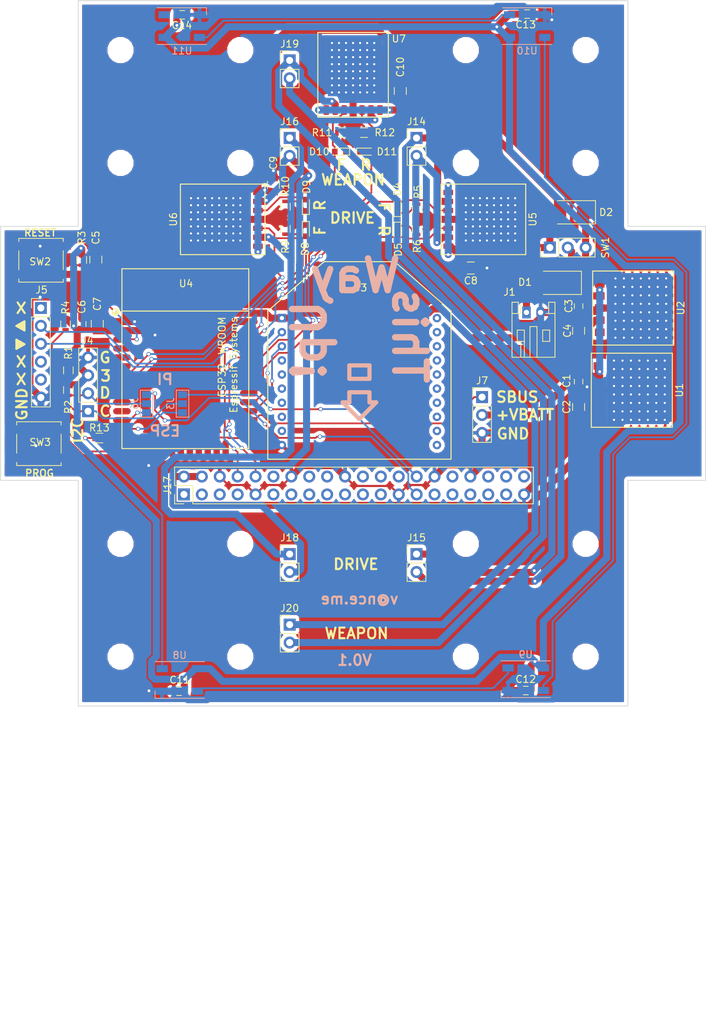
<source format=kicad_pcb>
(kicad_pcb (version 4) (host pcbnew 4.0.7)
  (layers (0 F.Cu signal) (31 B.Cu signal) (34 B.Paste user) (35 F.Paste user) (36 B.SilkS user) (37 F.SilkS user) (38 B.Mask user) (39 F.Mask user) (44 Edge.Cuts user))
  (net 0 "")
  (net 1 GND)
  (net 2 V_ELEC)
  (net 3 +5V)
  (net 4 +3V3)
  (net 5 "Net-(C5-Pad1)")
  (net 6 V_MOTOR)
  (net 7 +BATT)
  (net 8 "Net-(D1-Pad2)")
  (net 9 L_FWD)
  (net 10 "Net-(D4-Pad1)")
  (net 11 L_REV)
  (net 12 "Net-(D5-Pad1)")
  (net 13 R_FWD)
  (net 14 "Net-(D8-Pad1)")
  (net 15 R_REV)
  (net 16 "Net-(D9-Pad1)")
  (net 17 W_FWD)
  (net 18 "Net-(D10-Pad1)")
  (net 19 W_REV)
  (net 20 "Net-(D11-Pad1)")
  (net 21 E_SCL)
  (net 22 SCL)
  (net 23 P_SCL)
  (net 24 SDA)
  (net 25 "Net-(J5-Pad1)")
  (net 26 TXD0)
  (net 27 RXD0)
  (net 28 "Net-(J5-Pad4)")
  (net 29 "Net-(J5-Pad5)")
  (net 30 E_SDA)
  (net 31 P_SDA)
  (net 32 SBUS)
  (net 33 "Net-(J14-Pad1)")
  (net 34 "Net-(J14-Pad2)")
  (net 35 "Net-(J16-Pad1)")
  (net 36 "Net-(J16-Pad2)")
  (net 37 "Net-(J17-Pad1)")
  (net 38 "Net-(J17-Pad3)")
  (net 39 "Net-(J17-Pad5)")
  (net 40 "Net-(J17-Pad7)")
  (net 41 "Net-(J17-Pad11)")
  (net 42 "Net-(J17-Pad12)")
  (net 43 "Net-(J17-Pad13)")
  (net 44 "Net-(J17-Pad15)")
  (net 45 "Net-(J17-Pad16)")
  (net 46 "Net-(J17-Pad17)")
  (net 47 "Net-(J17-Pad18)")
  (net 48 "Net-(J17-Pad19)")
  (net 49 "Net-(J17-Pad21)")
  (net 50 "Net-(J17-Pad22)")
  (net 51 "Net-(J17-Pad23)")
  (net 52 "Net-(J17-Pad24)")
  (net 53 "Net-(J17-Pad26)")
  (net 54 "Net-(J17-Pad29)")
  (net 55 "Net-(J17-Pad31)")
  (net 56 "Net-(J17-Pad32)")
  (net 57 "Net-(J17-Pad33)")
  (net 58 "Net-(J17-Pad35)")
  (net 59 "Net-(J17-Pad36)")
  (net 60 "Net-(J17-Pad37)")
  (net 61 "Net-(J17-Pad38)")
  (net 62 "Net-(J17-Pad40)")
  (net 63 "Net-(J19-Pad1)")
  (net 64 "Net-(J19-Pad2)")
  (net 65 "Net-(R4-Pad2)")
  (net 66 "Net-(R13-Pad1)")
  (net 67 LED)
  (net 68 "Net-(U1-Pad5)")
  (net 69 "Net-(U2-Pad5)")
  (net 70 XBRX)
  (net 71 XBTX)
  (net 72 "Net-(U3-Pad4)")
  (net 73 "Net-(U3-Pad5)")
  (net 74 "Net-(U3-Pad6)")
  (net 75 "Net-(U3-Pad7)")
  (net 76 "Net-(U3-Pad8)")
  (net 77 "Net-(U3-Pad9)")
  (net 78 "Net-(U3-Pad11)")
  (net 79 "Net-(U3-Pad12)")
  (net 80 "Net-(U3-Pad13)")
  (net 81 "Net-(U3-Pad14)")
  (net 82 "Net-(U3-Pad15)")
  (net 83 "Net-(U3-Pad16)")
  (net 84 "Net-(U3-Pad17)")
  (net 85 "Net-(U3-Pad18)")
  (net 86 "Net-(U3-Pad19)")
  (net 87 "Net-(U3-Pad20)")
  (net 88 "Net-(U4-Pad33)")
  (net 89 "Net-(U4-Pad32)")
  (net 90 "Net-(U4-Pad26)")
  (net 91 "Net-(U4-Pad24)")
  (net 92 "Net-(U4-Pad23)")
  (net 93 "Net-(U4-Pad22)")
  (net 94 "Net-(U4-Pad21)")
  (net 95 "Net-(U4-Pad20)")
  (net 96 "Net-(U4-Pad19)")
  (net 97 "Net-(U4-Pad18)")
  (net 98 "Net-(U4-Pad17)")
  (net 99 "Net-(U4-Pad16)")
  (net 100 "Net-(U4-Pad11)")
  (net 101 "Net-(U4-Pad10)")
  (net 102 "Net-(U4-Pad9)")
  (net 103 "Net-(U4-Pad6)")
  (net 104 "Net-(U4-Pad5)")
  (net 105 "Net-(U4-Pad4)")
  (net 106 "Net-(U8-Pad2)")
  (net 107 "Net-(U10-Pad4)")
  (net 108 "Net-(U10-Pad2)")
  (net 109 "Net-(U11-Pad2)")
  (module Capacitors_SMD:C_0603 (layer F.Cu) (at 107 79 270)
    (fp_text reference C1 (at -0.1 1.7 270) (layer F.SilkS))
    (fp_text value 0.1uF)
    (pad 2 smd rect (at 0.75 0 270) (size 0.8 0.75) (layers F.Cu F.Paste F.Mask) (net 1 GND))
    (pad 1 smd rect (at -0.75 0 270) (size 0.8 0.75) (layers F.Cu F.Paste F.Mask) (net 2 V_ELEC))
  )
  (module Capacitors_SMD:C_0805 (layer F.Cu) (at 107 82.6 90)
    (fp_text reference C2 (at 0 -1.7 90) (layer F.SilkS))
    (fp_text value 10uF)
    (pad 1 smd rect (at -1 0 90) (size 1 1.25) (layers F.Cu F.Paste F.Mask) (net 3 +5V))
    (pad 2 smd rect (at 1 0 90) (size 1 1.25) (layers F.Cu F.Paste F.Mask) (net 1 GND))
  )
  (module Capacitors_SMD:C_0603 (layer F.Cu) (at 107 68.3 270)
    (fp_text reference C3 (at 0 1.4 270) (layer F.SilkS))
    (fp_text value 0.1uF)
    (pad 2 smd rect (at 0.75 0 270) (size 0.8 0.75) (layers F.Cu F.Paste F.Mask) (net 1 GND))
    (pad 1 smd rect (at -0.75 0 270) (size 0.8 0.75) (layers F.Cu F.Paste F.Mask) (net 2 V_ELEC))
  )
  (module Capacitors_SMD:C_0805 (layer F.Cu) (at 107 71.8 90)
    (fp_text reference C4 (at 0 -1.6 90) (layer F.SilkS))
    (fp_text value 10uF)
    (pad 1 smd rect (at -1 0 90) (size 1 1.25) (layers F.Cu F.Paste F.Mask) (net 4 +3V3))
    (pad 2 smd rect (at 1 0 90) (size 1 1.25) (layers F.Cu F.Paste F.Mask) (net 1 GND))
  )
  (module Capacitors_SMD:C_0805 (layer F.Cu) (at 38.5 61.7 90)
    (fp_text reference C5 (at 3.1 0 90) (layer F.SilkS))
    (fp_text value 1uF)
    (pad 1 smd rect (at -1 0 90) (size 1 1.25) (layers F.Cu F.Paste F.Mask) (net 5 "Net-(C5-Pad1)"))
    (pad 2 smd rect (at 1 0 90) (size 1 1.25) (layers F.Cu F.Paste F.Mask) (net 1 GND))
  )
  (module Capacitors_SMD:C_0603 (layer F.Cu) (at 36.5 70.85 90)
    (fp_text reference C6 (at 2.45 0 90) (layer F.SilkS))
    (fp_text value 0.1uF)
    (pad 2 smd rect (at 0.75 0 90) (size 0.8 0.75) (layers F.Cu F.Paste F.Mask) (net 1 GND))
    (pad 1 smd rect (at -0.75 0 90) (size 0.8 0.75) (layers F.Cu F.Paste F.Mask) (net 4 +3V3))
  )
  (module Capacitors_SMD:C_0805 (layer F.Cu) (at 38.7 70.8 90)
    (fp_text reference C7 (at 2.8 0 90) (layer F.SilkS))
    (fp_text value 10uF)
    (pad 1 smd rect (at -1 0 90) (size 1 1.25) (layers F.Cu F.Paste F.Mask) (net 4 +3V3))
    (pad 2 smd rect (at 1 0 90) (size 1 1.25) (layers F.Cu F.Paste F.Mask) (net 1 GND))
  )
  (module Capacitors_SMD:C_0805 (layer F.Cu) (at 91.7 62.9)
    (fp_text reference C8 (at 0 1.8) (layer F.SilkS))
    (fp_text value 10uF)
    (pad 1 smd rect (at -1 0) (size 1 1.25) (layers F.Cu F.Paste F.Mask) (net 6 V_MOTOR))
    (pad 2 smd rect (at 1 0) (size 1 1.25) (layers F.Cu F.Paste F.Mask) (net 1 GND))
  )
  (module Capacitors_SMD:C_0805 (layer F.Cu) (at 63.7 51.1 90)
    (fp_text reference C9 (at 3.1 0 90) (layer F.SilkS))
    (fp_text value 10uF)
    (pad 1 smd rect (at -1 0 90) (size 1 1.25) (layers F.Cu F.Paste F.Mask) (net 6 V_MOTOR))
    (pad 2 smd rect (at 1 0 90) (size 1 1.25) (layers F.Cu F.Paste F.Mask) (net 1 GND))
  )
  (module Capacitors_SMD:C_0805 (layer F.Cu) (at 81.7 37.8 90)
    (fp_text reference C10 (at 3.4 0 90) (layer F.SilkS))
    (fp_text value 10uF)
    (pad 1 smd rect (at -1 0 90) (size 1 1.25) (layers F.Cu F.Paste F.Mask) (net 6 V_MOTOR))
    (pad 2 smd rect (at 1 0 90) (size 1 1.25) (layers F.Cu F.Paste F.Mask) (net 1 GND))
  )
  (module Capacitors_SMD:C_0603 (layer F.Cu) (at 50.3 122.9 180)
    (fp_text reference C11 (at -0.1 1.6 180) (layer F.SilkS))
    (fp_text value 0.1uF)
    (pad 2 smd rect (at 0.75 0 180) (size 0.8 0.75) (layers F.Cu F.Paste F.Mask) (net 1 GND))
    (pad 1 smd rect (at -0.75 0 180) (size 0.8 0.75) (layers F.Cu F.Paste F.Mask) (net 4 +3V3))
  )
  (module Capacitors_SMD:C_0603 (layer F.Cu) (at 99.5 122.8 180)
    (fp_text reference C12 (at 0 1.6 180) (layer F.SilkS))
    (fp_text value 0.1uF)
    (pad 2 smd rect (at 0.75 0 180) (size 0.8 0.75) (layers F.Cu F.Paste F.Mask) (net 1 GND))
    (pad 1 smd rect (at -0.75 0 180) (size 0.8 0.75) (layers F.Cu F.Paste F.Mask) (net 4 +3V3))
  )
  (module Capacitors_SMD:C_0603 (layer F.Cu) (at 99.7 26.9)
    (fp_text reference C13 (at -0.2 1.5) (layer F.SilkS))
    (fp_text value 0.1uF)
    (pad 2 smd rect (at 0.75 0) (size 0.8 0.75) (layers F.Cu F.Paste F.Mask) (net 1 GND))
    (pad 1 smd rect (at -0.75 0) (size 0.8 0.75) (layers F.Cu F.Paste F.Mask) (net 4 +3V3))
  )
  (module Capacitors_SMD:C_0603 (layer F.Cu) (at 50.75 27)
    (fp_text reference C14 (at -0.05 1.5) (layer F.SilkS))
    (fp_text value 0.1uF)
    (pad 2 smd rect (at 0.75 0) (size 0.8 0.75) (layers F.Cu F.Paste F.Mask) (net 1 GND))
    (pad 1 smd rect (at -0.75 0) (size 0.8 0.75) (layers F.Cu F.Paste F.Mask) (net 4 +3V3))
  )
  (module Diodes_SMD:D_SMA (layer F.Cu) (at 104 65 180)
    (fp_text reference D1 (at 4.6 0.1 180) (layer F.SilkS))
    (fp_text value D_Schottky)
    (pad 1 smd rect (at -2 0 180) (size 2.5 1.8) (layers F.Cu F.Paste F.Mask) (net 7 +BATT))
    (pad 2 smd rect (at 2 0 180) (size 2.5 1.8) (layers F.Cu F.Paste F.Mask) (net 8 "Net-(D1-Pad2)"))
  )
  (module Diodes_SMD:D_SMA (layer F.Cu) (at 106 55 180)
    (fp_text reference D2 (at -4.9 0 180) (layer F.SilkS))
    (fp_text value D_Schottky)
    (pad 1 smd rect (at -2 0 180) (size 2.5 1.8) (layers F.Cu F.Paste F.Mask) (net 2 V_ELEC))
    (pad 2 smd rect (at 2 0 180) (size 2.5 1.8) (layers F.Cu F.Paste F.Mask) (net 6 V_MOTOR))
  )
  (module LEDs:LED_0603 (layer F.Cu) (at 81.3 54.3 90)
    (fp_text reference D4 (at 2.6 0 90) (layer F.SilkS))
    (fp_text value LED)
    (pad 2 smd rect (at 0.8 0 270) (size 0.8 0.8) (layers F.Cu F.Paste F.Mask) (net 9 L_FWD))
    (pad 1 smd rect (at -0.8 0 270) (size 0.8 0.8) (layers F.Cu F.Paste F.Mask) (net 10 "Net-(D4-Pad1)"))
  )
  (module LEDs:LED_0603 (layer F.Cu) (at 81.3 57.7 270)
    (fp_text reference D5 (at 2.6 -0.1 270) (layer F.SilkS))
    (fp_text value LED)
    (pad 2 smd rect (at 0.8 0 90) (size 0.8 0.8) (layers F.Cu F.Paste F.Mask) (net 11 L_REV))
    (pad 1 smd rect (at -0.8 0 90) (size 0.8 0.8) (layers F.Cu F.Paste F.Mask) (net 12 "Net-(D5-Pad1)"))
  )
  (module LEDs:LED_0603 (layer F.Cu) (at 68.3 57.6 270)
    (fp_text reference D8 (at 2.6 0.1 270) (layer F.SilkS))
    (fp_text value LED)
    (pad 2 smd rect (at 0.8 0 90) (size 0.8 0.8) (layers F.Cu F.Paste F.Mask) (net 13 R_FWD))
    (pad 1 smd rect (at -0.8 0 90) (size 0.8 0.8) (layers F.Cu F.Paste F.Mask) (net 14 "Net-(D8-Pad1)"))
  )
  (module LEDs:LED_0603 (layer F.Cu) (at 68.3 54 90)
    (fp_text reference D9 (at 2.6 0.1 90) (layer F.SilkS))
    (fp_text value LED)
    (pad 2 smd rect (at 0.8 0 270) (size 0.8 0.8) (layers F.Cu F.Paste F.Mask) (net 15 R_REV))
    (pad 1 smd rect (at -0.8 0 270) (size 0.8 0.8) (layers F.Cu F.Paste F.Mask) (net 16 "Net-(D9-Pad1)"))
  )
  (module LEDs:LED_0603 (layer F.Cu) (at 73.2 46.4 180)
    (fp_text reference D10 (at 3 0 180) (layer F.SilkS))
    (fp_text value LED)
    (pad 2 smd rect (at 0.8 0) (size 0.8 0.8) (layers F.Cu F.Paste F.Mask) (net 17 W_FWD))
    (pad 1 smd rect (at -0.8 0) (size 0.8 0.8) (layers F.Cu F.Paste F.Mask) (net 18 "Net-(D10-Pad1)"))
  )
  (module LEDs:LED_0603 (layer F.Cu) (at 76.8 46.4)
    (fp_text reference D11 (at 3 0) (layer F.SilkS))
    (fp_text value LED)
    (pad 2 smd rect (at 0.8 0 180) (size 0.8 0.8) (layers F.Cu F.Paste F.Mask) (net 19 W_REV))
    (pad 1 smd rect (at -0.8 0 180) (size 0.8 0.8) (layers F.Cu F.Paste F.Mask) (net 20 "Net-(D11-Pad1)"))
  )
  (module Connectors_JST:JST_PH_S2B-PH-K_02x2.00mm_Angled (layer F.Cu) (at 99.6 69.2)
    (fp_text reference J1 (at -2.4 -2.9) (layer F.SilkS))
    (fp_text value BATT_JST)
    (pad 1 thru_hole rect (at 0 0) (size 1.2 1.7) (drill 0.75) (layers *.Cu *.Mask) (net 8 "Net-(D1-Pad2)"))
    (pad 2 thru_hole oval (at 2 0) (size 1.2 1.7) (drill 0.75) (layers *.Cu *.Mask) (net 1 GND))
  )
  (module Connectors:GS3 (layer B.Cu) (at 50.8 82.13)
    (fp_text reference J3 (at -1.7 0 270) (layer B.SilkS) (effects (justify mirror)))
    (fp_text value GS3)
    (pad 1 smd rect (at 0 1.27) (size 1.27 0.97) (layers B.Cu B.Paste B.Mask) (net 21 E_SCL))
    (pad 2 smd rect (at 0 0) (size 1.27 0.97) (layers B.Cu B.Paste B.Mask) (net 22 SCL))
    (pad 3 smd rect (at 0 -1.27) (size 1.27 0.97) (layers B.Cu B.Paste B.Mask) (net 23 P_SCL))
  )
  (module Pin_Headers:Pin_Header_Straight_1x04_Pitch2.54mm (layer F.Cu) (at 37.4 83.2 180)
    (fp_text reference J4 (at 0.1 10 180) (layer F.SilkS))
    (fp_text value I2C)
    (pad 1 thru_hole rect (at 0 0 180) (size 1.7 1.7) (drill 1) (layers *.Cu *.Mask) (net 22 SCL))
    (pad 2 thru_hole oval (at 0 2.54 180) (size 1.7 1.7) (drill 1) (layers *.Cu *.Mask) (net 24 SDA))
    (pad 3 thru_hole oval (at 0 5.08 180) (size 1.7 1.7) (drill 1) (layers *.Cu *.Mask) (net 4 +3V3))
    (pad 4 thru_hole oval (at 0 7.62 180) (size 1.7 1.7) (drill 1) (layers *.Cu *.Mask) (net 1 GND))
  )
  (module Pin_Headers:Pin_Header_Straight_1x06_Pitch2.54mm (layer F.Cu) (at 30.7 68.56)
    (fp_text reference J5 (at 0.1 -2.56) (layer F.SilkS))
    (fp_text value FTDI)
    (pad 1 thru_hole rect (at 0 0) (size 1.7 1.7) (drill 1) (layers *.Cu *.Mask) (net 25 "Net-(J5-Pad1)"))
    (pad 2 thru_hole oval (at 0 2.54) (size 1.7 1.7) (drill 1) (layers *.Cu *.Mask) (net 26 TXD0))
    (pad 3 thru_hole oval (at 0 5.08) (size 1.7 1.7) (drill 1) (layers *.Cu *.Mask) (net 27 RXD0))
    (pad 4 thru_hole oval (at 0 7.62) (size 1.7 1.7) (drill 1) (layers *.Cu *.Mask) (net 28 "Net-(J5-Pad4)"))
    (pad 5 thru_hole oval (at 0 10.16) (size 1.7 1.7) (drill 1) (layers *.Cu *.Mask) (net 29 "Net-(J5-Pad5)"))
    (pad 6 thru_hole oval (at 0 12.7) (size 1.7 1.7) (drill 1) (layers *.Cu *.Mask) (net 1 GND))
  )
  (module Connectors:GS3 (layer B.Cu) (at 45.7 82.13)
    (fp_text reference J6 (at -1.7 0 270) (layer B.SilkS) (effects (justify mirror)))
    (fp_text value GS3)
    (pad 1 smd rect (at 0 1.27) (size 1.27 0.97) (layers B.Cu B.Paste B.Mask) (net 30 E_SDA))
    (pad 2 smd rect (at 0 0) (size 1.27 0.97) (layers B.Cu B.Paste B.Mask) (net 24 SDA))
    (pad 3 smd rect (at 0 -1.27) (size 1.27 0.97) (layers B.Cu B.Paste B.Mask) (net 31 P_SDA))
  )
  (module Pin_Headers:Pin_Header_Straight_1x03_Pitch2.54mm (layer F.Cu) (at 93.3 81.2)
    (fp_text reference J7 (at 0 -2.33) (layer F.SilkS))
    (fp_text value "SBus Rx")
    (pad 1 thru_hole rect (at 0 0) (size 1.7 1.7) (drill 1) (layers *.Cu *.Mask) (net 32 SBUS))
    (pad 2 thru_hole oval (at 0 2.54) (size 1.7 1.7) (drill 1) (layers *.Cu *.Mask) (net 2 V_ELEC))
    (pad 3 thru_hole oval (at 0 5.08) (size 1.7 1.7) (drill 1) (layers *.Cu *.Mask) (net 1 GND))
  )
  (module Pin_Headers:Pin_Header_Straight_1x02_Pitch2.54mm (layer F.Cu) (at 84 44.46)
    (fp_text reference J14 (at 0 -2.33) (layer F.SilkS))
    (fp_text value RL)
    (pad 1 thru_hole rect (at 0 0) (size 1.7 1.7) (drill 1) (layers *.Cu *.Mask) (net 33 "Net-(J14-Pad1)"))
    (pad 2 thru_hole oval (at 0 2.54) (size 1.7 1.7) (drill 1) (layers *.Cu *.Mask) (net 34 "Net-(J14-Pad2)"))
  )
  (module Pin_Headers:Pin_Header_Straight_1x02_Pitch2.54mm (layer F.Cu) (at 84 103.46)
    (fp_text reference J15 (at 0 -2.33) (layer F.SilkS))
    (fp_text value FL)
    (pad 1 thru_hole rect (at 0 0) (size 1.7 1.7) (drill 1) (layers *.Cu *.Mask) (net 33 "Net-(J14-Pad1)"))
    (pad 2 thru_hole oval (at 0 2.54) (size 1.7 1.7) (drill 1) (layers *.Cu *.Mask) (net 34 "Net-(J14-Pad2)"))
  )
  (module Pin_Headers:Pin_Header_Straight_1x02_Pitch2.54mm (layer F.Cu) (at 66 44.46)
    (fp_text reference J16 (at 0 -2.33) (layer F.SilkS))
    (fp_text value RR)
    (pad 1 thru_hole rect (at 0 0) (size 1.7 1.7) (drill 1) (layers *.Cu *.Mask) (net 35 "Net-(J16-Pad1)"))
    (pad 2 thru_hole oval (at 0 2.54) (size 1.7 1.7) (drill 1) (layers *.Cu *.Mask) (net 36 "Net-(J16-Pad2)"))
  )
  (module Pin_Headers:Pin_Header_Straight_2x20_Pitch2.54mm (layer F.Cu) (at 51 95 90)
    (fp_text reference J17 (at 1.27 -2.33 90) (layer F.SilkS))
    (fp_text value "Pi Header")
    (pad 1 thru_hole rect (at 0 0 90) (size 1.7 1.7) (drill 1) (layers *.Cu *.Mask) (net 37 "Net-(J17-Pad1)"))
    (pad 2 thru_hole oval (at 2.54 0 90) (size 1.7 1.7) (drill 1) (layers *.Cu *.Mask) (net 3 +5V))
    (pad 3 thru_hole oval (at 0 2.54 90) (size 1.7 1.7) (drill 1) (layers *.Cu *.Mask) (net 38 "Net-(J17-Pad3)"))
    (pad 4 thru_hole oval (at 2.54 2.54 90) (size 1.7 1.7) (drill 1) (layers *.Cu *.Mask) (net 3 +5V))
    (pad 5 thru_hole oval (at 0 5.08 90) (size 1.7 1.7) (drill 1) (layers *.Cu *.Mask) (net 39 "Net-(J17-Pad5)"))
    (pad 6 thru_hole oval (at 2.54 5.08 90) (size 1.7 1.7) (drill 1) (layers *.Cu *.Mask) (net 1 GND))
    (pad 7 thru_hole oval (at 0 7.62 90) (size 1.7 1.7) (drill 1) (layers *.Cu *.Mask) (net 40 "Net-(J17-Pad7)"))
    (pad 8 thru_hole oval (at 2.54 7.62 90) (size 1.7 1.7) (drill 1) (layers *.Cu *.Mask) (net 27 RXD0))
    (pad 9 thru_hole oval (at 0 10.16 90) (size 1.7 1.7) (drill 1) (layers *.Cu *.Mask) (net 1 GND))
    (pad 10 thru_hole oval (at 2.54 10.16 90) (size 1.7 1.7) (drill 1) (layers *.Cu *.Mask) (net 26 TXD0))
    (pad 11 thru_hole oval (at 0 12.7 90) (size 1.7 1.7) (drill 1) (layers *.Cu *.Mask) (net 41 "Net-(J17-Pad11)"))
    (pad 12 thru_hole oval (at 2.54 12.7 90) (size 1.7 1.7) (drill 1) (layers *.Cu *.Mask) (net 42 "Net-(J17-Pad12)"))
    (pad 13 thru_hole oval (at 0 15.24 90) (size 1.7 1.7) (drill 1) (layers *.Cu *.Mask) (net 43 "Net-(J17-Pad13)"))
    (pad 14 thru_hole oval (at 2.54 15.24 90) (size 1.7 1.7) (drill 1) (layers *.Cu *.Mask) (net 1 GND))
    (pad 15 thru_hole oval (at 0 17.78 90) (size 1.7 1.7) (drill 1) (layers *.Cu *.Mask) (net 44 "Net-(J17-Pad15)"))
    (pad 16 thru_hole oval (at 2.54 17.78 90) (size 1.7 1.7) (drill 1) (layers *.Cu *.Mask) (net 45 "Net-(J17-Pad16)"))
    (pad 17 thru_hole oval (at 0 20.32 90) (size 1.7 1.7) (drill 1) (layers *.Cu *.Mask) (net 46 "Net-(J17-Pad17)"))
    (pad 18 thru_hole oval (at 2.54 20.32 90) (size 1.7 1.7) (drill 1) (layers *.Cu *.Mask) (net 47 "Net-(J17-Pad18)"))
    (pad 19 thru_hole oval (at 0 22.86 90) (size 1.7 1.7) (drill 1) (layers *.Cu *.Mask) (net 48 "Net-(J17-Pad19)"))
    (pad 20 thru_hole oval (at 2.54 22.86 90) (size 1.7 1.7) (drill 1) (layers *.Cu *.Mask) (net 1 GND))
    (pad 21 thru_hole oval (at 0 25.4 90) (size 1.7 1.7) (drill 1) (layers *.Cu *.Mask) (net 49 "Net-(J17-Pad21)"))
    (pad 22 thru_hole oval (at 2.54 25.4 90) (size 1.7 1.7) (drill 1) (layers *.Cu *.Mask) (net 50 "Net-(J17-Pad22)"))
    (pad 23 thru_hole oval (at 0 27.94 90) (size 1.7 1.7) (drill 1) (layers *.Cu *.Mask) (net 51 "Net-(J17-Pad23)"))
    (pad 24 thru_hole oval (at 2.54 27.94 90) (size 1.7 1.7) (drill 1) (layers *.Cu *.Mask) (net 52 "Net-(J17-Pad24)"))
    (pad 25 thru_hole oval (at 0 30.48 90) (size 1.7 1.7) (drill 1) (layers *.Cu *.Mask) (net 1 GND))
    (pad 26 thru_hole oval (at 2.54 30.48 90) (size 1.7 1.7) (drill 1) (layers *.Cu *.Mask) (net 53 "Net-(J17-Pad26)"))
    (pad 27 thru_hole oval (at 0 33.02 90) (size 1.7 1.7) (drill 1) (layers *.Cu *.Mask) (net 31 P_SDA))
    (pad 28 thru_hole oval (at 2.54 33.02 90) (size 1.7 1.7) (drill 1) (layers *.Cu *.Mask) (net 23 P_SCL))
    (pad 29 thru_hole oval (at 0 35.56 90) (size 1.7 1.7) (drill 1) (layers *.Cu *.Mask) (net 54 "Net-(J17-Pad29)"))
    (pad 30 thru_hole oval (at 2.54 35.56 90) (size 1.7 1.7) (drill 1) (layers *.Cu *.Mask) (net 1 GND))
    (pad 31 thru_hole oval (at 0 38.1 90) (size 1.7 1.7) (drill 1) (layers *.Cu *.Mask) (net 55 "Net-(J17-Pad31)"))
    (pad 32 thru_hole oval (at 2.54 38.1 90) (size 1.7 1.7) (drill 1) (layers *.Cu *.Mask) (net 56 "Net-(J17-Pad32)"))
    (pad 33 thru_hole oval (at 0 40.64 90) (size 1.7 1.7) (drill 1) (layers *.Cu *.Mask) (net 57 "Net-(J17-Pad33)"))
    (pad 34 thru_hole oval (at 2.54 40.64 90) (size 1.7 1.7) (drill 1) (layers *.Cu *.Mask) (net 1 GND))
    (pad 35 thru_hole oval (at 0 43.18 90) (size 1.7 1.7) (drill 1) (layers *.Cu *.Mask) (net 58 "Net-(J17-Pad35)"))
    (pad 36 thru_hole oval (at 2.54 43.18 90) (size 1.7 1.7) (drill 1) (layers *.Cu *.Mask) (net 59 "Net-(J17-Pad36)"))
    (pad 37 thru_hole oval (at 0 45.72 90) (size 1.7 1.7) (drill 1) (layers *.Cu *.Mask) (net 60 "Net-(J17-Pad37)"))
    (pad 38 thru_hole oval (at 2.54 45.72 90) (size 1.7 1.7) (drill 1) (layers *.Cu *.Mask) (net 61 "Net-(J17-Pad38)"))
    (pad 39 thru_hole oval (at 0 48.26 90) (size 1.7 1.7) (drill 1) (layers *.Cu *.Mask) (net 1 GND))
    (pad 40 thru_hole oval (at 2.54 48.26 90) (size 1.7 1.7) (drill 1) (layers *.Cu *.Mask) (net 62 "Net-(J17-Pad40)"))
  )
  (module Pin_Headers:Pin_Header_Straight_1x02_Pitch2.54mm (layer F.Cu) (at 66 103.46)
    (fp_text reference J18 (at 0 -2.33) (layer F.SilkS))
    (fp_text value FR)
    (pad 1 thru_hole rect (at 0 0) (size 1.7 1.7) (drill 1) (layers *.Cu *.Mask) (net 35 "Net-(J16-Pad1)"))
    (pad 2 thru_hole oval (at 0 2.54) (size 1.7 1.7) (drill 1) (layers *.Cu *.Mask) (net 36 "Net-(J16-Pad2)"))
  )
  (module Pin_Headers:Pin_Header_Straight_1x02_Pitch2.54mm (layer F.Cu) (at 66 33.46)
    (fp_text reference J19 (at 0 -2.33) (layer F.SilkS))
    (fp_text value RW)
    (pad 1 thru_hole rect (at 0 0) (size 1.7 1.7) (drill 1) (layers *.Cu *.Mask) (net 63 "Net-(J19-Pad1)"))
    (pad 2 thru_hole oval (at 0 2.54) (size 1.7 1.7) (drill 1) (layers *.Cu *.Mask) (net 64 "Net-(J19-Pad2)"))
  )
  (module Pin_Headers:Pin_Header_Straight_1x02_Pitch2.54mm (layer F.Cu) (at 66 113.46)
    (fp_text reference J20 (at 0 -2.33) (layer F.SilkS))
    (fp_text value FW)
    (pad 1 thru_hole rect (at 0 0) (size 1.7 1.7) (drill 1) (layers *.Cu *.Mask) (net 63 "Net-(J19-Pad1)"))
    (pad 2 thru_hole oval (at 0 2.54) (size 1.7 1.7) (drill 1) (layers *.Cu *.Mask) (net 64 "Net-(J19-Pad2)"))
  )
  (module Resistors_SMD:R_0603 (layer F.Cu) (at 34.6 77.4 270)
    (fp_text reference R1 (at -2.5 0 270) (layer F.SilkS))
    (fp_text value 4k7)
    (pad 1 smd rect (at -0.75 0 270) (size 0.5 0.9) (layers F.Cu F.Paste F.Mask) (net 4 +3V3))
    (pad 2 smd rect (at 0.75 0 270) (size 0.5 0.9) (layers F.Cu F.Paste F.Mask) (net 22 SCL))
  )
  (module Resistors_SMD:R_0603 (layer F.Cu) (at 34.6 80.2 270)
    (fp_text reference R2 (at 2.4 0 270) (layer F.SilkS))
    (fp_text value 4k7)
    (pad 1 smd rect (at -0.75 0 270) (size 0.5 0.9) (layers F.Cu F.Paste F.Mask) (net 4 +3V3))
    (pad 2 smd rect (at 0.75 0 270) (size 0.5 0.9) (layers F.Cu F.Paste F.Mask) (net 24 SDA))
  )
  (module Resistors_SMD:R_0603 (layer F.Cu) (at 36.5 61.75 270)
    (fp_text reference R3 (at -3.15 0 270) (layer F.SilkS))
    (fp_text value 10k)
    (pad 1 smd rect (at -0.75 0 270) (size 0.5 0.9) (layers F.Cu F.Paste F.Mask) (net 4 +3V3))
    (pad 2 smd rect (at 0.75 0 270) (size 0.5 0.9) (layers F.Cu F.Paste F.Mask) (net 5 "Net-(C5-Pad1)"))
  )
  (module Resistors_SMD:R_0603 (layer F.Cu) (at 34.2 70.9 270)
    (fp_text reference R4 (at -2.4 0 270) (layer F.SilkS))
    (fp_text value 10k)
    (pad 1 smd rect (at -0.75 0 270) (size 0.5 0.9) (layers F.Cu F.Paste F.Mask) (net 4 +3V3))
    (pad 2 smd rect (at 0.75 0 270) (size 0.5 0.9) (layers F.Cu F.Paste F.Mask) (net 65 "Net-(R4-Pad2)"))
  )
  (module Resistors_SMD:R_0603 (layer F.Cu) (at 84.1 54.6 270)
    (fp_text reference R5 (at -2.5 -0.1 270) (layer F.SilkS))
    (fp_text value 330)
    (pad 1 smd rect (at -0.75 0 270) (size 0.5 0.9) (layers F.Cu F.Paste F.Mask) (net 10 "Net-(D4-Pad1)"))
    (pad 2 smd rect (at 0.75 0 270) (size 0.5 0.9) (layers F.Cu F.Paste F.Mask) (net 1 GND))
  )
  (module Resistors_SMD:R_0603 (layer F.Cu) (at 84.1 57.4 90)
    (fp_text reference R6 (at -2.4 0 90) (layer F.SilkS))
    (fp_text value 330)
    (pad 1 smd rect (at -0.75 0 90) (size 0.5 0.9) (layers F.Cu F.Paste F.Mask) (net 12 "Net-(D5-Pad1)"))
    (pad 2 smd rect (at 0.75 0 90) (size 0.5 0.9) (layers F.Cu F.Paste F.Mask) (net 1 GND))
  )
  (module Resistors_SMD:R_0603 (layer F.Cu) (at 65.4 57.35 90)
    (fp_text reference R9 (at -2.55 0 90) (layer F.SilkS))
    (fp_text value 330)
    (pad 1 smd rect (at -0.75 0 90) (size 0.5 0.9) (layers F.Cu F.Paste F.Mask) (net 14 "Net-(D8-Pad1)"))
    (pad 2 smd rect (at 0.75 0 90) (size 0.5 0.9) (layers F.Cu F.Paste F.Mask) (net 1 GND))
  )
  (module Resistors_SMD:R_0603 (layer F.Cu) (at 65.4 54.2 270)
    (fp_text reference R10 (at -2.9 0 270) (layer F.SilkS))
    (fp_text value 330)
    (pad 1 smd rect (at -0.75 0 270) (size 0.5 0.9) (layers F.Cu F.Paste F.Mask) (net 16 "Net-(D9-Pad1)"))
    (pad 2 smd rect (at 0.75 0 270) (size 0.5 0.9) (layers F.Cu F.Paste F.Mask) (net 1 GND))
  )
  (module Resistors_SMD:R_0603 (layer F.Cu) (at 73.45 43.7)
    (fp_text reference R11 (at -2.85 0) (layer F.SilkS))
    (fp_text value 330)
    (pad 1 smd rect (at -0.75 0) (size 0.5 0.9) (layers F.Cu F.Paste F.Mask) (net 18 "Net-(D10-Pad1)"))
    (pad 2 smd rect (at 0.75 0) (size 0.5 0.9) (layers F.Cu F.Paste F.Mask) (net 1 GND))
  )
  (module Resistors_SMD:R_0603 (layer F.Cu) (at 76.55 43.7 180)
    (fp_text reference R12 (at -2.95 0 180) (layer F.SilkS))
    (fp_text value 330)
    (pad 1 smd rect (at -0.75 0 180) (size 0.5 0.9) (layers F.Cu F.Paste F.Mask) (net 20 "Net-(D11-Pad1)"))
    (pad 2 smd rect (at 0.75 0 180) (size 0.5 0.9) (layers F.Cu F.Paste F.Mask) (net 1 GND))
  )
  (module Resistors_SMD:R_0603 (layer F.Cu) (at 39 87)
    (fp_text reference R13 (at 0 -1.45) (layer F.SilkS))
    (fp_text value 100)
    (pad 1 smd rect (at -0.75 0) (size 0.5 0.9) (layers F.Cu F.Paste F.Mask) (net 66 "Net-(R13-Pad1)"))
    (pad 2 smd rect (at 0.75 0) (size 0.5 0.9) (layers F.Cu F.Paste F.Mask) (net 67 LED))
  )
  (module Pin_Headers:Pin_Header_Straight_1x03_Pitch2.54mm (layer F.Cu) (at 102.92 60 90)
    (fp_text reference SW1 (at 0 7.88 90) (layer F.SilkS))
    (fp_text value POWER)
    (pad 1 thru_hole rect (at 0 0 90) (size 1.7 1.7) (drill 1) (layers *.Cu *.Mask) (net 6 V_MOTOR))
    (pad 2 thru_hole oval (at 0 2.54 90) (size 1.7 1.7) (drill 1) (layers *.Cu *.Mask) (net 7 +BATT))
    (pad 3 thru_hole oval (at 0 5.08 90) (size 1.7 1.7) (drill 1) (layers *.Cu *.Mask) (net 2 V_ELEC))
  )
  (module Buttons_Switches_SMD:SW_SPST_EVPBF (layer F.Cu) (at 30.72 61.8)
    (fp_text reference SW2 (at -0.12 0.2) (layer F.SilkS))
    (fp_text value RESET)
    (pad 1 smd rect (at 2.88 -2) (size 2.75 1) (layers F.Cu F.Paste F.Mask) (net 1 GND))
    (pad 1 smd rect (at -2.88 -2) (size 2.75 1) (layers F.Cu F.Paste F.Mask) (net 1 GND))
    (pad 2 smd rect (at -2.88 2) (size 2.75 1) (layers F.Cu F.Paste F.Mask) (net 5 "Net-(C5-Pad1)"))
    (pad 2 smd rect (at 2.88 2) (size 2.75 1) (layers F.Cu F.Paste F.Mask) (net 5 "Net-(C5-Pad1)"))
  )
  (module Buttons_Switches_SMD:SW_SPST_EVPBF (layer F.Cu) (at 30.42 87.8)
    (fp_text reference SW3 (at 0.18 -0.2) (layer F.SilkS))
    (fp_text value PROGRAM)
    (pad 1 smd rect (at 2.88 -2) (size 2.75 1) (layers F.Cu F.Paste F.Mask) (net 65 "Net-(R4-Pad2)"))
    (pad 1 smd rect (at -2.88 -2) (size 2.75 1) (layers F.Cu F.Paste F.Mask) (net 65 "Net-(R4-Pad2)"))
    (pad 2 smd rect (at -2.88 2) (size 2.75 1) (layers F.Cu F.Paste F.Mask) (net 1 GND))
    (pad 2 smd rect (at 2.88 2) (size 2.75 1) (layers F.Cu F.Paste F.Mask) (net 1 GND))
  )
  (module HRP:HRP5 (layer F.Cu) (at 114.8 80.225 270)
    (fp_text reference U1 (at 0 -6.5 270) (layer F.SilkS))
    (fp_text value BA50DD0WHFP)
    (pad 3 smd rect (at 0 5 270) (size 1.07 1.37) (layers F.Cu F.Paste F.Mask) (net 1 GND))
    (pad 2 smd rect (at -1.72 5 270) (size 1.07 1.37) (layers F.Cu F.Paste F.Mask) (net 2 V_ELEC))
    (pad 1 smd rect (at -3.44 5 270) (size 1.07 1.37) (layers F.Cu F.Paste F.Mask) (net 2 V_ELEC))
    (pad 4 smd rect (at 1.72 5 270) (size 1.07 1.37) (layers F.Cu F.Paste F.Mask) (net 3 +5V))
    (pad 5 smd rect (at 3.44 5 270) (size 1.07 1.37) (layers F.Cu F.Paste F.Mask) (net 68 "Net-(U1-Pad5)"))
    (pad 3 thru_hole rect (at 4.2 2.775 270) (size 1.2 1.2) (drill 0.3) (layers *.Cu *.Mask) (net 1 GND))
    (pad 3 thru_hole rect (at 3 2.775 270) (size 1.2 1.2) (drill 0.3) (layers *.Cu *.Mask) (net 1 GND))
    (pad 3 thru_hole rect (at 1.8 2.775 270) (size 1.2 1.2) (drill 0.3) (layers *.Cu *.Mask) (net 1 GND))
    (pad 3 thru_hole rect (at 0.6 2.775 270) (size 1.2 1.2) (drill 0.3) (layers *.Cu *.Mask) (net 1 GND))
    (pad 3 thru_hole rect (at -0.6 2.775 270) (size 1.2 1.2) (drill 0.3) (layers *.Cu *.Mask) (net 1 GND))
    (pad 3 thru_hole rect (at -1.8 2.775 270) (size 1.2 1.2) (drill 0.3) (layers *.Cu *.Mask) (net 1 GND))
    (pad 3 thru_hole rect (at -3 2.775 270) (size 1.2 1.2) (drill 0.3) (layers *.Cu *.Mask) (net 1 GND))
    (pad 3 thru_hole rect (at -4.2 2.775 270) (size 1.2 1.2) (drill 0.3) (layers *.Cu *.Mask) (net 1 GND))
    (pad 3 thru_hole rect (at -4.2 1.575 270) (size 1.2 1.2) (drill 0.3) (layers *.Cu *.Mask) (net 1 GND))
    (pad 3 thru_hole rect (at -3 1.575 270) (size 1.2 1.2) (drill 0.3) (layers *.Cu *.Mask) (net 1 GND))
    (pad 3 thru_hole rect (at -1.8 1.575) (size 1.2 1.2) (drill 0.3) (layers *.Cu *.Mask) (net 1 GND))
    (pad 3 thru_hole rect (at -0.6 1.575 270) (size 1.2 1.2) (drill 0.3) (layers *.Cu *.Mask) (net 1 GND))
    (pad 3 thru_hole rect (at 0.6 1.575 270) (size 1.2 1.2) (drill 0.3) (layers *.Cu *.Mask) (net 1 GND))
    (pad 3 thru_hole rect (at 1.8 1.575 270) (size 1.2 1.2) (drill 0.3) (layers *.Cu *.Mask) (net 1 GND))
    (pad 3 thru_hole rect (at 3 1.575 270) (size 1.2 1.2) (drill 0.3) (layers *.Cu *.Mask) (net 1 GND))
    (pad 3 thru_hole rect (at 4.2 1.575 270) (size 1.2 1.2) (drill 0.3) (layers *.Cu *.Mask) (net 1 GND))
    (pad 3 thru_hole rect (at 4.2 0.375 270) (size 1.2 1.2) (drill 0.3) (layers *.Cu *.Mask) (net 1 GND))
    (pad 3 thru_hole rect (at 3 0.375 270) (size 1.2 1.2) (drill 0.3) (layers *.Cu *.Mask) (net 1 GND))
    (pad 3 thru_hole rect (at 1.8 0.375 270) (size 1.2 1.2) (drill 0.3) (layers *.Cu *.Mask) (net 1 GND))
    (pad 3 thru_hole rect (at 0.6 0.375 270) (size 1.2 1.2) (drill 0.3) (layers *.Cu *.Mask) (net 1 GND))
    (pad 3 thru_hole rect (at -0.6 0.375 270) (size 1.2 1.2) (drill 0.3) (layers *.Cu *.Mask) (net 1 GND))
    (pad 3 thru_hole rect (at -1.8 0.375 270) (size 1.2 1.2) (drill 0.3) (layers *.Cu *.Mask) (net 1 GND))
    (pad 3 thru_hole rect (at -3 0.375 270) (size 1.2 1.2) (drill 0.3) (layers *.Cu *.Mask) (net 1 GND))
    (pad 3 thru_hole rect (at -4.2 0.375 270) (size 1.2 1.2) (drill 0.3) (layers *.Cu *.Mask) (net 1 GND))
    (pad 3 thru_hole rect (at -4.2 -0.825 270) (size 1.2 1.2) (drill 0.3) (layers *.Cu *.Mask) (net 1 GND))
    (pad 3 thru_hole rect (at -3 -0.825 270) (size 1.2 1.2) (drill 0.3) (layers *.Cu *.Mask) (net 1 GND))
    (pad 3 thru_hole rect (at -1.8 -0.825 270) (size 1.2 1.2) (drill 0.3) (layers *.Cu *.Mask) (net 1 GND))
    (pad 3 thru_hole rect (at -0.6 -0.825 270) (size 1.2 1.2) (drill 0.3) (layers *.Cu *.Mask) (net 1 GND))
    (pad 3 thru_hole rect (at 0.6 -0.825 270) (size 1.2 1.2) (drill 0.3) (layers *.Cu *.Mask) (net 1 GND))
    (pad 3 thru_hole rect (at 1.8 -0.825 270) (size 1.2 1.2) (drill 0.3) (layers *.Cu *.Mask) (net 1 GND))
    (pad 3 thru_hole rect (at 3 -0.825 270) (size 1.2 1.2) (drill 0.3) (layers *.Cu *.Mask) (net 1 GND))
    (pad 3 thru_hole rect (at 4.2 -0.825 270) (size 1.2 1.2) (drill 0.3) (layers *.Cu *.Mask) (net 1 GND))
    (pad 3 thru_hole rect (at 4.2 -2.025 270) (size 1.2 1.2) (drill 0.3) (layers *.Cu *.Mask) (net 1 GND))
    (pad 3 thru_hole rect (at 3 -2.025 270) (size 1.2 1.2) (drill 0.3) (layers *.Cu *.Mask) (net 1 GND))
    (pad 3 thru_hole rect (at 1.8 -2.025 270) (size 1.2 1.2) (drill 0.3) (layers *.Cu *.Mask) (net 1 GND))
    (pad 3 thru_hole rect (at 0.6 -2.025 270) (size 1.2 1.2) (drill 0.3) (layers *.Cu *.Mask) (net 1 GND))
    (pad 3 thru_hole rect (at -0.6 -2.025 270) (size 1.2 1.2) (drill 0.3) (layers *.Cu *.Mask) (net 1 GND))
    (pad 3 thru_hole rect (at -1.8 -2.025 270) (size 1.2 1.2) (drill 0.3) (layers *.Cu *.Mask) (net 1 GND))
    (pad 3 thru_hole rect (at -3 -2.025 270) (size 1.2 1.2) (drill 0.3) (layers *.Cu *.Mask) (net 1 GND))
    (pad 3 thru_hole rect (at -4.2 -2.025 270) (size 1.2 1.2) (drill 0.3) (layers *.Cu *.Mask) (net 1 GND))
    (pad 3 thru_hole rect (at -4.2 -3.225 270) (size 1.2 1.2) (drill 0.3) (layers *.Cu *.Mask) (net 1 GND))
    (pad 3 thru_hole rect (at -3 -3.225 270) (size 1.2 1.2) (drill 0.3) (layers *.Cu *.Mask) (net 1 GND))
    (pad 3 thru_hole rect (at -1.8 -3.225 270) (size 1.2 1.2) (drill 0.3) (layers *.Cu *.Mask) (net 1 GND))
    (pad 3 thru_hole rect (at -0.6 -3.225 270) (size 1.2 1.2) (drill 0.3) (layers *.Cu *.Mask) (net 1 GND))
    (pad 3 thru_hole rect (at 0.6 -3.225 270) (size 1.2 1.2) (drill 0.3) (layers *.Cu *.Mask) (net 1 GND))
    (pad 3 thru_hole rect (at 1.8 -3.225 270) (size 1.2 1.2) (drill 0.3) (layers *.Cu *.Mask) (net 1 GND))
    (pad 3 thru_hole rect (at 3 -3.225 270) (size 1.2 1.2) (drill 0.3) (layers *.Cu *.Mask) (net 1 GND))
    (pad 3 thru_hole rect (at 4.2 -3.225 270) (size 1.2 1.2) (drill 0.3) (layers *.Cu *.Mask) (net 1 GND))
    (pad 3 thru_hole rect (at 4.2 -4.425 270) (size 1.2 1.2) (drill 0.3) (layers *.Cu *.Mask) (net 1 GND))
    (pad 3 thru_hole rect (at 3 -4.425 270) (size 1.2 1.2) (drill 0.3) (layers *.Cu *.Mask) (net 1 GND))
    (pad 3 thru_hole rect (at 1.8 -4.425 270) (size 1.2 1.2) (drill 0.3) (layers *.Cu *.Mask) (net 1 GND))
    (pad 3 thru_hole rect (at 0.6 -4.425 270) (size 1.2 1.2) (drill 0.3) (layers *.Cu *.Mask) (net 1 GND))
    (pad 3 thru_hole rect (at -0.6 -4.425 270) (size 1.2 1.2) (drill 0.3) (layers *.Cu *.Mask) (net 1 GND))
    (pad 3 thru_hole rect (at -1.8 -4.425 270) (size 1.2 1.2) (drill 0.3) (layers *.Cu *.Mask) (net 1 GND))
    (pad 3 thru_hole rect (at -3 -4.425 270) (size 1.2 1.2) (drill 0.3) (layers *.Cu *.Mask) (net 1 GND))
    (pad 3 thru_hole rect (at -4.2 -4.425 270) (size 1.2 1.2) (drill 0.3) (layers *.Cu *.Mask) (net 1 GND))
    (pad 3 smd circle (at 0 -0.6 270) (size 3 3) (layers F.Cu F.Paste F.Mask) (net 1 GND))
  )
  (module HRP:HRP5 (layer F.Cu) (at 115 68.575 270)
    (fp_text reference U2 (at 0 -6.5 270) (layer F.SilkS))
    (fp_text value BA33DD0WHFP)
    (pad 3 smd rect (at 0 5 270) (size 1.07 1.37) (layers F.Cu F.Paste F.Mask) (net 1 GND))
    (pad 2 smd rect (at -1.72 5 270) (size 1.07 1.37) (layers F.Cu F.Paste F.Mask) (net 2 V_ELEC))
    (pad 1 smd rect (at -3.44 5 270) (size 1.07 1.37) (layers F.Cu F.Paste F.Mask) (net 2 V_ELEC))
    (pad 4 smd rect (at 1.72 5 270) (size 1.07 1.37) (layers F.Cu F.Paste F.Mask) (net 4 +3V3))
    (pad 5 smd rect (at 3.44 5 270) (size 1.07 1.37) (layers F.Cu F.Paste F.Mask) (net 69 "Net-(U2-Pad5)"))
    (pad 3 thru_hole rect (at 4.2 2.775 270) (size 1.2 1.2) (drill 0.3) (layers *.Cu *.Mask) (net 1 GND))
    (pad 3 thru_hole rect (at 3 2.775 270) (size 1.2 1.2) (drill 0.3) (layers *.Cu *.Mask) (net 1 GND))
    (pad 3 thru_hole rect (at 1.8 2.775 270) (size 1.2 1.2) (drill 0.3) (layers *.Cu *.Mask) (net 1 GND))
    (pad 3 thru_hole rect (at 0.6 2.775 270) (size 1.2 1.2) (drill 0.3) (layers *.Cu *.Mask) (net 1 GND))
    (pad 3 thru_hole rect (at -0.6 2.775 270) (size 1.2 1.2) (drill 0.3) (layers *.Cu *.Mask) (net 1 GND))
    (pad 3 thru_hole rect (at -1.8 2.775 270) (size 1.2 1.2) (drill 0.3) (layers *.Cu *.Mask) (net 1 GND))
    (pad 3 thru_hole rect (at -3 2.775 270) (size 1.2 1.2) (drill 0.3) (layers *.Cu *.Mask) (net 1 GND))
    (pad 3 thru_hole rect (at -4.2 2.775 270) (size 1.2 1.2) (drill 0.3) (layers *.Cu *.Mask) (net 1 GND))
    (pad 3 thru_hole rect (at -4.2 1.575 270) (size 1.2 1.2) (drill 0.3) (layers *.Cu *.Mask) (net 1 GND))
    (pad 3 thru_hole rect (at -3 1.575 270) (size 1.2 1.2) (drill 0.3) (layers *.Cu *.Mask) (net 1 GND))
    (pad 3 thru_hole rect (at -1.8 1.575) (size 1.2 1.2) (drill 0.3) (layers *.Cu *.Mask) (net 1 GND))
    (pad 3 thru_hole rect (at -0.6 1.575 270) (size 1.2 1.2) (drill 0.3) (layers *.Cu *.Mask) (net 1 GND))
    (pad 3 thru_hole rect (at 0.6 1.575 270) (size 1.2 1.2) (drill 0.3) (layers *.Cu *.Mask) (net 1 GND))
    (pad 3 thru_hole rect (at 1.8 1.575 270) (size 1.2 1.2) (drill 0.3) (layers *.Cu *.Mask) (net 1 GND))
    (pad 3 thru_hole rect (at 3 1.575 270) (size 1.2 1.2) (drill 0.3) (layers *.Cu *.Mask) (net 1 GND))
    (pad 3 thru_hole rect (at 4.2 1.575 270) (size 1.2 1.2) (drill 0.3) (layers *.Cu *.Mask) (net 1 GND))
    (pad 3 thru_hole rect (at 4.2 0.375 270) (size 1.2 1.2) (drill 0.3) (layers *.Cu *.Mask) (net 1 GND))
    (pad 3 thru_hole rect (at 3 0.375 270) (size 1.2 1.2) (drill 0.3) (layers *.Cu *.Mask) (net 1 GND))
    (pad 3 thru_hole rect (at 1.8 0.375 270) (size 1.2 1.2) (drill 0.3) (layers *.Cu *.Mask) (net 1 GND))
    (pad 3 thru_hole rect (at 0.6 0.375 270) (size 1.2 1.2) (drill 0.3) (layers *.Cu *.Mask) (net 1 GND))
    (pad 3 thru_hole rect (at -0.6 0.375 270) (size 1.2 1.2) (drill 0.3) (layers *.Cu *.Mask) (net 1 GND))
    (pad 3 thru_hole rect (at -1.8 0.375 270) (size 1.2 1.2) (drill 0.3) (layers *.Cu *.Mask) (net 1 GND))
    (pad 3 thru_hole rect (at -3 0.375 270) (size 1.2 1.2) (drill 0.3) (layers *.Cu *.Mask) (net 1 GND))
    (pad 3 thru_hole rect (at -4.2 0.375 270) (size 1.2 1.2) (drill 0.3) (layers *.Cu *.Mask) (net 1 GND))
    (pad 3 thru_hole rect (at -4.2 -0.825 270) (size 1.2 1.2) (drill 0.3) (layers *.Cu *.Mask) (net 1 GND))
    (pad 3 thru_hole rect (at -3 -0.825 270) (size 1.2 1.2) (drill 0.3) (layers *.Cu *.Mask) (net 1 GND))
    (pad 3 thru_hole rect (at -1.8 -0.825 270) (size 1.2 1.2) (drill 0.3) (layers *.Cu *.Mask) (net 1 GND))
    (pad 3 thru_hole rect (at -0.6 -0.825 270) (size 1.2 1.2) (drill 0.3) (layers *.Cu *.Mask) (net 1 GND))
    (pad 3 thru_hole rect (at 0.6 -0.825 270) (size 1.2 1.2) (drill 0.3) (layers *.Cu *.Mask) (net 1 GND))
    (pad 3 thru_hole rect (at 1.8 -0.825 270) (size 1.2 1.2) (drill 0.3) (layers *.Cu *.Mask) (net 1 GND))
    (pad 3 thru_hole rect (at 3 -0.825 270) (size 1.2 1.2) (drill 0.3) (layers *.Cu *.Mask) (net 1 GND))
    (pad 3 thru_hole rect (at 4.2 -0.825 270) (size 1.2 1.2) (drill 0.3) (layers *.Cu *.Mask) (net 1 GND))
    (pad 3 thru_hole rect (at 4.2 -2.025 270) (size 1.2 1.2) (drill 0.3) (layers *.Cu *.Mask) (net 1 GND))
    (pad 3 thru_hole rect (at 3 -2.025 270) (size 1.2 1.2) (drill 0.3) (layers *.Cu *.Mask) (net 1 GND))
    (pad 3 thru_hole rect (at 1.8 -2.025 270) (size 1.2 1.2) (drill 0.3) (layers *.Cu *.Mask) (net 1 GND))
    (pad 3 thru_hole rect (at 0.6 -2.025 270) (size 1.2 1.2) (drill 0.3) (layers *.Cu *.Mask) (net 1 GND))
    (pad 3 thru_hole rect (at -0.6 -2.025 270) (size 1.2 1.2) (drill 0.3) (layers *.Cu *.Mask) (net 1 GND))
    (pad 3 thru_hole rect (at -1.8 -2.025 270) (size 1.2 1.2) (drill 0.3) (layers *.Cu *.Mask) (net 1 GND))
    (pad 3 thru_hole rect (at -3 -2.025 270) (size 1.2 1.2) (drill 0.3) (layers *.Cu *.Mask) (net 1 GND))
    (pad 3 thru_hole rect (at -4.2 -2.025 270) (size 1.2 1.2) (drill 0.3) (layers *.Cu *.Mask) (net 1 GND))
    (pad 3 thru_hole rect (at -4.2 -3.225 270) (size 1.2 1.2) (drill 0.3) (layers *.Cu *.Mask) (net 1 GND))
    (pad 3 thru_hole rect (at -3 -3.225 270) (size 1.2 1.2) (drill 0.3) (layers *.Cu *.Mask) (net 1 GND))
    (pad 3 thru_hole rect (at -1.8 -3.225 270) (size 1.2 1.2) (drill 0.3) (layers *.Cu *.Mask) (net 1 GND))
    (pad 3 thru_hole rect (at -0.6 -3.225 270) (size 1.2 1.2) (drill 0.3) (layers *.Cu *.Mask) (net 1 GND))
    (pad 3 thru_hole rect (at 0.6 -3.225 270) (size 1.2 1.2) (drill 0.3) (layers *.Cu *.Mask) (net 1 GND))
    (pad 3 thru_hole rect (at 1.8 -3.225 270) (size 1.2 1.2) (drill 0.3) (layers *.Cu *.Mask) (net 1 GND))
    (pad 3 thru_hole rect (at 3 -3.225 270) (size 1.2 1.2) (drill 0.3) (layers *.Cu *.Mask) (net 1 GND))
    (pad 3 thru_hole rect (at 4.2 -3.225 270) (size 1.2 1.2) (drill 0.3) (layers *.Cu *.Mask) (net 1 GND))
    (pad 3 thru_hole rect (at 4.2 -4.425 270) (size 1.2 1.2) (drill 0.3) (layers *.Cu *.Mask) (net 1 GND))
    (pad 3 thru_hole rect (at 3 -4.425 270) (size 1.2 1.2) (drill 0.3) (layers *.Cu *.Mask) (net 1 GND))
    (pad 3 thru_hole rect (at 1.8 -4.425 270) (size 1.2 1.2) (drill 0.3) (layers *.Cu *.Mask) (net 1 GND))
    (pad 3 thru_hole rect (at 0.6 -4.425 270) (size 1.2 1.2) (drill 0.3) (layers *.Cu *.Mask) (net 1 GND))
    (pad 3 thru_hole rect (at -0.6 -4.425 270) (size 1.2 1.2) (drill 0.3) (layers *.Cu *.Mask) (net 1 GND))
    (pad 3 thru_hole rect (at -1.8 -4.425 270) (size 1.2 1.2) (drill 0.3) (layers *.Cu *.Mask) (net 1 GND))
    (pad 3 thru_hole rect (at -3 -4.425 270) (size 1.2 1.2) (drill 0.3) (layers *.Cu *.Mask) (net 1 GND))
    (pad 3 thru_hole rect (at -4.2 -4.425 270) (size 1.2 1.2) (drill 0.3) (layers *.Cu *.Mask) (net 1 GND))
    (pad 3 smd circle (at 0 -0.6 270) (size 3 3) (layers F.Cu F.Paste F.Mask) (net 1 GND))
  )
  (module xbee:XBEE (layer F.Cu) (at 75.9 70)
    (fp_text reference U3 (at 0.1 -4.3) (layer F.SilkS))
    (fp_text value XBee)
    (pad 1 thru_hole rect (at -11 0) (size 1.2 1.2) (drill 0.6) (layers *.Cu *.Mask) (net 4 +3V3))
    (pad 2 thru_hole circle (at -11 2) (size 1.2 1.2) (drill 0.6) (layers *.Cu *.Mask) (net 70 XBRX))
    (pad 3 thru_hole circle (at -11 4) (size 1.2 1.2) (drill 0.6) (layers *.Cu *.Mask) (net 71 XBTX))
    (pad 4 thru_hole circle (at -11 6) (size 1.2 1.2) (drill 0.6) (layers *.Cu *.Mask) (net 72 "Net-(U3-Pad4)"))
    (pad 5 thru_hole circle (at -11 8) (size 1.2 1.2) (drill 0.6) (layers *.Cu *.Mask) (net 73 "Net-(U3-Pad5)"))
    (pad 6 thru_hole circle (at -11 10) (size 1.2 1.2) (drill 0.6) (layers *.Cu *.Mask) (net 74 "Net-(U3-Pad6)"))
    (pad 7 thru_hole circle (at -11 12) (size 1.2 1.2) (drill 0.6) (layers *.Cu *.Mask) (net 75 "Net-(U3-Pad7)"))
    (pad 8 thru_hole circle (at -11 14) (size 1.2 1.2) (drill 0.6) (layers *.Cu *.Mask) (net 76 "Net-(U3-Pad8)"))
    (pad 9 thru_hole circle (at -11 16) (size 1.2 1.2) (drill 0.6) (layers *.Cu *.Mask) (net 77 "Net-(U3-Pad9)"))
    (pad 10 thru_hole circle (at -11 18) (size 1.2 1.2) (drill 0.6) (layers *.Cu *.Mask) (net 1 GND))
    (pad 11 thru_hole circle (at 11 18) (size 1.2 1.2) (drill 0.6) (layers *.Cu *.Mask) (net 78 "Net-(U3-Pad11)"))
    (pad 12 thru_hole circle (at 11 16) (size 1.2 1.2) (drill 0.6) (layers *.Cu *.Mask) (net 79 "Net-(U3-Pad12)"))
    (pad 13 thru_hole circle (at 11 14) (size 1.2 1.2) (drill 0.6) (layers *.Cu *.Mask) (net 80 "Net-(U3-Pad13)"))
    (pad 14 thru_hole circle (at 11 12) (size 1.2 1.2) (drill 0.6) (layers *.Cu *.Mask) (net 81 "Net-(U3-Pad14)"))
    (pad 15 thru_hole circle (at 11 10) (size 1.2 1.2) (drill 0.6) (layers *.Cu *.Mask) (net 82 "Net-(U3-Pad15)"))
    (pad 16 thru_hole circle (at 11 8) (size 1.2 1.2) (drill 0.6) (layers *.Cu *.Mask) (net 83 "Net-(U3-Pad16)"))
    (pad 17 thru_hole circle (at 11 6) (size 1.2 1.2) (drill 0.6) (layers *.Cu *.Mask) (net 84 "Net-(U3-Pad17)"))
    (pad 18 thru_hole circle (at 11 4) (size 1.2 1.2) (drill 0.6) (layers *.Cu *.Mask) (net 85 "Net-(U3-Pad18)"))
    (pad 19 thru_hole circle (at 11 2) (size 1.2 1.2) (drill 0.6) (layers *.Cu *.Mask) (net 86 "Net-(U3-Pad19)"))
    (pad 20 thru_hole circle (at 11 0) (size 1.2 1.2) (drill 0.6) (layers *.Cu *.Mask) (net 87 "Net-(U3-Pad20)"))
  )
  (module ESP32-footprints-Lib:ESP32-WROOM (layer F.Cu) (at 51.2 75.75 180)
    (fp_text reference U4 (at -0.1 10.65 180) (layer F.SilkS))
    (fp_text value ESP32-WROOM)
    (fp_text user "Espressif Systems" (at -6.858 -0.889 270) (layer F.SilkS))
    (fp_text user ESP32-WROOM (at -5.207 0.254 270) (layer F.SilkS))
    (pad 38 smd oval (at -9 5.25 180) (size 2.5 0.9) (layers F.Cu F.Paste F.Mask) (net 1 GND))
    (pad 37 smd oval (at -9 3.98 180) (size 2.5 0.9) (layers F.Cu F.Paste F.Mask) (net 17 W_FWD))
    (pad 36 smd oval (at -9 2.71 180) (size 2.5 0.9) (layers F.Cu F.Paste F.Mask) (net 19 W_REV))
    (pad 35 smd oval (at -9 1.44 180) (size 2.5 0.9) (layers F.Cu F.Paste F.Mask) (net 26 TXD0))
    (pad 34 smd oval (at -9 0.17 180) (size 2.5 0.9) (layers F.Cu F.Paste F.Mask) (net 27 RXD0))
    (pad 33 smd oval (at -9 -1.1 180) (size 2.5 0.9) (layers F.Cu F.Paste F.Mask) (net 88 "Net-(U4-Pad33)"))
    (pad 32 smd oval (at -9 -2.37 180) (size 2.5 0.9) (layers F.Cu F.Paste F.Mask) (net 89 "Net-(U4-Pad32)"))
    (pad 31 smd oval (at -9 -3.64 180) (size 2.5 0.9) (layers F.Cu F.Paste F.Mask) (net 9 L_FWD))
    (pad 30 smd oval (at -9 -4.91 180) (size 2.5 0.9) (layers F.Cu F.Paste F.Mask) (net 11 L_REV))
    (pad 29 smd oval (at -9 -6.18 180) (size 2.5 0.9) (layers F.Cu F.Paste F.Mask) (net 70 XBRX))
    (pad 28 smd oval (at -9 -7.45 180) (size 2.5 0.9) (layers F.Cu F.Paste F.Mask) (net 71 XBTX))
    (pad 27 smd oval (at -9 -8.72 180) (size 2.5 0.9) (layers F.Cu F.Paste F.Mask) (net 32 SBUS))
    (pad 26 smd oval (at -9 -9.99 180) (size 2.5 0.9) (layers F.Cu F.Paste F.Mask) (net 90 "Net-(U4-Pad26)"))
    (pad 25 smd oval (at -9 -11.26 180) (size 2.5 0.9) (layers F.Cu F.Paste F.Mask) (net 65 "Net-(R4-Pad2)"))
    (pad 24 smd oval (at -5.715 -12.75 180) (size 0.9 2.5) (layers F.Cu F.Paste F.Mask) (net 91 "Net-(U4-Pad24)"))
    (pad 23 smd oval (at -4.445 -12.75 180) (size 0.9 2.5) (layers F.Cu F.Paste F.Mask) (net 92 "Net-(U4-Pad23)"))
    (pad 22 smd oval (at -3.175 -12.75 180) (size 0.9 2.5) (layers F.Cu F.Paste F.Mask) (net 93 "Net-(U4-Pad22)"))
    (pad 21 smd oval (at -1.905 -12.75 180) (size 0.9 2.5) (layers F.Cu F.Paste F.Mask) (net 94 "Net-(U4-Pad21)"))
    (pad 20 smd oval (at -0.635 -12.75 180) (size 0.9 2.5) (layers F.Cu F.Paste F.Mask) (net 95 "Net-(U4-Pad20)"))
    (pad 19 smd oval (at 0.635 -12.75 180) (size 0.9 2.5) (layers F.Cu F.Paste F.Mask) (net 96 "Net-(U4-Pad19)"))
    (pad 18 smd oval (at 1.905 -12.75 180) (size 0.9 2.5) (layers F.Cu F.Paste F.Mask) (net 97 "Net-(U4-Pad18)"))
    (pad 17 smd oval (at 3.175 -12.75 180) (size 0.9 2.5) (layers F.Cu F.Paste F.Mask) (net 98 "Net-(U4-Pad17)"))
    (pad 16 smd oval (at 4.445 -12.75 180) (size 0.9 2.5) (layers F.Cu F.Paste F.Mask) (net 99 "Net-(U4-Pad16)"))
    (pad 15 smd oval (at 5.715 -12.75 180) (size 0.9 2.5) (layers F.Cu F.Paste F.Mask) (net 1 GND))
    (pad 14 smd oval (at 9 -11.26 180) (size 2.5 0.9) (layers F.Cu F.Paste F.Mask) (net 67 LED))
    (pad 13 smd oval (at 9 -9.99 180) (size 2.5 0.9) (layers F.Cu F.Paste F.Mask) (net 21 E_SCL))
    (pad 12 smd oval (at 9 -8.72 180) (size 2.5 0.9) (layers F.Cu F.Paste F.Mask) (net 30 E_SDA))
    (pad 11 smd oval (at 9 -7.45 180) (size 2.5 0.9) (layers F.Cu F.Paste F.Mask) (net 100 "Net-(U4-Pad11)"))
    (pad 10 smd oval (at 9 -6.18 180) (size 2.5 0.9) (layers F.Cu F.Paste F.Mask) (net 101 "Net-(U4-Pad10)"))
    (pad 9 smd oval (at 9 -4.91 180) (size 2.5 0.9) (layers F.Cu F.Paste F.Mask) (net 102 "Net-(U4-Pad9)"))
    (pad 8 smd oval (at 9 -3.64 180) (size 2.5 0.9) (layers F.Cu F.Paste F.Mask) (net 15 R_REV))
    (pad 7 smd oval (at 9 -2.37 180) (size 2.5 0.9) (layers F.Cu F.Paste F.Mask) (net 13 R_FWD))
    (pad 6 smd oval (at 9 -1.1 180) (size 2.5 0.9) (layers F.Cu F.Paste F.Mask) (net 103 "Net-(U4-Pad6)"))
    (pad 5 smd oval (at 9 0.17 180) (size 2.5 0.9) (layers F.Cu F.Paste F.Mask) (net 104 "Net-(U4-Pad5)"))
    (pad 4 smd oval (at 9 1.44 180) (size 2.5 0.9) (layers F.Cu F.Paste F.Mask) (net 105 "Net-(U4-Pad4)"))
    (pad 3 smd oval (at 9 2.71 180) (size 2.5 0.9) (layers F.Cu F.Paste F.Mask) (net 5 "Net-(C5-Pad1)"))
    (pad 2 smd oval (at 9 3.98 180) (size 2.5 0.9) (layers F.Cu F.Paste F.Mask) (net 4 +3V3))
    (pad 1 smd oval (at 9 5.25 180) (size 2.5 0.9) (layers F.Cu F.Paste F.Mask) (net 1 GND))
    (pad 39 smd rect (at 0.3 -2.45 180) (size 6 6) (layers F.Cu F.Paste F.Mask) (net 1 GND))
  )
  (module HRP:HRP7 (layer F.Cu) (at 88.5 56 270)
    (fp_text reference U5 (at 0 -12 270) (layer F.SilkS))
    (fp_text value BD622xxx)
    (pad 4 smd rect (at 0 0 270) (size 0.73 1.37) (layers F.Cu F.Paste F.Mask) (net 1 GND))
    (pad 3 smd rect (at -1.27 0 270) (size 0.73 1.37) (layers F.Cu F.Paste F.Mask) (net 9 L_FWD))
    (pad 2 smd rect (at -2.54 0 270) (size 0.73 1.37) (layers F.Cu F.Paste F.Mask) (net 33 "Net-(J14-Pad1)"))
    (pad 1 smd rect (at -3.81 0 270) (size 0.73 1.37) (layers F.Cu F.Paste F.Mask) (net 6 V_MOTOR))
    (pad 5 smd rect (at 1.27 0 270) (size 0.73 1.37) (layers F.Cu F.Paste F.Mask) (net 11 L_REV))
    (pad 6 smd rect (at 2.54 0 270) (size 0.73 1.37) (layers F.Cu F.Paste F.Mask) (net 34 "Net-(J14-Pad2)"))
    (pad 7 smd rect (at 3.81 0 270) (size 0.73 1.37) (layers F.Cu F.Paste F.Mask) (net 6 V_MOTOR))
    (pad FIN thru_hole rect (at 0 -2.5 270) (size 1.1 1.1) (drill 0.3) (layers *.Cu *.Mask) (net 1 GND))
    (pad FIN thru_hole rect (at 1 -2.5 270) (size 1.1 1.1) (drill 0.3) (layers *.Cu *.Mask) (net 1 GND))
    (pad FIN thru_hole rect (at 2 -2.5 270) (size 1.1 1.1) (drill 0.3) (layers *.Cu *.Mask) (net 1 GND))
    (pad FIN thru_hole rect (at 3 -2.5 270) (size 1.1 1.1) (drill 0.3) (layers *.Cu *.Mask) (net 1 GND))
    (pad FIN thru_hole rect (at -1 -2.5 270) (size 1.1 1.1) (drill 0.3) (layers *.Cu *.Mask) (net 1 GND))
    (pad FIN thru_hole rect (at -2 -2.5 270) (size 1.1 1.1) (drill 0.3) (layers *.Cu *.Mask) (net 1 GND))
    (pad FIN thru_hole rect (at -3 -2.5 270) (size 1.1 1.1) (drill 0.3) (layers *.Cu *.Mask) (net 1 GND))
    (pad FIN thru_hole rect (at -3 -3.5 270) (size 1.1 1.1) (drill 0.3) (layers *.Cu *.Mask) (net 1 GND))
    (pad FIN thru_hole rect (at -3 -4.5 270) (size 1.1 1.1) (drill 0.3) (layers *.Cu *.Mask) (net 1 GND))
    (pad FIN thru_hole rect (at -3 -5.5 270) (size 1.1 1.1) (drill 0.3) (layers *.Cu *.Mask) (net 1 GND))
    (pad FIN thru_hole rect (at -3 -6.5 270) (size 1.1 1.1) (drill 0.3) (layers *.Cu *.Mask) (net 1 GND))
    (pad FIN thru_hole rect (at -3 -7.5 270) (size 1.1 1.1) (drill 0.3) (layers *.Cu *.Mask) (net 1 GND))
    (pad FIN thru_hole rect (at -3 -8.5 270) (size 1.1 1.1) (drill 0.3) (layers *.Cu *.Mask) (net 1 GND))
    (pad FIN thru_hole rect (at -3 -9.5 270) (size 1.1 1.1) (drill 0.3) (layers *.Cu *.Mask) (net 1 GND))
    (pad FIN thru_hole rect (at -2 -9.5 270) (size 1.1 1.1) (drill 0.3) (layers *.Cu *.Mask) (net 1 GND))
    (pad FIN thru_hole rect (at -1 -9.5 270) (size 1.1 1.1) (drill 0.3) (layers *.Cu *.Mask) (net 1 GND))
    (pad FIN thru_hole rect (at 0 -9.5 270) (size 1.1 1.1) (drill 0.3) (layers *.Cu *.Mask) (net 1 GND))
    (pad FIN thru_hole rect (at 1 -9.5 270) (size 1.1 1.1) (drill 0.3) (layers *.Cu *.Mask) (net 1 GND))
    (pad FIN thru_hole rect (at 2 -9.5 270) (size 1.1 1.1) (drill 0.3) (layers *.Cu *.Mask) (net 1 GND))
    (pad FIN thru_hole rect (at 3 -9.5 270) (size 1.1 1.1) (drill 0.3) (layers *.Cu *.Mask) (net 1 GND))
    (pad FIN thru_hole rect (at 3 -8.5 270) (size 1.1 1.1) (drill 0.3) (layers *.Cu *.Mask) (net 1 GND))
    (pad FIN thru_hole rect (at 3 -7.5 270) (size 1.1 1.1) (drill 0.3) (layers *.Cu *.Mask) (net 1 GND))
    (pad FIN thru_hole rect (at 3 -6.5 270) (size 1.1 1.1) (drill 0.3) (layers *.Cu *.Mask) (net 1 GND))
    (pad FIN thru_hole rect (at 3 -5.5 270) (size 1.1 1.1) (drill 0.3) (layers *.Cu *.Mask) (net 1 GND))
    (pad FIN thru_hole rect (at 3 -4.5 270) (size 1.1 1.1) (drill 0.3) (layers *.Cu *.Mask) (net 1 GND))
    (pad FIN thru_hole rect (at 3 -3.5 270) (size 1.1 1.1) (drill 0.3) (layers *.Cu *.Mask) (net 1 GND))
    (pad FIN thru_hole rect (at 2 -3.5 270) (size 1.1 1.1) (drill 0.3) (layers *.Cu *.Mask) (net 1 GND))
    (pad FIN thru_hole rect (at 2 -4.5 270) (size 1.1 1.1) (drill 0.3) (layers *.Cu *.Mask) (net 1 GND))
    (pad FIN thru_hole rect (at 2 -5.5 270) (size 1.1 1.1) (drill 0.3) (layers *.Cu *.Mask) (net 1 GND))
    (pad FIN thru_hole rect (at 2 -6.5 270) (size 1.1 1.1) (drill 0.3) (layers *.Cu *.Mask) (net 1 GND))
    (pad FIN thru_hole rect (at 2 -7.5 270) (size 1.1 1.1) (drill 0.3) (layers *.Cu *.Mask) (net 1 GND))
    (pad FIN thru_hole rect (at 2 -8.5 270) (size 1.1 1.1) (drill 0.3) (layers *.Cu *.Mask) (net 1 GND))
    (pad FIN thru_hole rect (at 1 -8.5 270) (size 1.1 1.1) (drill 0.3) (layers *.Cu *.Mask) (net 1 GND))
    (pad FIN thru_hole rect (at 1 -7.5 270) (size 1.1 1.1) (drill 0.3) (layers *.Cu *.Mask) (net 1 GND))
    (pad FIN thru_hole rect (at 1 -6.5 270) (size 1.1 1.1) (drill 0.3) (layers *.Cu *.Mask) (net 1 GND))
    (pad FIN thru_hole rect (at 1 -5.5 270) (size 1.1 1.1) (drill 0.3) (layers *.Cu *.Mask) (net 1 GND))
    (pad FIN thru_hole rect (at 1 -4.5 270) (size 1.1 1.1) (drill 0.3) (layers *.Cu *.Mask) (net 1 GND))
    (pad FIN thru_hole rect (at 1 -3.5 270) (size 1.1 1.1) (drill 0.3) (layers *.Cu *.Mask) (net 1 GND))
    (pad FIN thru_hole rect (at 0 -3.5 270) (size 1.1 1.1) (drill 0.3) (layers *.Cu *.Mask) (net 1 GND))
    (pad FIN thru_hole rect (at 0 -4.5 270) (size 1.1 1.1) (drill 0.3) (layers *.Cu *.Mask) (net 1 GND))
    (pad FIN thru_hole rect (at 0 -5.5 270) (size 1.1 1.1) (drill 0.3) (layers *.Cu *.Mask) (net 1 GND))
    (pad FIN thru_hole rect (at 0 -6.5 270) (size 1.1 1.1) (drill 0.3) (layers *.Cu *.Mask) (net 1 GND))
    (pad FIN thru_hole rect (at 0 -7.5 270) (size 1.1 1.1) (drill 0.3) (layers *.Cu *.Mask) (net 1 GND))
    (pad FIN thru_hole rect (at 0 -8.5 270) (size 1.1 1.1) (drill 0.3) (layers *.Cu *.Mask) (net 1 GND))
    (pad FIN thru_hole rect (at -1 -8.5 270) (size 1.1 1.1) (drill 0.3) (layers *.Cu *.Mask) (net 1 GND))
    (pad FIN thru_hole rect (at -1 -7.5 270) (size 1.1 1.1) (drill 0.3) (layers *.Cu *.Mask) (net 1 GND))
    (pad FIN thru_hole rect (at -1 -6.5 270) (size 1.1 1.1) (drill 0.3) (layers *.Cu *.Mask) (net 1 GND))
    (pad FIN thru_hole rect (at -1 -5.5 270) (size 1.1 1.1) (drill 0.3) (layers *.Cu *.Mask) (net 1 GND))
    (pad FIN thru_hole rect (at -1 -4.5 270) (size 1.1 1.1) (drill 0.3) (layers *.Cu *.Mask) (net 1 GND))
    (pad FIN thru_hole rect (at -1 -3.5 270) (size 1.1 1.1) (drill 0.3) (layers *.Cu *.Mask) (net 1 GND))
    (pad FIN thru_hole rect (at -2 -3.5 270) (size 1.1 1.1) (drill 0.3) (layers *.Cu *.Mask) (net 1 GND))
    (pad FIN thru_hole rect (at -2 -4.5 270) (size 1.1 1.1) (drill 0.3) (layers *.Cu *.Mask) (net 1 GND))
    (pad FIN thru_hole rect (at -2 -5.5 270) (size 1.1 1.1) (drill 0.3) (layers *.Cu *.Mask) (net 1 GND))
    (pad FIN thru_hole rect (at -2 -6.5 270) (size 1.1 1.1) (drill 0.3) (layers *.Cu *.Mask) (net 1 GND))
    (pad FIN thru_hole rect (at -2 -7.5 270) (size 1.1 1.1) (drill 0.3) (layers *.Cu *.Mask) (net 1 GND))
    (pad FIN thru_hole rect (at -2 -8.5 270) (size 1.1 1.1) (drill 0.3) (layers *.Cu *.Mask) (net 1 GND))
  )
  (module HRP:HRP7 (layer F.Cu) (at 61.5 56 90)
    (fp_text reference U6 (at 0 -12 90) (layer F.SilkS))
    (fp_text value BD622xxx)
    (pad 4 smd rect (at 0 0 90) (size 0.73 1.37) (layers F.Cu F.Paste F.Mask) (net 1 GND))
    (pad 3 smd rect (at -1.27 0 90) (size 0.73 1.37) (layers F.Cu F.Paste F.Mask) (net 13 R_FWD))
    (pad 2 smd rect (at -2.54 0 90) (size 0.73 1.37) (layers F.Cu F.Paste F.Mask) (net 35 "Net-(J16-Pad1)"))
    (pad 1 smd rect (at -3.81 0 90) (size 0.73 1.37) (layers F.Cu F.Paste F.Mask) (net 6 V_MOTOR))
    (pad 5 smd rect (at 1.27 0 90) (size 0.73 1.37) (layers F.Cu F.Paste F.Mask) (net 15 R_REV))
    (pad 6 smd rect (at 2.54 0 90) (size 0.73 1.37) (layers F.Cu F.Paste F.Mask) (net 36 "Net-(J16-Pad2)"))
    (pad 7 smd rect (at 3.81 0 90) (size 0.73 1.37) (layers F.Cu F.Paste F.Mask) (net 6 V_MOTOR))
    (pad FIN thru_hole rect (at 0 -2.5 90) (size 1.1 1.1) (drill 0.3) (layers *.Cu *.Mask) (net 1 GND))
    (pad FIN thru_hole rect (at 1 -2.5 90) (size 1.1 1.1) (drill 0.3) (layers *.Cu *.Mask) (net 1 GND))
    (pad FIN thru_hole rect (at 2 -2.5 90) (size 1.1 1.1) (drill 0.3) (layers *.Cu *.Mask) (net 1 GND))
    (pad FIN thru_hole rect (at 3 -2.5 90) (size 1.1 1.1) (drill 0.3) (layers *.Cu *.Mask) (net 1 GND))
    (pad FIN thru_hole rect (at -1 -2.5 90) (size 1.1 1.1) (drill 0.3) (layers *.Cu *.Mask) (net 1 GND))
    (pad FIN thru_hole rect (at -2 -2.5 90) (size 1.1 1.1) (drill 0.3) (layers *.Cu *.Mask) (net 1 GND))
    (pad FIN thru_hole rect (at -3 -2.5 90) (size 1.1 1.1) (drill 0.3) (layers *.Cu *.Mask) (net 1 GND))
    (pad FIN thru_hole rect (at -3 -3.5 90) (size 1.1 1.1) (drill 0.3) (layers *.Cu *.Mask) (net 1 GND))
    (pad FIN thru_hole rect (at -3 -4.5 90) (size 1.1 1.1) (drill 0.3) (layers *.Cu *.Mask) (net 1 GND))
    (pad FIN thru_hole rect (at -3 -5.5 90) (size 1.1 1.1) (drill 0.3) (layers *.Cu *.Mask) (net 1 GND))
    (pad FIN thru_hole rect (at -3 -6.5 90) (size 1.1 1.1) (drill 0.3) (layers *.Cu *.Mask) (net 1 GND))
    (pad FIN thru_hole rect (at -3 -7.5 90) (size 1.1 1.1) (drill 0.3) (layers *.Cu *.Mask) (net 1 GND))
    (pad FIN thru_hole rect (at -3 -8.5 90) (size 1.1 1.1) (drill 0.3) (layers *.Cu *.Mask) (net 1 GND))
    (pad FIN thru_hole rect (at -3 -9.5 90) (size 1.1 1.1) (drill 0.3) (layers *.Cu *.Mask) (net 1 GND))
    (pad FIN thru_hole rect (at -2 -9.5 90) (size 1.1 1.1) (drill 0.3) (layers *.Cu *.Mask) (net 1 GND))
    (pad FIN thru_hole rect (at -1 -9.5 90) (size 1.1 1.1) (drill 0.3) (layers *.Cu *.Mask) (net 1 GND))
    (pad FIN thru_hole rect (at 0 -9.5 90) (size 1.1 1.1) (drill 0.3) (layers *.Cu *.Mask) (net 1 GND))
    (pad FIN thru_hole rect (at 1 -9.5 90) (size 1.1 1.1) (drill 0.3) (layers *.Cu *.Mask) (net 1 GND))
    (pad FIN thru_hole rect (at 2 -9.5 90) (size 1.1 1.1) (drill 0.3) (layers *.Cu *.Mask) (net 1 GND))
    (pad FIN thru_hole rect (at 3 -9.5 90) (size 1.1 1.1) (drill 0.3) (layers *.Cu *.Mask) (net 1 GND))
    (pad FIN thru_hole rect (at 3 -8.5 90) (size 1.1 1.1) (drill 0.3) (layers *.Cu *.Mask) (net 1 GND))
    (pad FIN thru_hole rect (at 3 -7.5 90) (size 1.1 1.1) (drill 0.3) (layers *.Cu *.Mask) (net 1 GND))
    (pad FIN thru_hole rect (at 3 -6.5 90) (size 1.1 1.1) (drill 0.3) (layers *.Cu *.Mask) (net 1 GND))
    (pad FIN thru_hole rect (at 3 -5.5 90) (size 1.1 1.1) (drill 0.3) (layers *.Cu *.Mask) (net 1 GND))
    (pad FIN thru_hole rect (at 3 -4.5 90) (size 1.1 1.1) (drill 0.3) (layers *.Cu *.Mask) (net 1 GND))
    (pad FIN thru_hole rect (at 3 -3.5 90) (size 1.1 1.1) (drill 0.3) (layers *.Cu *.Mask) (net 1 GND))
    (pad FIN thru_hole rect (at 2 -3.5 90) (size 1.1 1.1) (drill 0.3) (layers *.Cu *.Mask) (net 1 GND))
    (pad FIN thru_hole rect (at 2 -4.5 90) (size 1.1 1.1) (drill 0.3) (layers *.Cu *.Mask) (net 1 GND))
    (pad FIN thru_hole rect (at 2 -5.5 90) (size 1.1 1.1) (drill 0.3) (layers *.Cu *.Mask) (net 1 GND))
    (pad FIN thru_hole rect (at 2 -6.5 90) (size 1.1 1.1) (drill 0.3) (layers *.Cu *.Mask) (net 1 GND))
    (pad FIN thru_hole rect (at 2 -7.5 90) (size 1.1 1.1) (drill 0.3) (layers *.Cu *.Mask) (net 1 GND))
    (pad FIN thru_hole rect (at 2 -8.5 90) (size 1.1 1.1) (drill 0.3) (layers *.Cu *.Mask) (net 1 GND))
    (pad FIN thru_hole rect (at 1 -8.5 90) (size 1.1 1.1) (drill 0.3) (layers *.Cu *.Mask) (net 1 GND))
    (pad FIN thru_hole rect (at 1 -7.5 90) (size 1.1 1.1) (drill 0.3) (layers *.Cu *.Mask) (net 1 GND))
    (pad FIN thru_hole rect (at 1 -6.5 90) (size 1.1 1.1) (drill 0.3) (layers *.Cu *.Mask) (net 1 GND))
    (pad FIN thru_hole rect (at 1 -5.5 90) (size 1.1 1.1) (drill 0.3) (layers *.Cu *.Mask) (net 1 GND))
    (pad FIN thru_hole rect (at 1 -4.5 90) (size 1.1 1.1) (drill 0.3) (layers *.Cu *.Mask) (net 1 GND))
    (pad FIN thru_hole rect (at 1 -3.5 90) (size 1.1 1.1) (drill 0.3) (layers *.Cu *.Mask) (net 1 GND))
    (pad FIN thru_hole rect (at 0 -3.5 90) (size 1.1 1.1) (drill 0.3) (layers *.Cu *.Mask) (net 1 GND))
    (pad FIN thru_hole rect (at 0 -4.5 90) (size 1.1 1.1) (drill 0.3) (layers *.Cu *.Mask) (net 1 GND))
    (pad FIN thru_hole rect (at 0 -5.5 90) (size 1.1 1.1) (drill 0.3) (layers *.Cu *.Mask) (net 1 GND))
    (pad FIN thru_hole rect (at 0 -6.5 90) (size 1.1 1.1) (drill 0.3) (layers *.Cu *.Mask) (net 1 GND))
    (pad FIN thru_hole rect (at 0 -7.5 90) (size 1.1 1.1) (drill 0.3) (layers *.Cu *.Mask) (net 1 GND))
    (pad FIN thru_hole rect (at 0 -8.5 90) (size 1.1 1.1) (drill 0.3) (layers *.Cu *.Mask) (net 1 GND))
    (pad FIN thru_hole rect (at -1 -8.5 90) (size 1.1 1.1) (drill 0.3) (layers *.Cu *.Mask) (net 1 GND))
    (pad FIN thru_hole rect (at -1 -7.5 90) (size 1.1 1.1) (drill 0.3) (layers *.Cu *.Mask) (net 1 GND))
    (pad FIN thru_hole rect (at -1 -6.5 90) (size 1.1 1.1) (drill 0.3) (layers *.Cu *.Mask) (net 1 GND))
    (pad FIN thru_hole rect (at -1 -5.5 90) (size 1.1 1.1) (drill 0.3) (layers *.Cu *.Mask) (net 1 GND))
    (pad FIN thru_hole rect (at -1 -4.5 90) (size 1.1 1.1) (drill 0.3) (layers *.Cu *.Mask) (net 1 GND))
    (pad FIN thru_hole rect (at -1 -3.5 90) (size 1.1 1.1) (drill 0.3) (layers *.Cu *.Mask) (net 1 GND))
    (pad FIN thru_hole rect (at -2 -3.5 90) (size 1.1 1.1) (drill 0.3) (layers *.Cu *.Mask) (net 1 GND))
    (pad FIN thru_hole rect (at -2 -4.5 90) (size 1.1 1.1) (drill 0.3) (layers *.Cu *.Mask) (net 1 GND))
    (pad FIN thru_hole rect (at -2 -5.5 90) (size 1.1 1.1) (drill 0.3) (layers *.Cu *.Mask) (net 1 GND))
    (pad FIN thru_hole rect (at -2 -6.5 90) (size 1.1 1.1) (drill 0.3) (layers *.Cu *.Mask) (net 1 GND))
    (pad FIN thru_hole rect (at -2 -7.5 90) (size 1.1 1.1) (drill 0.3) (layers *.Cu *.Mask) (net 1 GND))
    (pad FIN thru_hole rect (at -2 -8.5 90) (size 1.1 1.1) (drill 0.3) (layers *.Cu *.Mask) (net 1 GND))
  )
  (module HRP:HRP7 (layer F.Cu) (at 75 40.5)
    (fp_text reference U7 (at 6.5 -10.1) (layer F.SilkS))
    (fp_text value BD622xxx)
    (pad 4 smd rect (at 0 0) (size 0.73 1.37) (layers F.Cu F.Paste F.Mask) (net 1 GND))
    (pad 3 smd rect (at -1.27 0) (size 0.73 1.37) (layers F.Cu F.Paste F.Mask) (net 17 W_FWD))
    (pad 2 smd rect (at -2.54 0) (size 0.73 1.37) (layers F.Cu F.Paste F.Mask) (net 63 "Net-(J19-Pad1)"))
    (pad 1 smd rect (at -3.81 0) (size 0.73 1.37) (layers F.Cu F.Paste F.Mask) (net 6 V_MOTOR))
    (pad 5 smd rect (at 1.27 0) (size 0.73 1.37) (layers F.Cu F.Paste F.Mask) (net 19 W_REV))
    (pad 6 smd rect (at 2.54 0) (size 0.73 1.37) (layers F.Cu F.Paste F.Mask) (net 64 "Net-(J19-Pad2)"))
    (pad 7 smd rect (at 3.81 0) (size 0.73 1.37) (layers F.Cu F.Paste F.Mask) (net 6 V_MOTOR))
    (pad FIN thru_hole rect (at 0 -2.5) (size 1.1 1.1) (drill 0.3) (layers *.Cu *.Mask) (net 1 GND))
    (pad FIN thru_hole rect (at 1 -2.5) (size 1.1 1.1) (drill 0.3) (layers *.Cu *.Mask) (net 1 GND))
    (pad FIN thru_hole rect (at 2 -2.5) (size 1.1 1.1) (drill 0.3) (layers *.Cu *.Mask) (net 1 GND))
    (pad FIN thru_hole rect (at 3 -2.5) (size 1.1 1.1) (drill 0.3) (layers *.Cu *.Mask) (net 1 GND))
    (pad FIN thru_hole rect (at -1 -2.5) (size 1.1 1.1) (drill 0.3) (layers *.Cu *.Mask) (net 1 GND))
    (pad FIN thru_hole rect (at -2 -2.5) (size 1.1 1.1) (drill 0.3) (layers *.Cu *.Mask) (net 1 GND))
    (pad FIN thru_hole rect (at -3 -2.5) (size 1.1 1.1) (drill 0.3) (layers *.Cu *.Mask) (net 1 GND))
    (pad FIN thru_hole rect (at -3 -3.5) (size 1.1 1.1) (drill 0.3) (layers *.Cu *.Mask) (net 1 GND))
    (pad FIN thru_hole rect (at -3 -4.5) (size 1.1 1.1) (drill 0.3) (layers *.Cu *.Mask) (net 1 GND))
    (pad FIN thru_hole rect (at -3 -5.5) (size 1.1 1.1) (drill 0.3) (layers *.Cu *.Mask) (net 1 GND))
    (pad FIN thru_hole rect (at -3 -6.5) (size 1.1 1.1) (drill 0.3) (layers *.Cu *.Mask) (net 1 GND))
    (pad FIN thru_hole rect (at -3 -7.5) (size 1.1 1.1) (drill 0.3) (layers *.Cu *.Mask) (net 1 GND))
    (pad FIN thru_hole rect (at -3 -8.5) (size 1.1 1.1) (drill 0.3) (layers *.Cu *.Mask) (net 1 GND))
    (pad FIN thru_hole rect (at -3 -9.5) (size 1.1 1.1) (drill 0.3) (layers *.Cu *.Mask) (net 1 GND))
    (pad FIN thru_hole rect (at -2 -9.5) (size 1.1 1.1) (drill 0.3) (layers *.Cu *.Mask) (net 1 GND))
    (pad FIN thru_hole rect (at -1 -9.5) (size 1.1 1.1) (drill 0.3) (layers *.Cu *.Mask) (net 1 GND))
    (pad FIN thru_hole rect (at 0 -9.5) (size 1.1 1.1) (drill 0.3) (layers *.Cu *.Mask) (net 1 GND))
    (pad FIN thru_hole rect (at 1 -9.5) (size 1.1 1.1) (drill 0.3) (layers *.Cu *.Mask) (net 1 GND))
    (pad FIN thru_hole rect (at 2 -9.5) (size 1.1 1.1) (drill 0.3) (layers *.Cu *.Mask) (net 1 GND))
    (pad FIN thru_hole rect (at 3 -9.5) (size 1.1 1.1) (drill 0.3) (layers *.Cu *.Mask) (net 1 GND))
    (pad FIN thru_hole rect (at 3 -8.5) (size 1.1 1.1) (drill 0.3) (layers *.Cu *.Mask) (net 1 GND))
    (pad FIN thru_hole rect (at 3 -7.5) (size 1.1 1.1) (drill 0.3) (layers *.Cu *.Mask) (net 1 GND))
    (pad FIN thru_hole rect (at 3 -6.5) (size 1.1 1.1) (drill 0.3) (layers *.Cu *.Mask) (net 1 GND))
    (pad FIN thru_hole rect (at 3 -5.5) (size 1.1 1.1) (drill 0.3) (layers *.Cu *.Mask) (net 1 GND))
    (pad FIN thru_hole rect (at 3 -4.5) (size 1.1 1.1) (drill 0.3) (layers *.Cu *.Mask) (net 1 GND))
    (pad FIN thru_hole rect (at 3 -3.5) (size 1.1 1.1) (drill 0.3) (layers *.Cu *.Mask) (net 1 GND))
    (pad FIN thru_hole rect (at 2 -3.5) (size 1.1 1.1) (drill 0.3) (layers *.Cu *.Mask) (net 1 GND))
    (pad FIN thru_hole rect (at 2 -4.5) (size 1.1 1.1) (drill 0.3) (layers *.Cu *.Mask) (net 1 GND))
    (pad FIN thru_hole rect (at 2 -5.5) (size 1.1 1.1) (drill 0.3) (layers *.Cu *.Mask) (net 1 GND))
    (pad FIN thru_hole rect (at 2 -6.5) (size 1.1 1.1) (drill 0.3) (layers *.Cu *.Mask) (net 1 GND))
    (pad FIN thru_hole rect (at 2 -7.5) (size 1.1 1.1) (drill 0.3) (layers *.Cu *.Mask) (net 1 GND))
    (pad FIN thru_hole rect (at 2 -8.5) (size 1.1 1.1) (drill 0.3) (layers *.Cu *.Mask) (net 1 GND))
    (pad FIN thru_hole rect (at 1 -8.5) (size 1.1 1.1) (drill 0.3) (layers *.Cu *.Mask) (net 1 GND))
    (pad FIN thru_hole rect (at 1 -7.5) (size 1.1 1.1) (drill 0.3) (layers *.Cu *.Mask) (net 1 GND))
    (pad FIN thru_hole rect (at 1 -6.5) (size 1.1 1.1) (drill 0.3) (layers *.Cu *.Mask) (net 1 GND))
    (pad FIN thru_hole rect (at 1 -5.5) (size 1.1 1.1) (drill 0.3) (layers *.Cu *.Mask) (net 1 GND))
    (pad FIN thru_hole rect (at 1 -4.5) (size 1.1 1.1) (drill 0.3) (layers *.Cu *.Mask) (net 1 GND))
    (pad FIN thru_hole rect (at 1 -3.5) (size 1.1 1.1) (drill 0.3) (layers *.Cu *.Mask) (net 1 GND))
    (pad FIN thru_hole rect (at 0 -3.5) (size 1.1 1.1) (drill 0.3) (layers *.Cu *.Mask) (net 1 GND))
    (pad FIN thru_hole rect (at 0 -4.5) (size 1.1 1.1) (drill 0.3) (layers *.Cu *.Mask) (net 1 GND))
    (pad FIN thru_hole rect (at 0 -5.5) (size 1.1 1.1) (drill 0.3) (layers *.Cu *.Mask) (net 1 GND))
    (pad FIN thru_hole rect (at 0 -6.5) (size 1.1 1.1) (drill 0.3) (layers *.Cu *.Mask) (net 1 GND))
    (pad FIN thru_hole rect (at 0 -7.5) (size 1.1 1.1) (drill 0.3) (layers *.Cu *.Mask) (net 1 GND))
    (pad FIN thru_hole rect (at 0 -8.5) (size 1.1 1.1) (drill 0.3) (layers *.Cu *.Mask) (net 1 GND))
    (pad FIN thru_hole rect (at -1 -8.5) (size 1.1 1.1) (drill 0.3) (layers *.Cu *.Mask) (net 1 GND))
    (pad FIN thru_hole rect (at -1 -7.5) (size 1.1 1.1) (drill 0.3) (layers *.Cu *.Mask) (net 1 GND))
    (pad FIN thru_hole rect (at -1 -6.5) (size 1.1 1.1) (drill 0.3) (layers *.Cu *.Mask) (net 1 GND))
    (pad FIN thru_hole rect (at -1 -5.5) (size 1.1 1.1) (drill 0.3) (layers *.Cu *.Mask) (net 1 GND))
    (pad FIN thru_hole rect (at -1 -4.5) (size 1.1 1.1) (drill 0.3) (layers *.Cu *.Mask) (net 1 GND))
    (pad FIN thru_hole rect (at -1 -3.5) (size 1.1 1.1) (drill 0.3) (layers *.Cu *.Mask) (net 1 GND))
    (pad FIN thru_hole rect (at -2 -3.5) (size 1.1 1.1) (drill 0.3) (layers *.Cu *.Mask) (net 1 GND))
    (pad FIN thru_hole rect (at -2 -4.5) (size 1.1 1.1) (drill 0.3) (layers *.Cu *.Mask) (net 1 GND))
    (pad FIN thru_hole rect (at -2 -5.5) (size 1.1 1.1) (drill 0.3) (layers *.Cu *.Mask) (net 1 GND))
    (pad FIN thru_hole rect (at -2 -6.5) (size 1.1 1.1) (drill 0.3) (layers *.Cu *.Mask) (net 1 GND))
    (pad FIN thru_hole rect (at -2 -7.5) (size 1.1 1.1) (drill 0.3) (layers *.Cu *.Mask) (net 1 GND))
    (pad FIN thru_hole rect (at -2 -8.5) (size 1.1 1.1) (drill 0.3) (layers *.Cu *.Mask) (net 1 GND))
  )
  (module LEDs:LED_WS2812B-PLCC4 (layer B.Cu) (at 50.4 121.3 180)
    (fp_text reference U8 (at 0 3.5 180) (layer B.SilkS) (effects (justify mirror)))
    (fp_text value WS2812B)
    (pad 3 smd rect (at 2.5 -1.6 180) (size 1.6 1) (layers B.Cu B.Paste B.Mask) (net 1 GND))
    (pad 4 smd rect (at 2.5 1.6 180) (size 1.6 1) (layers B.Cu B.Paste B.Mask) (net 66 "Net-(R13-Pad1)"))
    (pad 2 smd rect (at -2.5 -1.6 180) (size 1.6 1) (layers B.Cu B.Paste B.Mask) (net 106 "Net-(U8-Pad2)"))
    (pad 1 smd rect (at -2.5 1.6 180) (size 1.6 1) (layers B.Cu B.Paste B.Mask) (net 4 +3V3))
  )
  (module LEDs:LED_WS2812B-PLCC4 (layer B.Cu) (at 99.5 121.2 180)
    (fp_text reference U9 (at 0 3.5 180) (layer B.SilkS) (effects (justify mirror)))
    (fp_text value WS2812B)
    (pad 3 smd rect (at 2.5 -1.6 180) (size 1.6 1) (layers B.Cu B.Paste B.Mask) (net 1 GND))
    (pad 4 smd rect (at 2.5 1.6 180) (size 1.6 1) (layers B.Cu B.Paste B.Mask) (net 106 "Net-(U8-Pad2)"))
    (pad 2 smd rect (at -2.5 -1.6 180) (size 1.6 1) (layers B.Cu B.Paste B.Mask) (net 107 "Net-(U10-Pad4)"))
    (pad 1 smd rect (at -2.5 1.6 180) (size 1.6 1) (layers B.Cu B.Paste B.Mask) (net 4 +3V3))
  )
  (module LEDs:LED_WS2812B-PLCC4 (layer B.Cu) (at 99.7 28.6)
    (fp_text reference U10 (at 0 3.5) (layer B.SilkS) (effects (justify mirror)))
    (fp_text value WS2812B)
    (pad 3 smd rect (at 2.5 -1.6) (size 1.6 1) (layers B.Cu B.Paste B.Mask) (net 1 GND))
    (pad 4 smd rect (at 2.5 1.6) (size 1.6 1) (layers B.Cu B.Paste B.Mask) (net 107 "Net-(U10-Pad4)"))
    (pad 2 smd rect (at -2.5 -1.6) (size 1.6 1) (layers B.Cu B.Paste B.Mask) (net 108 "Net-(U10-Pad2)"))
    (pad 1 smd rect (at -2.5 1.6) (size 1.6 1) (layers B.Cu B.Paste B.Mask) (net 4 +3V3))
  )
  (module LEDs:LED_WS2812B-PLCC4 (layer B.Cu) (at 50.7 28.6)
    (fp_text reference U11 (at 0 3.5) (layer B.SilkS) (effects (justify mirror)))
    (fp_text value WS2812B)
    (pad 3 smd rect (at 2.5 -1.6) (size 1.6 1) (layers B.Cu B.Paste B.Mask) (net 1 GND))
    (pad 4 smd rect (at 2.5 1.6) (size 1.6 1) (layers B.Cu B.Paste B.Mask) (net 108 "Net-(U10-Pad2)"))
    (pad 2 smd rect (at -2.5 -1.6) (size 1.6 1) (layers B.Cu B.Paste B.Mask) (net 109 "Net-(U11-Pad2)"))
    (pad 1 smd rect (at -2.5 1.6) (size 1.6 1) (layers B.Cu B.Paste B.Mask) (net 4 +3V3))
  )
  (module Mounting_Holes:MountingHole_2.7mm_M2.5 (layer F.Cu) (at 108 32)
    (fp_text reference REF** hide)
    (fp_text value MountingHole_2.7mm_M2.5 hide)
    (pad 1 np_thru_hole circle (at 0 0) (size 2.7 2.7) (drill 2.7) (layers *.Cu *.Mask))
  )
  (module Mounting_Holes:MountingHole_2.7mm_M2.5 (layer F.Cu) (at 91 32)
    (fp_text reference REF** hide)
    (fp_text value MountingHole_2.7mm_M2.5 hide)
    (pad 1 np_thru_hole circle (at 0 0) (size 2.7 2.7) (drill 2.7) (layers *.Cu *.Mask))
  )
  (module Mounting_Holes:MountingHole_2.7mm_M2.5 (layer F.Cu) (at 91 48)
    (fp_text reference REF** hide)
    (fp_text value MountingHole_2.7mm_M2.5 hide)
    (pad 1 np_thru_hole circle (at 0 0) (size 2.7 2.7) (drill 2.7) (layers *.Cu *.Mask))
  )
  (module Mounting_Holes:MountingHole_2.7mm_M2.5 (layer F.Cu) (at 108 48)
    (fp_text reference REF** hide)
    (fp_text value MountingHole_2.7mm_M2.5 hide)
    (pad 1 np_thru_hole circle (at 0 0) (size 2.7 2.7) (drill 2.7) (layers *.Cu *.Mask))
  )
  (module Mounting_Holes:MountingHole_2.7mm_M2.5 (layer F.Cu) (at 42 32)
    (fp_text reference REF** hide)
    (fp_text value MountingHole_2.7mm_M2.5 hide)
    (pad 1 np_thru_hole circle (at 0 0) (size 2.7 2.7) (drill 2.7) (layers *.Cu *.Mask))
  )
  (module Mounting_Holes:MountingHole_2.7mm_M2.5 (layer F.Cu) (at 59 32)
    (fp_text reference REF** hide)
    (fp_text value MountingHole_2.7mm_M2.5 hide)
    (pad 1 np_thru_hole circle (at 0 0) (size 2.7 2.7) (drill 2.7) (layers *.Cu *.Mask))
  )
  (module Mounting_Holes:MountingHole_2.7mm_M2.5 (layer F.Cu) (at 59 48)
    (fp_text reference REF** hide)
    (fp_text value MountingHole_2.7mm_M2.5 hide)
    (pad 1 np_thru_hole circle (at 0 0) (size 2.7 2.7) (drill 2.7) (layers *.Cu *.Mask))
  )
  (module Mounting_Holes:MountingHole_2.7mm_M2.5 (layer F.Cu) (at 42 48)
    (fp_text reference REF** hide)
    (fp_text value MountingHole_2.7mm_M2.5 hide)
    (pad 1 np_thru_hole circle (at 0 0) (size 2.7 2.7) (drill 2.7) (layers *.Cu *.Mask))
  )
  (module Mounting_Holes:MountingHole_2.7mm_M2.5 (layer F.Cu) (at 108 102)
    (fp_text reference REF** hide)
    (fp_text value MountingHole_2.7mm_M2.5 hide)
    (pad 1 np_thru_hole circle (at 0 0) (size 2.7 2.7) (drill 2.7) (layers *.Cu *.Mask))
  )
  (module Mounting_Holes:MountingHole_2.7mm_M2.5 (layer F.Cu) (at 108 118)
    (fp_text reference REF** hide)
    (fp_text value MountingHole_2.7mm_M2.5 hide)
    (pad 1 np_thru_hole circle (at 0 0) (size 2.7 2.7) (drill 2.7) (layers *.Cu *.Mask))
  )
  (module Mounting_Holes:MountingHole_2.7mm_M2.5 (layer F.Cu) (at 91 118)
    (fp_text reference REF** hide)
    (fp_text value MountingHole_2.7mm_M2.5 hide)
    (pad 1 np_thru_hole circle (at 0 0) (size 2.7 2.7) (drill 2.7) (layers *.Cu *.Mask))
  )
  (module Mounting_Holes:MountingHole_2.7mm_M2.5 (layer F.Cu) (at 91 102)
    (fp_text reference REF** hide)
    (fp_text value MountingHole_2.7mm_M2.5 hide)
    (pad 1 np_thru_hole circle (at 0 0) (size 2.7 2.7) (drill 2.7) (layers *.Cu *.Mask))
  )
  (module Mounting_Holes:MountingHole_2.7mm_M2.5 (layer F.Cu) (at 59 102)
    (fp_text reference REF** hide)
    (fp_text value MountingHole_2.7mm_M2.5 hide)
    (pad 1 np_thru_hole circle (at 0 0) (size 2.7 2.7) (drill 2.7) (layers *.Cu *.Mask))
  )
  (module Mounting_Holes:MountingHole_2.7mm_M2.5 (layer F.Cu) (at 42 102)
    (fp_text reference REF** hide)
    (fp_text value MountingHole_2.7mm_M2.5 hide)
    (pad 1 np_thru_hole circle (at 0 0) (size 2.7 2.7) (drill 2.7) (layers *.Cu *.Mask))
  )
  (module Mounting_Holes:MountingHole_2.7mm_M2.5 (layer F.Cu) (at 42 118)
    (fp_text reference REF** hide)
    (fp_text value MountingHole_2.7mm_M2.5 hide)
    (pad 1 np_thru_hole circle (at 0 0) (size 2.7 2.7) (drill 2.7) (layers *.Cu *.Mask))
  )
  (module Mounting_Holes:MountingHole_2.7mm_M2.5 (layer F.Cu) (at 59 118)
    (fp_text reference REF** hide)
    (fp_text value MountingHole_2.7mm_M2.5 hide)
    (pad 1 np_thru_hole circle (at 0 0) (size 2.7 2.7) (drill 2.7) (layers *.Cu *.Mask))
  )
  (gr_text GND (at 97.7 86.4) (layer F.SilkS) (effects (font (size 1.5 1.5) (thickness 0.3))))
  (gr_text +VBATT (at 99.4 83.7) (layer F.SilkS) (effects (font (size 1.5 1.5) (thickness 0.3))))
  (gr_text SBUS (at 98.3 81.2) (layer F.SilkS) (effects (font (size 1.5 1.5) (thickness 0.3))))
  (gr_text I2C (at 35.9 85.9 90) (layer F.SilkS) (effects (font (size 1.5 1.5) (thickness 0.3))))
  (gr_text C (at 39.8 83.2) (layer F.SilkS) (effects (font (size 1.5 1.5) (thickness 0.3))))
  (gr_text D (at 39.8 80.6) (layer F.SilkS) (effects (font (size 1.5 1.5) (thickness 0.3))))
  (gr_text 3 (at 39.9 78.2) (layer F.SilkS) (effects (font (size 1.5 1.5) (thickness 0.3))))
  (gr_text G (at 39.8 75.6) (layer F.SilkS) (effects (font (size 1.5 1.5) (thickness 0.3))))
  (gr_text PI (at 48.3 78.7) (layer B.SilkS) (effects (font (size 1.5 1.5) (thickness 0.3)) (justify mirror)))
  (gr_text ESP (at 48.3 86) (layer B.SilkS) (effects (font (size 1.5 1.5) (thickness 0.3)) (justify mirror)))
  (gr_text V0.1 (at 75.2 118.5) (layer B.SilkS) (effects (font (size 1.5 1.5) (thickness 0.3)) (justify mirror)))
  (gr_text v@nce.me (at 75.9 109.8) (layer B.SilkS) (effects (font (size 1.5 1.5) (thickness 0.3)) (justify mirror)))
  (gr_text ⇪ (at 75.9 81.3 180) (layer B.SilkS) (effects (font (size 10 10) (thickness 0.6)) (justify mirror)))
  (gr_text Up! (at 68.8 73.1 90) (layer B.SilkS) (effects (font (size 4.5 4.5) (thickness 0.9)) (justify mirror)))
  (gr_text Way (at 75.3 64 360) (layer B.SilkS) (effects (font (size 4.5 4.5) (thickness 0.9)) (justify mirror)))
  (gr_text This (at 83 72.5 270) (layer B.SilkS) (effects (font (size 4.5 4.5) (thickness 0.9)) (justify mirror)))
  (gr_text RESET (at 30.6 57.9) (layer F.SilkS) (effects (font (size 1 1) (thickness 0.2))))
  (gr_text PROG (at 30.5 92) (layer F.SilkS) (effects (font (size 1 1) (thickness 0.2))))
  (gr_text X (at 27.9 78.7) (layer F.SilkS) (effects (font (size 1.5 1.5) (thickness 0.3))))
  (gr_text X (at 27.9 76.2) (layer F.SilkS) (effects (font (size 1.5 1.5) (thickness 0.3))))
  (gr_text X (at 27.9 68.6) (layer F.SilkS) (effects (font (size 1.5 1.5) (thickness 0.3))))
  (gr_text GND (at 28 82.2 90) (layer F.SilkS) (effects (font (size 1.5 1.5) (thickness 0.3))))
  (gr_text ▶ (at 27.8 73.6) (layer F.SilkS) (effects (font (size 1.5 1.5) (thickness 0.3))))
  (gr_text ◀ (at 27.8 71) (layer F.SilkS) (effects (font (size 1.5 1.5) (thickness 0.3))))
  (gr_text DRIVE (at 74.9 55.8) (layer F.SilkS) (effects (font (size 1.5 1.5) (thickness 0.3))))
  (gr_text R (at 79.4 57.6 270) (layer F.SilkS) (effects (font (size 1.5 1.5) (thickness 0.3))))
  (gr_text F (at 79.4 54.3 270) (layer F.SilkS) (effects (font (size 1.5 1.5) (thickness 0.3))))
  (gr_text R (at 70.3 54 90) (layer F.SilkS) (effects (font (size 1.5 1.5) (thickness 0.3))))
  (gr_text F (at 70.3 57.6 90) (layer F.SilkS) (effects (font (size 1.5 1.5) (thickness 0.3))))
  (gr_text R (at 76.8 48.3) (layer F.SilkS) (effects (font (size 1.5 1.5) (thickness 0.3))))
  (gr_text F (at 73.3 48.3) (layer F.SilkS) (effects (font (size 1.5 1.5) (thickness 0.3))))
  (gr_text WEAPON (at 75 50.4) (layer F.SilkS) (effects (font (size 1.5 1.5) (thickness 0.3))))
  (gr_text WEAPON (at 75.5 114.7) (layer F.SilkS) (effects (font (size 1.5 1.5) (thickness 0.3))))
  (gr_text DRIVE (at 75.4 104.9) (layer F.SilkS) (effects (font (size 1.5 1.5) (thickness 0.3))))
  (gr_line (start 36 57) (end 36 25) (layer Edge.Cuts) (width 0.1))
  (gr_line (start 25 57) (end 36 57) (layer Edge.Cuts) (width 0.1))
  (gr_line (start 25 93) (end 25 57) (layer Edge.Cuts) (width 0.1))
  (gr_line (start 36 93) (end 25 93) (layer Edge.Cuts) (width 0.1))
  (gr_line (start 36 125) (end 36 93) (layer Edge.Cuts) (width 0.1))
  (gr_line (start 114 125) (end 36 125) (layer Edge.Cuts) (width 0.1))
  (gr_line (start 114 93) (end 114 125) (layer Edge.Cuts) (width 0.1))
  (gr_line (start 125 93) (end 114 93) (layer Edge.Cuts) (width 0.1))
  (gr_line (start 125 57) (end 125 93) (layer Edge.Cuts) (width 0.1))
  (gr_line (start 114 57) (end 125 57) (layer Edge.Cuts) (width 0.1))
  (gr_line (start 114 25) (end 114 57) (layer Edge.Cuts) (width 0.1))
  (gr_line (start 36 25) (end 114 25) (layer Edge.Cuts) (width 0.1))
  (segment (start 100.45 26.9) (end 102.4 26.9) (width 1) (layer F.Cu) (net 1))
  (segment (start 102.4 26.9) (end 103.2 27.7) (width 1) (layer F.Cu) (net 1))
  (via (at 103.2 27.7) (size 0.6) (drill 0.4) (layers F.Cu B.Cu) (net 1))
  (segment (start 94.2 27) (end 53.2 27) (width 1) (layer B.Cu) (net 1))
  (segment (start 95.400001 25.799999) (end 94.2 27) (width 1) (layer B.Cu) (net 1))
  (segment (start 99.199999 25.799999) (end 95.400001 25.799999) (width 1) (layer B.Cu) (net 1))
  (segment (start 102.2 27) (end 100.4 27) (width 1) (layer B.Cu) (net 1))
  (segment (start 100.4 27) (end 99.199999 25.799999) (width 1) (layer B.Cu) (net 1))
  (segment (start 104 28.5) (end 103.2 27.7) (width 1) (layer B.Cu) (net 1))
  (segment (start 103.2 27.7) (end 102.5 27) (width 1) (layer B.Cu) (net 1))
  (segment (start 97 122.8) (end 97.3 122.8) (width 1) (layer B.Cu) (net 1))
  (segment (start 104.2 113.4) (end 112.8 104.8) (width 1) (layer B.Cu) (net 1))
  (segment (start 103.360001 124.000001) (end 104.2 123.160002) (width 1) (layer B.Cu) (net 1))
  (segment (start 97.3 122.8) (end 98.500001 124.000001) (width 1) (layer B.Cu) (net 1))
  (segment (start 104 50.2) (end 104 28.5) (width 1) (layer B.Cu) (net 1))
  (segment (start 103.9 50.3) (end 104 50.2) (width 1) (layer B.Cu) (net 1))
  (segment (start 98.500001 124.000001) (end 103.360001 124.000001) (width 1) (layer B.Cu) (net 1))
  (segment (start 104.2 123.160002) (end 104.2 113.4) (width 1) (layer B.Cu) (net 1))
  (segment (start 120.7 87.8) (end 123.2 85.3) (width 1) (layer B.Cu) (net 1))
  (segment (start 112.8 89.6) (end 114.6 87.8) (width 1) (layer B.Cu) (net 1))
  (segment (start 112.8 104.8) (end 112.8 89.6) (width 1) (layer B.Cu) (net 1))
  (segment (start 114.6 87.8) (end 120.7 87.8) (width 1) (layer B.Cu) (net 1))
  (segment (start 114.4 60.8) (end 103.9 50.3) (width 1) (layer B.Cu) (net 1))
  (segment (start 120.8 60.8) (end 114.4 60.8) (width 1) (layer B.Cu) (net 1))
  (segment (start 123.2 63.2) (end 120.8 60.8) (width 1) (layer B.Cu) (net 1))
  (segment (start 123.2 85.3) (end 123.2 63.2) (width 1) (layer B.Cu) (net 1))
  (segment (start 102.5 27) (end 102.2 27) (width 1) (layer B.Cu) (net 1))
  (segment (start 98.75 122.8) (end 96.7 122.8) (width 1) (layer F.Cu) (net 1))
  (segment (start 96.7 122.8) (end 96.151715 123.348285) (width 1) (layer F.Cu) (net 1))
  (via (at 96.151715 123.348285) (size 0.6) (drill 0.4) (layers F.Cu B.Cu) (net 1))
  (segment (start 47.9 122.9) (end 49.7 122.9) (width 1) (layer B.Cu) (net 1))
  (segment (start 49.7 122.9) (end 50.566064 123.766064) (width 1) (layer B.Cu) (net 1))
  (segment (start 50.566064 123.766064) (end 51.399999 123.766064) (width 1) (layer B.Cu) (net 1))
  (segment (start 51.399999 123.766064) (end 51.399999 123.960001) (width 1) (layer B.Cu) (net 1))
  (segment (start 51.399999 123.960001) (end 51.539999 124.100001) (width 1) (layer B.Cu) (net 1))
  (segment (start 51.539999 124.100001) (end 54.260001 124.100001) (width 1) (layer B.Cu) (net 1))
  (segment (start 54.260001 124.100001) (end 54.400001 123.960001) (width 1) (layer B.Cu) (net 1))
  (segment (start 54.400001 123.960001) (end 54.400001 123.348285) (width 1) (layer B.Cu) (net 1))
  (segment (start 96.7 122.8) (end 97 122.8) (width 1) (layer B.Cu) (net 1))
  (segment (start 54.400001 123.348285) (end 96.151715 123.348285) (width 1) (layer B.Cu) (net 1))
  (segment (start 96.151715 123.348285) (end 96.7 122.8) (width 1) (layer B.Cu) (net 1))
  (segment (start 49.55 122.9) (end 46.1 122.9) (width 1) (layer F.Cu) (net 1))
  (segment (start 46.1 122.9) (end 46.035423 122.835423) (width 1) (layer F.Cu) (net 1))
  (via (at 46.035423 122.835423) (size 0.6) (drill 0.4) (layers F.Cu B.Cu) (net 1))
  (segment (start 30 88.1) (end 34.69726 88.1) (width 1) (layer B.Cu) (net 1))
  (segment (start 45.199988 121.257061) (end 46.035423 122.092496) (width 1) (layer B.Cu) (net 1))
  (segment (start 34.69726 88.1) (end 45.874979 99.277719) (width 1) (layer B.Cu) (net 1))
  (segment (start 45.874979 99.277719) (end 45.874979 117.467948) (width 1) (layer B.Cu) (net 1))
  (segment (start 45.874979 117.467948) (end 45.199988 118.142939) (width 1) (layer B.Cu) (net 1))
  (segment (start 45.199988 118.142939) (end 45.199988 121.257061) (width 1) (layer B.Cu) (net 1))
  (segment (start 46.035423 122.092496) (end 46.035423 122.835423) (width 1) (layer B.Cu) (net 1))
  (segment (start 46.035423 122.835423) (end 46.1 122.9) (width 1) (layer B.Cu) (net 1))
  (segment (start 46.1 122.9) (end 47.9 122.9) (width 1) (layer B.Cu) (net 1))
  (segment (start 101.6 69.2) (end 101.6 73.15) (width 1) (layer B.Cu) (net 1))
  (segment (start 101.6 73.15) (end 108.2 79.75) (width 1) (layer B.Cu) (net 1))
  (via (at 108.2 79.75) (size 0.6) (drill 0.4) (layers F.Cu B.Cu) (net 1))
  (segment (start 46 90.9) (end 45.485 90.385) (width 1) (layer F.Cu) (net 1))
  (segment (start 45.485 90.385) (end 45.485 88.5) (width 1) (layer F.Cu) (net 1))
  (via (at 46 90.9) (size 0.6) (drill 0.4) (layers F.Cu B.Cu) (net 1))
  (segment (start 54.7 83.9) (end 50.090023 88.509977) (width 1) (layer B.Cu) (net 1))
  (segment (start 50.090023 88.509977) (end 49.261879 88.509977) (width 1) (layer B.Cu) (net 1))
  (segment (start 49.261879 88.509977) (end 46.871856 90.9) (width 1) (layer B.Cu) (net 1))
  (segment (start 46.871856 90.9) (end 46 90.9) (width 1) (layer B.Cu) (net 1))
  (segment (start 59.951472 83.9) (end 54.7 83.9) (width 1) (layer B.Cu) (net 1))
  (segment (start 64.051472 88) (end 59.951472 83.9) (width 1) (layer B.Cu) (net 1))
  (segment (start 64.9 88) (end 64.051472 88) (width 1) (layer B.Cu) (net 1))
  (segment (start 66.24 92.46) (end 67.790001 90.909999) (width 1) (layer F.Cu) (net 1))
  (segment (start 67.790001 90.909999) (end 72.309999 90.909999) (width 1) (layer F.Cu) (net 1))
  (segment (start 73.010001 91.610001) (end 73.86 92.46) (width 1) (layer F.Cu) (net 1))
  (segment (start 72.309999 90.909999) (end 73.010001 91.610001) (width 1) (layer F.Cu) (net 1))
  (segment (start 56.08 92.46) (end 57.280001 93.660001) (width 0.3) (layer F.Cu) (net 1))
  (segment (start 57.280001 93.660001) (end 59.820001 93.660001) (width 0.3) (layer F.Cu) (net 1))
  (segment (start 59.820001 93.660001) (end 60.310001 94.150001) (width 0.3) (layer F.Cu) (net 1))
  (segment (start 60.310001 94.150001) (end 61.16 95) (width 0.3) (layer F.Cu) (net 1))
  (segment (start 81.48 95) (end 80.279999 93.799999) (width 0.3) (layer F.Cu) (net 1))
  (segment (start 80.279999 93.799999) (end 75.199999 93.799999) (width 0.3) (layer F.Cu) (net 1))
  (segment (start 75.199999 93.799999) (end 74.709999 93.309999) (width 0.3) (layer F.Cu) (net 1))
  (segment (start 74.709999 93.309999) (end 73.86 92.46) (width 0.3) (layer F.Cu) (net 1))
  (segment (start 86.56 92.46) (end 85.359999 93.660001) (width 0.3) (layer F.Cu) (net 1))
  (segment (start 85.359999 93.660001) (end 82.819999 93.660001) (width 0.3) (layer F.Cu) (net 1))
  (segment (start 82.819999 93.660001) (end 82.329999 94.150001) (width 0.3) (layer F.Cu) (net 1))
  (segment (start 82.329999 94.150001) (end 81.48 95) (width 0.3) (layer F.Cu) (net 1))
  (segment (start 93.3 90.8) (end 88.22 90.8) (width 1) (layer F.Cu) (net 1))
  (segment (start 88.22 90.8) (end 86.56 92.46) (width 1) (layer F.Cu) (net 1))
  (segment (start 99.26 95) (end 100.810001 93.449999) (width 1) (layer F.Cu) (net 1))
  (segment (start 100.810001 93.449999) (end 100.810001 91.715999) (width 1) (layer F.Cu) (net 1))
  (segment (start 100.810001 91.715999) (end 99.894002 90.8) (width 1) (layer F.Cu) (net 1))
  (segment (start 99.894002 90.8) (end 93.3 90.8) (width 1) (layer F.Cu) (net 1))
  (segment (start 93.3 86.28) (end 93.3 90.8) (width 1) (layer F.Cu) (net 1))
  (segment (start 93.3 90.8) (end 91.64 92.46) (width 1) (layer F.Cu) (net 1))
  (segment (start 115.825 77.025) (end 115.625 77.225) (width 1) (layer F.Cu) (net 1))
  (segment (start 107 81.6) (end 105.375 81.6) (width 1) (layer F.Cu) (net 1))
  (segment (start 105.375 81.6) (end 100.695 86.28) (width 1) (layer F.Cu) (net 1))
  (segment (start 94.502081 86.28) (end 93.3 86.28) (width 1) (layer F.Cu) (net 1))
  (segment (start 100.695 86.28) (end 94.502081 86.28) (width 1) (layer F.Cu) (net 1))
  (segment (start 92.810014 67.499988) (end 94 66.310002) (width 1) (layer F.Cu) (net 1))
  (segment (start 44 70.5) (end 46.400019 68.099981) (width 1) (layer F.Cu) (net 1))
  (segment (start 46.400019 68.099981) (end 85.178946 68.099981) (width 1) (layer F.Cu) (net 1))
  (segment (start 85.178946 68.099981) (end 85.778939 67.499988) (width 1) (layer F.Cu) (net 1))
  (segment (start 85.778939 67.499988) (end 92.810014 67.499988) (width 1) (layer F.Cu) (net 1))
  (segment (start 109.8 80.225) (end 112.625 80.225) (width 1) (layer F.Cu) (net 1))
  (segment (start 112.625 80.225) (end 113.225 80.825) (width 1) (layer F.Cu) (net 1))
  (segment (start 110 68.575) (end 112.825 68.575) (width 1) (layer F.Cu) (net 1))
  (segment (start 112.825 68.575) (end 113.425 69.175) (width 1) (layer F.Cu) (net 1))
  (segment (start 63.7 32.799998) (end 63.7 48.6) (width 1) (layer F.Cu) (net 1))
  (segment (start 63.7 48.6) (end 63.7 50.1) (width 1) (layer F.Cu) (net 1))
  (segment (start 72 31) (end 65.499998 31) (width 1) (layer F.Cu) (net 1))
  (segment (start 65.499998 31) (end 63.7 32.799998) (width 1) (layer F.Cu) (net 1))
  (segment (start 101.6 69.2) (end 101.6 69.910002) (width 1) (layer F.Cu) (net 1))
  (segment (start 101.6 69.910002) (end 100.760001 70.750001) (width 1) (layer F.Cu) (net 1))
  (segment (start 100.760001 70.750001) (end 98.439999 70.750001) (width 1) (layer F.Cu) (net 1))
  (segment (start 98.439999 70.750001) (end 94 66.310002) (width 1) (layer F.Cu) (net 1))
  (segment (start 94 66.310002) (end 94 63.324264) (width 1) (layer F.Cu) (net 1))
  (segment (start 94 63.324264) (end 94 62.9) (width 1) (layer F.Cu) (net 1))
  (segment (start 30.7 81.26) (end 31.72 81.26) (width 1) (layer B.Cu) (net 1))
  (segment (start 31.72 81.26) (end 37.4 75.58) (width 1) (layer B.Cu) (net 1))
  (segment (start 66.24 92.46) (end 65.039999 93.660001) (width 0.3) (layer F.Cu) (net 1))
  (segment (start 65.039999 93.660001) (end 62.499999 93.660001) (width 0.3) (layer F.Cu) (net 1))
  (segment (start 62.499999 93.660001) (end 62.009999 94.150001) (width 0.3) (layer F.Cu) (net 1))
  (segment (start 62.009999 94.150001) (end 61.16 95) (width 0.3) (layer F.Cu) (net 1))
  (segment (start 96 53) (end 96 50) (width 1) (layer B.Cu) (net 1))
  (segment (start 84 38) (end 79.55 38) (width 1) (layer B.Cu) (net 1))
  (segment (start 96 50) (end 84 38) (width 1) (layer B.Cu) (net 1))
  (segment (start 79.55 38) (end 78 38) (width 1) (layer B.Cu) (net 1))
  (segment (start 60.2 70.5) (end 57.95 70.5) (width 1) (layer F.Cu) (net 1))
  (segment (start 50.9 77.55) (end 50.9 78.2) (width 1) (layer F.Cu) (net 1))
  (segment (start 57.95 70.5) (end 50.9 77.55) (width 1) (layer F.Cu) (net 1))
  (segment (start 46.9 72.4) (end 46.9 74.2) (width 1) (layer F.Cu) (net 1))
  (segment (start 46.9 74.2) (end 50.9 78.2) (width 1) (layer F.Cu) (net 1))
  (segment (start 44 70.5) (end 45 70.5) (width 1) (layer B.Cu) (net 1))
  (via (at 46.9 72.4) (size 0.6) (drill 0.4) (layers F.Cu B.Cu) (net 1))
  (segment (start 45 70.5) (end 46.9 72.4) (width 1) (layer B.Cu) (net 1))
  (segment (start 42.2 70.5) (end 44 70.5) (width 1) (layer F.Cu) (net 1))
  (via (at 44 70.5) (size 0.6) (drill 0.4) (layers F.Cu B.Cu) (net 1))
  (segment (start 33.6 59.8) (end 34.475 59.8) (width 1) (layer F.Cu) (net 1))
  (segment (start 34.475 59.8) (end 35.375009 58.899991) (width 1) (layer F.Cu) (net 1))
  (segment (start 35.375009 58.899991) (end 36.897061 58.899991) (width 1) (layer F.Cu) (net 1))
  (segment (start 36.897061 58.899991) (end 37.70001 59.70294) (width 1) (layer F.Cu) (net 1))
  (segment (start 37.70001 59.70294) (end 37.70001 59.90001) (width 1) (layer F.Cu) (net 1))
  (segment (start 37.70001 59.90001) (end 38.5 60.7) (width 1) (layer F.Cu) (net 1))
  (segment (start 61.5 56) (end 64.8 56) (width 1) (layer F.Cu) (net 1))
  (segment (start 64.8 56) (end 65.4 56.6) (width 1) (layer F.Cu) (net 1))
  (segment (start 61.5 56) (end 64.35 56) (width 1) (layer F.Cu) (net 1))
  (segment (start 64.35 56) (end 65.4 54.95) (width 1) (layer F.Cu) (net 1))
  (segment (start 75 42.85) (end 75.85 43.7) (width 1) (layer F.Cu) (net 1))
  (segment (start 75 40.5) (end 75 42.85) (width 1) (layer F.Cu) (net 1))
  (segment (start 75 40.5) (end 75 42.9) (width 1) (layer F.Cu) (net 1))
  (segment (start 75 42.9) (end 74.2 43.7) (width 1) (layer F.Cu) (net 1))
  (segment (start 84.1 56.65) (end 84.75 56) (width 1) (layer F.Cu) (net 1))
  (segment (start 84.75 56) (end 88.5 56) (width 1) (layer F.Cu) (net 1))
  (segment (start 84.1 55.35) (end 84.75 56) (width 1) (layer F.Cu) (net 1))
  (segment (start 88.5 56) (end 91 56) (width 1) (layer F.Cu) (net 1))
  (segment (start 75 40.5) (end 75 38) (width 1) (layer F.Cu) (net 1))
  (segment (start 61.5 56) (end 59 56) (width 1) (layer F.Cu) (net 1))
  (segment (start 63.7 49.1) (end 62.9 49.1) (width 1) (layer B.Cu) (net 1))
  (segment (start 62.9 49.1) (end 59 53) (width 1) (layer B.Cu) (net 1))
  (segment (start 63.7 50.1) (end 63.7 49.1) (width 1) (layer F.Cu) (net 1))
  (via (at 63.7 49.1) (size 0.6) (drill 0.4) (layers F.Cu B.Cu) (net 1))
  (segment (start 94 62.9) (end 94 59) (width 1) (layer B.Cu) (net 1))
  (segment (start 92.7 62.9) (end 94 62.9) (width 1) (layer F.Cu) (net 1))
  (via (at 94 62.9) (size 0.6) (drill 0.4) (layers F.Cu B.Cu) (net 1))
  (segment (start 81.7 36.8) (end 78.2 36.8) (width 1) (layer F.Cu) (net 1))
  (segment (start 78.2 36.8) (end 78 37) (width 1) (layer F.Cu) (net 1))
  (segment (start 34.809999 67.009999) (end 30.6 67.009999) (width 1) (layer F.Cu) (net 1))
  (segment (start 30.6 67.009999) (end 29.289999 67.009999) (width 1) (layer F.Cu) (net 1))
  (segment (start 30.6 59.8) (end 30.6 67.009999) (width 1) (layer B.Cu) (net 1))
  (via (at 30.6 67.009999) (size 0.6) (drill 0.4) (layers F.Cu B.Cu) (net 1))
  (segment (start 30.6 59.8) (end 27.84 59.8) (width 1) (layer F.Cu) (net 1))
  (via (at 30.6 59.8) (size 0.6) (drill 0.4) (layers F.Cu B.Cu) (net 1))
  (segment (start 33.6 59.8) (end 30.6 59.8) (width 1) (layer F.Cu) (net 1))
  (segment (start 33.3 89.8) (end 44.185 89.8) (width 1) (layer F.Cu) (net 1))
  (segment (start 44.185 89.8) (end 45.485 88.5) (width 1) (layer F.Cu) (net 1))
  (segment (start 27.54 89.8) (end 33.3 89.8) (width 1) (layer F.Cu) (net 1))
  (segment (start 30 88.1) (end 29.24 88.1) (width 1) (layer F.Cu) (net 1))
  (segment (start 29.24 88.1) (end 27.54 89.8) (width 1) (layer F.Cu) (net 1))
  (segment (start 30.7 81.26) (end 30.7 87.4) (width 1) (layer B.Cu) (net 1))
  (segment (start 30.7 87.4) (end 30 88.1) (width 1) (layer B.Cu) (net 1))
  (via (at 30 88.1) (size 0.6) (drill 0.4) (layers F.Cu B.Cu) (net 1))
  (segment (start 36.5 70.1) (end 36.5 68.7) (width 1) (layer F.Cu) (net 1))
  (segment (start 29.850001 80.410001) (end 30.7 81.26) (width 1) (layer F.Cu) (net 1))
  (segment (start 36.5 68.7) (end 34.809999 67.009999) (width 1) (layer F.Cu) (net 1))
  (segment (start 29.289999 67.009999) (end 29.149999 67.149999) (width 1) (layer F.Cu) (net 1))
  (segment (start 29.149999 67.149999) (end 29.149999 79.709999) (width 1) (layer F.Cu) (net 1))
  (segment (start 29.149999 79.709999) (end 29.850001 80.410001) (width 1) (layer F.Cu) (net 1))
  (segment (start 36.5 70.1) (end 38.4 70.1) (width 1) (layer F.Cu) (net 1))
  (segment (start 38.4 70.1) (end 38.7 69.8) (width 1) (layer F.Cu) (net 1))
  (segment (start 38.7 69.8) (end 39.4 70.5) (width 1) (layer F.Cu) (net 1))
  (segment (start 39.4 70.5) (end 42.2 70.5) (width 1) (layer F.Cu) (net 1))
  (segment (start 101.6 69.2) (end 106.85 69.2) (width 1) (layer F.Cu) (net 1))
  (segment (start 106.85 69.2) (end 107 69.05) (width 1) (layer F.Cu) (net 1))
  (segment (start 107 81.6) (end 107 79.75) (width 1) (layer F.Cu) (net 1))
  (segment (start 107 79.75) (end 109.325 79.75) (width 1) (layer F.Cu) (net 1))
  (segment (start 109.325 79.75) (end 109.8 80.225) (width 1) (layer F.Cu) (net 1))
  (segment (start 107 69.05) (end 109.525 69.05) (width 1) (layer F.Cu) (net 1))
  (segment (start 109.525 69.05) (end 110 68.575) (width 1) (layer F.Cu) (net 1))
  (segment (start 107 70.8) (end 107 69.05) (width 1) (layer F.Cu) (net 1))
  (segment (start 93.3 83.74) (end 100.974998 83.74) (width 1) (layer F.Cu) (net 2))
  (segment (start 106.464998 78.25) (end 107 78.25) (width 1) (layer F.Cu) (net 2))
  (segment (start 100.974998 83.74) (end 106.464998 78.25) (width 1) (layer F.Cu) (net 2))
  (segment (start 107 78.25) (end 109.545 78.25) (width 1) (layer F.Cu) (net 2))
  (segment (start 109.545 78.25) (end 109.8 78.505) (width 1) (layer F.Cu) (net 2))
  (segment (start 109.8 76.785) (end 109.8 78.505) (width 1) (layer F.Cu) (net 2))
  (segment (start 110 77.6) (end 110 76.985) (width 1) (layer F.Cu) (net 2))
  (segment (start 110 76.985) (end 109.8 76.785) (width 1) (layer F.Cu) (net 2))
  (segment (start 110 66) (end 110 77.6) (width 1) (layer B.Cu) (net 2))
  (via (at 110 77.6) (size 0.6) (drill 0.4) (layers F.Cu B.Cu) (net 2))
  (segment (start 110 66) (end 110 66.855) (width 1) (layer F.Cu) (net 2))
  (segment (start 110 65.135) (end 110 66) (width 1) (layer F.Cu) (net 2))
  (via (at 110 66) (size 0.6) (drill 0.4) (layers F.Cu B.Cu) (net 2))
  (segment (start 108 55) (end 108 60) (width 1) (layer F.Cu) (net 2))
  (segment (start 110 66.855) (end 107.695 66.855) (width 1) (layer F.Cu) (net 2))
  (segment (start 107.695 66.855) (end 107 67.55) (width 1) (layer F.Cu) (net 2))
  (segment (start 108 60) (end 108 63.135) (width 1) (layer F.Cu) (net 2))
  (segment (start 108 63.135) (end 110 65.135) (width 1) (layer F.Cu) (net 2))
  (segment (start 51 92.46) (end 53.54 92.46) (width 1) (layer F.Cu) (net 3))
  (segment (start 107 83.6) (end 107 89.554002) (width 1) (layer F.Cu) (net 3))
  (segment (start 107 89.554002) (end 100.004001 96.550001) (width 1) (layer F.Cu) (net 3))
  (segment (start 100.004001 96.550001) (end 49.589999 96.550001) (width 1) (layer F.Cu) (net 3))
  (segment (start 49.589999 96.550001) (end 49.449999 96.410001) (width 1) (layer F.Cu) (net 3))
  (segment (start 49.449999 96.410001) (end 49.449999 92.80792) (width 1) (layer F.Cu) (net 3))
  (segment (start 49.449999 92.80792) (end 49.797919 92.46) (width 1) (layer F.Cu) (net 3))
  (segment (start 49.797919 92.46) (end 51 92.46) (width 1) (layer F.Cu) (net 3))
  (segment (start 107 83.6) (end 107.125 83.6) (width 1) (layer F.Cu) (net 3))
  (segment (start 108.78 81.945) (end 109.8 81.945) (width 1) (layer F.Cu) (net 3))
  (segment (start 107.125 83.6) (end 108.78 81.945) (width 1) (layer F.Cu) (net 3))
  (segment (start 95.4 28.7) (end 57.221541 28.7) (width 1) (layer B.Cu) (net 4))
  (segment (start 57.221541 28.7) (end 54.221541 31.7) (width 1) (layer B.Cu) (net 4))
  (segment (start 54.221541 31.7) (end 50 31.7) (width 1) (layer B.Cu) (net 4))
  (segment (start 50 31.7) (end 48.5 30.2) (width 1) (layer B.Cu) (net 4))
  (segment (start 48.5 30.2) (end 48.2 30.2) (width 1) (layer B.Cu) (net 4))
  (segment (start 50 28.5) (end 50 27) (width 1) (layer F.Cu) (net 4))
  (segment (start 48.2 30.2) (end 48.3 30.2) (width 1) (layer B.Cu) (net 4))
  (segment (start 48.3 30.2) (end 50 28.5) (width 1) (layer B.Cu) (net 4))
  (via (at 50 28.5) (size 0.6) (drill 0.4) (layers F.Cu B.Cu) (net 4))
  (segment (start 98.95 26.9) (end 97.2 26.9) (width 1) (layer F.Cu) (net 4))
  (segment (start 97.2 26.9) (end 95.4 28.7) (width 1) (layer F.Cu) (net 4))
  (via (at 95.4 28.7) (size 0.6) (drill 0.4) (layers F.Cu B.Cu) (net 4))
  (segment (start 96.9 30.2) (end 95.4 28.7) (width 1) (layer B.Cu) (net 4))
  (segment (start 97.2 30.2) (end 96.9 30.2) (width 1) (layer B.Cu) (net 4))
  (segment (start 97.2 46.230121) (end 97.2 31.2) (width 1) (layer B.Cu) (net 4))
  (segment (start 97.2 31.2) (end 97.2 30.2) (width 1) (layer B.Cu) (net 4))
  (segment (start 102 119.6) (end 102 113) (width 1) (layer B.Cu) (net 4))
  (segment (start 114.058269 85.974991) (end 120.135011 85.974991) (width 1) (layer B.Cu) (net 4))
  (segment (start 102 113) (end 111 104) (width 1) (layer B.Cu) (net 4))
  (segment (start 111 89.03326) (end 114.058269 85.974991) (width 1) (layer B.Cu) (net 4))
  (segment (start 120.135011 85.974991) (end 121.4 84.710002) (width 1) (layer B.Cu) (net 4))
  (segment (start 111 104) (end 111 89.03326) (width 1) (layer B.Cu) (net 4))
  (segment (start 121.4 84.710002) (end 121.4 63.8) (width 1) (layer B.Cu) (net 4))
  (segment (start 121.4 63.8) (end 120.2 62.6) (width 1) (layer B.Cu) (net 4))
  (segment (start 120.2 62.6) (end 113.569879 62.6) (width 1) (layer B.Cu) (net 4))
  (segment (start 113.569879 62.6) (end 97.2 46.230121) (width 1) (layer B.Cu) (net 4))
  (segment (start 100.2 118.1) (end 100.8 118.7) (width 1) (layer B.Cu) (net 4))
  (segment (start 100.8 118.7) (end 101.7 119.6) (width 1) (layer B.Cu) (net 4))
  (segment (start 100.25 122.8) (end 100.25 119.25) (width 1) (layer F.Cu) (net 4))
  (segment (start 100.25 119.25) (end 100.8 118.7) (width 1) (layer F.Cu) (net 4))
  (via (at 100.8 118.7) (size 0.6) (drill 0.4) (layers F.Cu B.Cu) (net 4))
  (segment (start 95.939998 118.1) (end 100.2 118.1) (width 1) (layer B.Cu) (net 4))
  (segment (start 101.7 119.6) (end 102 119.6) (width 1) (layer B.Cu) (net 4))
  (segment (start 56.5 121.5) (end 92.539998 121.5) (width 1) (layer B.Cu) (net 4))
  (segment (start 92.539998 121.5) (end 95.939998 118.1) (width 1) (layer B.Cu) (net 4))
  (segment (start 52.9 119.7) (end 54.7 119.7) (width 1) (layer B.Cu) (net 4))
  (segment (start 54.7 119.7) (end 56.5 121.5) (width 1) (layer B.Cu) (net 4))
  (segment (start 51.05 122.9) (end 51.05 121.25) (width 1) (layer F.Cu) (net 4))
  (segment (start 51.05 121.25) (end 51.1 121.2) (width 1) (layer F.Cu) (net 4))
  (via (at 51.1 121.2) (size 0.6) (drill 0.4) (layers F.Cu B.Cu) (net 4))
  (segment (start 46.839998 121.2) (end 48.4 121.2) (width 1) (layer B.Cu) (net 4))
  (segment (start 48.4 121.2) (end 51.1 121.2) (width 1) (layer B.Cu) (net 4))
  (segment (start 51.1 121.2) (end 52.6 119.7) (width 1) (layer B.Cu) (net 4))
  (segment (start 47.07499 117.965008) (end 46.399999 118.639999) (width 1) (layer B.Cu) (net 4))
  (segment (start 47.07499 98.77499) (end 47.07499 117.965008) (width 1) (layer B.Cu) (net 4))
  (segment (start 35.849999 87.549999) (end 47.07499 98.77499) (width 1) (layer B.Cu) (net 4))
  (segment (start 46.399999 118.639999) (end 46.399999 120.760001) (width 1) (layer B.Cu) (net 4))
  (segment (start 37.4 78.12) (end 35.849999 79.670001) (width 1) (layer B.Cu) (net 4))
  (segment (start 35.849999 79.670001) (end 35.849999 87.549999) (width 1) (layer B.Cu) (net 4))
  (segment (start 52.6 119.7) (end 52.9 119.7) (width 1) (layer B.Cu) (net 4))
  (segment (start 46.399999 120.760001) (end 46.839998 121.2) (width 1) (layer B.Cu) (net 4))
  (segment (start 66.5 70) (end 64.9 70) (width 1) (layer F.Cu) (net 4))
  (segment (start 67.200008 69.299992) (end 66.5 70) (width 1) (layer F.Cu) (net 4))
  (segment (start 107 72.8) (end 91.624002 72.8) (width 1) (layer F.Cu) (net 4))
  (segment (start 91.624002 72.8) (end 87.524001 68.699999) (width 1) (layer F.Cu) (net 4))
  (segment (start 86.275999 68.699999) (end 85.676006 69.299992) (width 1) (layer F.Cu) (net 4))
  (segment (start 87.524001 68.699999) (end 86.275999 68.699999) (width 1) (layer F.Cu) (net 4))
  (segment (start 85.676006 69.299992) (end 67.200008 69.299992) (width 1) (layer F.Cu) (net 4))
  (segment (start 34.6 76.65) (end 34.6 75.4) (width 1) (layer F.Cu) (net 4))
  (segment (start 34.6 75.4) (end 35.85 74.15) (width 1) (layer F.Cu) (net 4))
  (segment (start 35.85 74.15) (end 35.85 71.6) (width 1) (layer F.Cu) (net 4))
  (segment (start 37.4 78.12) (end 36.07 79.45) (width 1) (layer F.Cu) (net 4))
  (segment (start 36.07 79.45) (end 34.6 79.45) (width 1) (layer F.Cu) (net 4))
  (segment (start 37.4 78.12) (end 35.93 76.65) (width 1) (layer F.Cu) (net 4))
  (segment (start 35.93 76.65) (end 34.6 76.65) (width 1) (layer F.Cu) (net 4))
  (segment (start 44.45 71.77) (end 42.2 71.77) (width 1) (layer F.Cu) (net 4))
  (segment (start 62.599989 69.299989) (end 48.100011 69.299989) (width 1) (layer F.Cu) (net 4))
  (segment (start 63.3 70) (end 62.599989 69.299989) (width 1) (layer F.Cu) (net 4))
  (segment (start 45.63 71.77) (end 44.45 71.77) (width 1) (layer F.Cu) (net 4))
  (segment (start 64.9 70) (end 63.3 70) (width 1) (layer F.Cu) (net 4))
  (segment (start 48.100011 69.299989) (end 45.63 71.77) (width 1) (layer F.Cu) (net 4))
  (segment (start 35.85 71.6) (end 35.35 71.1) (width 1) (layer F.Cu) (net 4))
  (segment (start 35.35 71.1) (end 34.4 70.15) (width 1) (layer F.Cu) (net 4))
  (segment (start 36.4 60.1) (end 35.35 61.15) (width 1) (layer B.Cu) (net 4))
  (segment (start 35.35 61.15) (end 35.35 71.1) (width 1) (layer B.Cu) (net 4))
  (via (at 35.35 71.1) (size 0.6) (drill 0.4) (layers F.Cu B.Cu) (net 4))
  (segment (start 36.5 61) (end 36.5 60.2) (width 1) (layer F.Cu) (net 4))
  (segment (start 36.5 60.2) (end 36.4 60.1) (width 1) (layer F.Cu) (net 4))
  (via (at 36.4 60.1) (size 0.6) (drill 0.4) (layers F.Cu B.Cu) (net 4))
  (segment (start 36.5 71.6) (end 35.85 71.6) (width 1) (layer F.Cu) (net 4))
  (segment (start 34.4 70.15) (end 34.2 70.15) (width 1) (layer F.Cu) (net 4))
  (segment (start 38.7 71.8) (end 42.17 71.8) (width 1) (layer F.Cu) (net 4))
  (segment (start 42.17 71.8) (end 42.2 71.77) (width 1) (layer F.Cu) (net 4))
  (segment (start 36.5 71.6) (end 38.5 71.6) (width 1) (layer F.Cu) (net 4))
  (segment (start 38.5 71.6) (end 38.7 71.8) (width 1) (layer F.Cu) (net 4))
  (segment (start 110 70.295) (end 109.405 70.295) (width 1) (layer F.Cu) (net 4))
  (segment (start 109.405 70.295) (end 108.325001 71.374999) (width 1) (layer F.Cu) (net 4))
  (segment (start 108.325001 71.374999) (end 108.325001 71.860001) (width 1) (layer F.Cu) (net 4))
  (segment (start 108.325001 71.860001) (end 107.385002 72.8) (width 1) (layer F.Cu) (net 4))
  (segment (start 107.385002 72.8) (end 107 72.8) (width 1) (layer F.Cu) (net 4))
  (segment (start 44.3 73) (end 42.24 73) (width 0.25) (layer F.Cu) (net 5))
  (segment (start 42.24 73) (end 42.2 73.04) (width 0.25) (layer F.Cu) (net 5))
  (segment (start 41.1 69) (end 44.3 72.2) (width 0.25) (layer B.Cu) (net 5))
  (segment (start 44.3 72.2) (end 44.3 73) (width 0.25) (layer B.Cu) (net 5))
  (via (at 44.3 73) (size 0.6) (drill 0.4) (layers F.Cu B.Cu) (net 5))
  (segment (start 38.5 62.7) (end 38.5 66.4) (width 0.25) (layer F.Cu) (net 5))
  (segment (start 38.5 66.4) (end 41.1 69) (width 0.25) (layer F.Cu) (net 5))
  (via (at 41.1 69) (size 0.6) (drill 0.4) (layers F.Cu B.Cu) (net 5))
  (segment (start 36.5 62.5) (end 38.3 62.5) (width 0.25) (layer F.Cu) (net 5))
  (segment (start 38.3 62.5) (end 38.5 62.7) (width 0.25) (layer F.Cu) (net 5))
  (segment (start 33.6 63.8) (end 34.475 63.8) (width 0.25) (layer F.Cu) (net 5))
  (segment (start 34.475 63.8) (end 35.775 62.5) (width 0.25) (layer F.Cu) (net 5))
  (segment (start 35.775 62.5) (end 35.8 62.5) (width 0.25) (layer F.Cu) (net 5))
  (segment (start 35.8 62.5) (end 36.5 62.5) (width 0.25) (layer F.Cu) (net 5))
  (segment (start 27.84 63.8) (end 33.6 63.8) (width 0.25) (layer F.Cu) (net 5))
  (segment (start 83.8 38.7) (end 83.8 34.439998) (width 1) (layer F.Cu) (net 6))
  (segment (start 83.8 34.439998) (end 78.560002 29.2) (width 1) (layer F.Cu) (net 6))
  (segment (start 78.560002 29.2) (end 65.602927 29.2) (width 1) (layer F.Cu) (net 6))
  (segment (start 65.602927 29.2) (end 62.456871 32.346056) (width 1) (layer F.Cu) (net 6))
  (segment (start 62.456871 32.346056) (end 62.456871 48.958127) (width 1) (layer F.Cu) (net 6))
  (segment (start 62.456871 48.958127) (end 62.374999 49.039999) (width 1) (layer F.Cu) (net 6))
  (segment (start 62.374999 49.039999) (end 62.374999 49.950001) (width 1) (layer F.Cu) (net 6))
  (segment (start 62.374999 49.950001) (end 61.5 50.825) (width 1) (layer F.Cu) (net 6))
  (segment (start 61.5 50.825) (end 61.5 52.19) (width 1) (layer F.Cu) (net 6))
  (segment (start 77.5 40.5) (end 80.175 40.5) (width 1) (layer B.Cu) (net 6))
  (segment (start 70.1 40.5) (end 77.5 40.5) (width 1) (layer B.Cu) (net 6))
  (segment (start 61.499991 52.802939) (end 62.451465 51.851465) (width 1) (layer B.Cu) (net 6))
  (via (at 62.451465 51.851465) (size 0.6) (drill 0.4) (layers F.Cu B.Cu) (net 6))
  (segment (start 63.7 52.1) (end 62.451465 51.851465) (width 1) (layer F.Cu) (net 6))
  (segment (start 62.451465 51.851465) (end 61.59 52.1) (width 1) (layer F.Cu) (net 6))
  (segment (start 61.5 60.6) (end 61.5 53.79707) (width 1) (layer B.Cu) (net 6))
  (segment (start 61.5 53.79707) (end 61.499991 53.797061) (width 1) (layer B.Cu) (net 6))
  (segment (start 61.499991 53.797061) (end 61.499991 52.802939) (width 1) (layer B.Cu) (net 6))
  (segment (start 61.5 59.81) (end 61.5 60.6) (width 1) (layer F.Cu) (net 6))
  (via (at 61.5 60.6) (size 0.6) (drill 0.4) (layers F.Cu B.Cu) (net 6))
  (via (at 80.175 40.5) (size 0.6) (drill 0.4) (layers F.Cu B.Cu) (net 6))
  (segment (start 71.19 40.5) (end 70.1 40.5) (width 1) (layer F.Cu) (net 6))
  (via (at 70.1 40.5) (size 0.6) (drill 0.4) (layers F.Cu B.Cu) (net 6))
  (segment (start 88.5 51.2) (end 88.5 52.19) (width 1) (layer F.Cu) (net 6))
  (segment (start 88.5 61) (end 88.5 51.2) (width 1) (layer B.Cu) (net 6))
  (via (at 88.5 51.2) (size 0.6) (drill 0.4) (layers F.Cu B.Cu) (net 6))
  (segment (start 88.5 59.81) (end 88.5 61) (width 1) (layer F.Cu) (net 6))
  (via (at 88.5 61) (size 0.6) (drill 0.4) (layers F.Cu B.Cu) (net 6))
  (segment (start 61.59 52.1) (end 61.5 52.19) (width 1) (layer F.Cu) (net 6))
  (segment (start 99.895 61.175) (end 90.6 61.175) (width 1) (layer F.Cu) (net 6))
  (segment (start 90.6 61.175) (end 90.185 61.175) (width 1) (layer F.Cu) (net 6))
  (segment (start 90.7 62.9) (end 90.7 61.275) (width 1) (layer F.Cu) (net 6))
  (segment (start 90.7 61.275) (end 90.6 61.175) (width 1) (layer F.Cu) (net 6))
  (segment (start 83.8 40.5) (end 83.8 38.7) (width 1) (layer F.Cu) (net 6))
  (segment (start 81.7 38.8) (end 83.7 38.8) (width 1) (layer F.Cu) (net 6))
  (segment (start 83.7 38.8) (end 83.8 38.7) (width 1) (layer F.Cu) (net 6))
  (segment (start 83.8 40.5) (end 80.175 40.5) (width 1) (layer F.Cu) (net 6))
  (segment (start 91.4 40.5) (end 83.8 40.5) (width 1) (layer F.Cu) (net 6))
  (segment (start 104 55) (end 104 53.1) (width 1) (layer F.Cu) (net 6))
  (segment (start 104 53.1) (end 91.4 40.5) (width 1) (layer F.Cu) (net 6))
  (segment (start 80.175 40.5) (end 78.81 40.5) (width 1) (layer F.Cu) (net 6))
  (segment (start 102.92 60) (end 102.92 56.08) (width 1) (layer F.Cu) (net 6))
  (segment (start 102.92 56.08) (end 104 55) (width 1) (layer F.Cu) (net 6))
  (segment (start 102.92 60) (end 101.07 60) (width 1) (layer F.Cu) (net 6))
  (segment (start 101.07 60) (end 99.895 61.175) (width 1) (layer F.Cu) (net 6))
  (segment (start 90.185 61.175) (end 88.82 59.81) (width 1) (layer F.Cu) (net 6))
  (segment (start 88.82 59.81) (end 88.5 59.81) (width 1) (layer F.Cu) (net 6))
  (segment (start 106 65) (end 106 60.54) (width 1) (layer F.Cu) (net 7))
  (segment (start 106 60.54) (end 105.46 60) (width 1) (layer F.Cu) (net 7))
  (segment (start 99.6 69.2) (end 99.6 67.4) (width 1) (layer F.Cu) (net 8))
  (segment (start 99.6 67.4) (end 102 65) (width 1) (layer F.Cu) (net 8))
  (segment (start 68.225023 69.240594) (end 69.024982 70.040553) (width 0.25) (layer B.Cu) (net 9))
  (segment (start 69.024982 70.040553) (end 69.324981 70.340552) (width 0.25) (layer B.Cu) (net 9))
  (segment (start 68.225023 68.001209) (end 68.225023 69.240594) (width 0.25) (layer B.Cu) (net 9))
  (segment (start 69.094547 61.892989) (end 68.218607 62.768929) (width 0.25) (layer B.Cu) (net 9))
  (segment (start 68.218607 62.768929) (end 68.218607 67.994793) (width 0.25) (layer B.Cu) (net 9))
  (segment (start 69.094547 61.645502) (end 69.094547 61.892989) (width 0.25) (layer B.Cu) (net 9))
  (segment (start 69.394546 61.345503) (end 69.094547 61.645502) (width 0.25) (layer B.Cu) (net 9))
  (segment (start 64.455999 73.074999) (end 66.590534 73.074999) (width 0.25) (layer F.Cu) (net 9))
  (segment (start 69.694545 61.045504) (end 69.394546 61.345503) (width 0.25) (layer F.Cu) (net 9))
  (segment (start 61.77501 75.755988) (end 64.455999 73.074999) (width 0.25) (layer F.Cu) (net 9))
  (segment (start 60.2 79.39) (end 61 79.39) (width 0.25) (layer F.Cu) (net 9))
  (via (at 69.324981 70.340552) (size 0.6) (drill 0.4) (layers F.Cu B.Cu) (net 9))
  (segment (start 68.218607 67.994793) (end 68.225023 68.001209) (width 0.25) (layer B.Cu) (net 9))
  (segment (start 77.240049 53.5) (end 69.694545 61.045504) (width 0.25) (layer F.Cu) (net 9))
  (segment (start 81.3 53.5) (end 77.240049 53.5) (width 0.25) (layer F.Cu) (net 9))
  (segment (start 66.590534 73.074999) (end 69.024982 70.640551) (width 0.25) (layer F.Cu) (net 9))
  (segment (start 69.024982 70.640551) (end 69.324981 70.340552) (width 0.25) (layer F.Cu) (net 9))
  (via (at 69.394546 61.345503) (size 0.6) (drill 0.4) (layers F.Cu B.Cu) (net 9))
  (segment (start 61.77501 78.61499) (end 61.77501 75.755988) (width 0.25) (layer F.Cu) (net 9))
  (segment (start 61 79.39) (end 61.77501 78.61499) (width 0.25) (layer F.Cu) (net 9))
  (segment (start 85.274999 53.274999) (end 86.73 54.73) (width 0.25) (layer F.Cu) (net 9))
  (segment (start 86.73 54.73) (end 88.5 54.73) (width 0.25) (layer F.Cu) (net 9))
  (segment (start 81.3 53.5) (end 81.95 53.5) (width 0.25) (layer F.Cu) (net 9))
  (segment (start 81.95 53.5) (end 82.175001 53.274999) (width 0.25) (layer F.Cu) (net 9))
  (segment (start 82.175001 53.274999) (end 85.274999 53.274999) (width 0.25) (layer F.Cu) (net 9))
  (segment (start 81.3 55.1) (end 82.85 55.1) (width 0.25) (layer F.Cu) (net 10))
  (segment (start 82.85 55.1) (end 83.4 54.55) (width 0.25) (layer F.Cu) (net 10))
  (segment (start 83.4 54.55) (end 83.4 54.35) (width 0.25) (layer F.Cu) (net 10))
  (segment (start 83.4 54.35) (end 83.9 53.85) (width 0.25) (layer F.Cu) (net 10))
  (segment (start 83.9 53.85) (end 84.1 53.85) (width 0.25) (layer F.Cu) (net 10))
  (segment (start 70.168329 70.300002) (end 68.675034 68.806707) (width 0.25) (layer B.Cu) (net 11))
  (segment (start 68.668618 62.955329) (end 68.70572 62.918227) (width 0.25) (layer B.Cu) (net 11))
  (segment (start 68.675034 68.806707) (end 68.675034 67.814809) (width 0.25) (layer B.Cu) (net 11))
  (segment (start 68.675034 67.814809) (end 68.668618 67.808393) (width 0.25) (layer B.Cu) (net 11))
  (segment (start 68.668618 67.808393) (end 68.668618 62.955329) (width 0.25) (layer B.Cu) (net 11))
  (segment (start 68.70572 62.918227) (end 70.412412 61.211535) (width 0.25) (layer B.Cu) (net 11))
  (segment (start 70.712411 60.911536) (end 70.412412 61.211535) (width 0.25) (layer F.Cu) (net 11))
  (segment (start 73.123947 58.5) (end 70.712411 60.911536) (width 0.25) (layer F.Cu) (net 11))
  (segment (start 81.3 58.5) (end 73.123947 58.5) (width 0.25) (layer F.Cu) (net 11))
  (via (at 70.412412 61.211535) (size 0.6) (drill 0.4) (layers F.Cu B.Cu) (net 11))
  (segment (start 64.474999 74.925001) (end 65.967594 74.925001) (width 0.25) (layer F.Cu) (net 11))
  (segment (start 62.225021 77.174978) (end 64.474999 74.925001) (width 0.25) (layer F.Cu) (net 11))
  (via (at 70.168329 70.300002) (size 0.6) (drill 0.4) (layers F.Cu B.Cu) (net 11))
  (segment (start 60.2 80.66) (end 61 80.66) (width 0.25) (layer F.Cu) (net 11))
  (segment (start 62.225021 79.434979) (end 62.225021 77.174978) (width 0.25) (layer F.Cu) (net 11))
  (segment (start 61 80.66) (end 62.225021 79.434979) (width 0.25) (layer F.Cu) (net 11))
  (segment (start 70.168329 70.724266) (end 70.168329 70.300002) (width 0.25) (layer F.Cu) (net 11))
  (segment (start 65.967594 74.925001) (end 70.168329 70.724266) (width 0.25) (layer F.Cu) (net 11))
  (segment (start 85.774999 58.725001) (end 87.23 57.27) (width 0.25) (layer F.Cu) (net 11))
  (segment (start 87.23 57.27) (end 88.5 57.27) (width 0.25) (layer F.Cu) (net 11))
  (segment (start 81.3 58.5) (end 81.95 58.5) (width 0.25) (layer F.Cu) (net 11))
  (segment (start 81.95 58.5) (end 82.175001 58.725001) (width 0.25) (layer F.Cu) (net 11))
  (segment (start 82.175001 58.725001) (end 85.774999 58.725001) (width 0.25) (layer F.Cu) (net 11))
  (segment (start 81.3 56.9) (end 82.85 56.9) (width 0.25) (layer F.Cu) (net 12))
  (segment (start 83.4 57.45) (end 83.4 57.65) (width 0.25) (layer F.Cu) (net 12))
  (segment (start 82.85 56.9) (end 83.4 57.45) (width 0.25) (layer F.Cu) (net 12))
  (segment (start 83.4 57.65) (end 83.9 58.15) (width 0.25) (layer F.Cu) (net 12))
  (segment (start 83.9 58.15) (end 84.1 58.15) (width 0.25) (layer F.Cu) (net 12))
  (segment (start 63.840001 58.675001) (end 63.840001 58.071817) (width 0.25) (layer F.Cu) (net 13))
  (segment (start 63.840001 58.071817) (end 63.038184 57.27) (width 0.25) (layer F.Cu) (net 13))
  (segment (start 62.435 57.27) (end 61.5 57.27) (width 0.25) (layer F.Cu) (net 13))
  (segment (start 63.038184 57.27) (end 62.435 57.27) (width 0.25) (layer F.Cu) (net 13))
  (segment (start 46 75.1) (end 53.815501 75.1) (width 0.25) (layer B.Cu) (net 13))
  (segment (start 53.815501 75.1) (end 64.536858 64.378643) (width 0.25) (layer B.Cu) (net 13))
  (segment (start 64.536858 64.378643) (end 64.536858 64.241806) (width 0.25) (layer B.Cu) (net 13))
  (segment (start 64.536858 64.241806) (end 64.961122 64.241806) (width 0.25) (layer B.Cu) (net 13))
  (via (at 64.961122 64.241806) (size 0.6) (drill 0.4) (layers F.Cu B.Cu) (net 13))
  (segment (start 63.840001 58.675001) (end 63.840001 63.120685) (width 0.25) (layer F.Cu) (net 13))
  (segment (start 63.840001 63.120685) (end 64.661123 63.941807) (width 0.25) (layer F.Cu) (net 13))
  (segment (start 64.661123 63.941807) (end 64.961122 64.241806) (width 0.25) (layer F.Cu) (net 13))
  (segment (start 42.2 78.12) (end 43 78.12) (width 0.25) (layer F.Cu) (net 13))
  (segment (start 43 78.12) (end 46 75.12) (width 0.25) (layer F.Cu) (net 13))
  (segment (start 46 75.12) (end 46 75.1) (width 0.25) (layer F.Cu) (net 13))
  (via (at 46 75.1) (size 0.6) (drill 0.4) (layers F.Cu B.Cu) (net 13))
  (segment (start 68.3 58.4) (end 67.65 58.4) (width 0.25) (layer F.Cu) (net 13))
  (segment (start 67.65 58.4) (end 67.374999 58.675001) (width 0.25) (layer F.Cu) (net 13))
  (segment (start 67.374999 58.675001) (end 63.840001 58.675001) (width 0.25) (layer F.Cu) (net 13))
  (segment (start 65.4 58.1) (end 67 58.1) (width 0.25) (layer F.Cu) (net 14))
  (segment (start 67 58.1) (end 68.3 56.8) (width 0.25) (layer F.Cu) (net 14))
  (segment (start 68.3 53.2) (end 68.95 53.2) (width 0.25) (layer F.Cu) (net 15))
  (segment (start 65.411753 65.041383) (end 64.987489 65.041383) (width 0.25) (layer F.Cu) (net 15))
  (segment (start 68.95 53.2) (end 69.025001 53.275001) (width 0.25) (layer F.Cu) (net 15))
  (segment (start 69.025001 53.275001) (end 69.025001 59.517224) (width 0.25) (layer F.Cu) (net 15))
  (segment (start 69.025001 59.517224) (end 67.869523 60.672702) (width 0.25) (layer F.Cu) (net 15))
  (segment (start 67.869523 62.583613) (end 65.411753 65.041383) (width 0.25) (layer F.Cu) (net 15))
  (segment (start 67.869523 60.672702) (end 67.869523 62.583613) (width 0.25) (layer F.Cu) (net 15))
  (segment (start 46.4 75.8) (end 53.820439 75.8) (width 0.25) (layer B.Cu) (net 15))
  (segment (start 53.820439 75.8) (end 64.563225 65.057214) (width 0.25) (layer B.Cu) (net 15))
  (segment (start 64.563225 65.057214) (end 64.563225 65.041383) (width 0.25) (layer B.Cu) (net 15))
  (segment (start 64.563225 65.041383) (end 64.987489 65.041383) (width 0.25) (layer B.Cu) (net 15))
  (via (at 64.987489 65.041383) (size 0.6) (drill 0.4) (layers F.Cu B.Cu) (net 15))
  (segment (start 42.2 79.39) (end 43 79.39) (width 0.25) (layer F.Cu) (net 15))
  (segment (start 43 79.39) (end 46.4 75.99) (width 0.25) (layer F.Cu) (net 15))
  (segment (start 46.4 75.99) (end 46.4 75.8) (width 0.25) (layer F.Cu) (net 15))
  (via (at 46.4 75.8) (size 0.6) (drill 0.4) (layers F.Cu B.Cu) (net 15))
  (segment (start 68.3 53.2) (end 67.65 53.2) (width 0.25) (layer F.Cu) (net 15))
  (segment (start 67.65 53.2) (end 67.324999 52.874999) (width 0.25) (layer F.Cu) (net 15))
  (segment (start 62.435 54.73) (end 61.5 54.73) (width 0.25) (layer F.Cu) (net 15))
  (segment (start 67.324999 52.874999) (end 64.635003 52.874999) (width 0.25) (layer F.Cu) (net 15))
  (segment (start 62.780002 54.73) (end 62.435 54.73) (width 0.25) (layer F.Cu) (net 15))
  (segment (start 64.635003 52.874999) (end 62.780002 54.73) (width 0.25) (layer F.Cu) (net 15))
  (segment (start 65.4 53.45) (end 66.95 53.45) (width 0.25) (layer F.Cu) (net 16))
  (segment (start 66.95 53.45) (end 68.3 54.8) (width 0.25) (layer F.Cu) (net 16))
  (segment (start 65.405514 65.84137) (end 64.98125 65.84137) (width 0.25) (layer F.Cu) (net 17))
  (segment (start 68.319534 62.92735) (end 65.405514 65.84137) (width 0.25) (layer F.Cu) (net 17))
  (segment (start 68.319534 60.859102) (end 68.319534 62.92735) (width 0.25) (layer F.Cu) (net 17))
  (segment (start 72.4 56.778636) (end 68.319534 60.859102) (width 0.25) (layer F.Cu) (net 17))
  (segment (start 72.4 46.4) (end 72.4 56.778636) (width 0.25) (layer F.Cu) (net 17))
  (segment (start 62 68.398356) (end 64.556986 65.84137) (width 0.25) (layer B.Cu) (net 17))
  (segment (start 62 70.9) (end 62 68.398356) (width 0.25) (layer B.Cu) (net 17))
  (via (at 64.98125 65.84137) (size 0.6) (drill 0.4) (layers F.Cu B.Cu) (net 17))
  (segment (start 64.556986 65.84137) (end 64.98125 65.84137) (width 0.25) (layer B.Cu) (net 17))
  (segment (start 60.2 71.77) (end 61.13 71.77) (width 0.25) (layer F.Cu) (net 17))
  (segment (start 61.13 71.77) (end 62 70.9) (width 0.25) (layer F.Cu) (net 17))
  (via (at 62 70.9) (size 0.6) (drill 0.4) (layers F.Cu B.Cu) (net 17))
  (segment (start 72.4 46.4) (end 72.4 45.75) (width 0.25) (layer F.Cu) (net 17))
  (segment (start 72.4 45.75) (end 72.124999 45.474999) (width 0.25) (layer F.Cu) (net 17))
  (segment (start 72.124999 45.474999) (end 72.124999 42.425001) (width 0.25) (layer F.Cu) (net 17))
  (segment (start 72.124999 42.425001) (end 73.73 40.82) (width 0.25) (layer F.Cu) (net 17))
  (segment (start 73.73 40.82) (end 73.73 40.5) (width 0.25) (layer F.Cu) (net 17))
  (segment (start 72.7 43.7) (end 72.7 45.1) (width 0.25) (layer F.Cu) (net 18))
  (segment (start 72.7 45.1) (end 74 46.4) (width 0.25) (layer F.Cu) (net 18))
  (segment (start 68.769545 63.304997) (end 65.433184 66.641358) (width 0.25) (layer F.Cu) (net 19))
  (segment (start 65.433184 66.641358) (end 65.00892 66.641358) (width 0.25) (layer F.Cu) (net 19))
  (segment (start 77.6 52.215047) (end 68.769545 61.045502) (width 0.25) (layer F.Cu) (net 19))
  (segment (start 68.769545 61.045502) (end 68.769545 63.304997) (width 0.25) (layer F.Cu) (net 19))
  (segment (start 77.6 46.4) (end 77.6 52.215047) (width 0.25) (layer F.Cu) (net 19))
  (segment (start 64.708921 66.941357) (end 65.00892 66.641358) (width 0.25) (layer B.Cu) (net 19))
  (segment (start 63.974999 67.675279) (end 64.708921 66.941357) (width 0.25) (layer B.Cu) (net 19))
  (segment (start 63.974999 70.225001) (end 63.974999 67.675279) (width 0.25) (layer B.Cu) (net 19))
  (segment (start 62.4 71.8) (end 63.974999 70.225001) (width 0.25) (layer B.Cu) (net 19))
  (via (at 65.00892 66.641358) (size 0.6) (drill 0.4) (layers F.Cu B.Cu) (net 19))
  (segment (start 60.2 73.04) (end 61 73.04) (width 0.25) (layer F.Cu) (net 19))
  (segment (start 61 73.04) (end 62.24 71.8) (width 0.25) (layer F.Cu) (net 19))
  (segment (start 62.24 71.8) (end 62.4 71.8) (width 0.25) (layer F.Cu) (net 19))
  (via (at 62.4 71.8) (size 0.6) (drill 0.4) (layers F.Cu B.Cu) (net 19))
  (segment (start 77.6 46.4) (end 77.6 45.75) (width 0.25) (layer F.Cu) (net 19))
  (segment (start 77.875001 45.474999) (end 77.875001 43.040001) (width 0.25) (layer F.Cu) (net 19))
  (segment (start 77.6 45.75) (end 77.875001 45.474999) (width 0.25) (layer F.Cu) (net 19))
  (segment (start 77.875001 43.040001) (end 76.27 41.435) (width 0.25) (layer F.Cu) (net 19))
  (segment (start 76.27 41.435) (end 76.27 40.5) (width 0.25) (layer F.Cu) (net 19))
  (segment (start 77.3 43.7) (end 77.3 45.1) (width 0.25) (layer F.Cu) (net 20))
  (segment (start 77.3 45.1) (end 76 46.4) (width 0.25) (layer F.Cu) (net 20))
  (segment (start 44.5 85.7) (end 42.24 85.7) (width 0.25) (layer F.Cu) (net 21))
  (segment (start 42.24 85.7) (end 42.2 85.74) (width 0.25) (layer F.Cu) (net 21))
  (via (at 44.5 85.7) (size 0.6) (drill 0.4) (layers F.Cu B.Cu) (net 21))
  (segment (start 50.8 83.4) (end 48.041413 83.4) (width 0.25) (layer B.Cu) (net 21))
  (segment (start 48.041413 83.4) (end 45.741413 85.7) (width 0.25) (layer B.Cu) (net 21))
  (segment (start 45.741413 85.7) (end 44.5 85.7) (width 0.25) (layer B.Cu) (net 21))
  (segment (start 49.915 82.13) (end 50.8 82.13) (width 0.25) (layer B.Cu) (net 22))
  (segment (start 48.675003 82.13) (end 49.915 82.13) (width 0.25) (layer B.Cu) (net 22))
  (segment (start 46.595002 84.210001) (end 48.675003 82.13) (width 0.25) (layer B.Cu) (net 22))
  (segment (start 39.510001 84.210001) (end 46.595002 84.210001) (width 0.25) (layer B.Cu) (net 22))
  (segment (start 38.5 83.2) (end 39.510001 84.210001) (width 0.25) (layer B.Cu) (net 22))
  (segment (start 37.4 83.2) (end 38.5 83.2) (width 0.25) (layer B.Cu) (net 22))
  (segment (start 33.4 79.15) (end 33.4 81.035002) (width 0.25) (layer F.Cu) (net 22))
  (segment (start 33.4 81.035002) (end 35.564998 83.2) (width 0.25) (layer F.Cu) (net 22))
  (segment (start 35.564998 83.2) (end 36.3 83.2) (width 0.25) (layer F.Cu) (net 22))
  (segment (start 36.3 83.2) (end 37.4 83.2) (width 0.25) (layer F.Cu) (net 22))
  (segment (start 34.6 78.15) (end 34.4 78.15) (width 0.25) (layer F.Cu) (net 22))
  (segment (start 34.4 78.15) (end 33.4 79.15) (width 0.25) (layer F.Cu) (net 22))
  (segment (start 63.3 82.9) (end 61.26 80.86) (width 0.25) (layer B.Cu) (net 23))
  (segment (start 61.26 80.86) (end 51.685 80.86) (width 0.25) (layer B.Cu) (net 23))
  (segment (start 51.685 80.86) (end 50.8 80.86) (width 0.25) (layer B.Cu) (net 23))
  (segment (start 70.4 82.9) (end 69.975736 82.9) (width 0.25) (layer F.Cu) (net 23))
  (segment (start 69.975736 82.9) (end 69.950735 82.925001) (width 0.25) (layer F.Cu) (net 23))
  (via (at 63.3 82.9) (size 0.6) (drill 0.4) (layers F.Cu B.Cu) (net 23))
  (segment (start 69.950735 82.925001) (end 63.325001 82.925001) (width 0.25) (layer F.Cu) (net 23))
  (segment (start 63.325001 82.925001) (end 63.3 82.9) (width 0.25) (layer F.Cu) (net 23))
  (segment (start 83.170001 91.570001) (end 74.5 82.9) (width 0.25) (layer B.Cu) (net 23))
  (segment (start 74.5 82.9) (end 70.4 82.9) (width 0.25) (layer B.Cu) (net 23))
  (via (at 70.4 82.9) (size 0.6) (drill 0.4) (layers F.Cu B.Cu) (net 23))
  (segment (start 84.02 92.46) (end 83.170001 91.610001) (width 0.25) (layer B.Cu) (net 23))
  (segment (start 83.170001 91.610001) (end 83.170001 91.570001) (width 0.25) (layer B.Cu) (net 23))
  (segment (start 37.4 80.66) (end 38.87 82.13) (width 0.25) (layer B.Cu) (net 24))
  (segment (start 38.87 82.13) (end 45.7 82.13) (width 0.25) (layer B.Cu) (net 24))
  (segment (start 34.6 80.95) (end 37.11 80.95) (width 0.25) (layer F.Cu) (net 24))
  (segment (start 37.11 80.95) (end 37.4 80.66) (width 0.25) (layer F.Cu) (net 24))
  (segment (start 56.800001 74.699999) (end 56.800001 85.732057) (width 0.25) (layer F.Cu) (net 26))
  (segment (start 56.800001 85.732057) (end 57.04881 85.980866) (width 0.25) (layer F.Cu) (net 26))
  (segment (start 57.04881 85.980866) (end 57.473074 85.980866) (width 0.25) (layer F.Cu) (net 26))
  (segment (start 57.1 74.4) (end 56.800001 74.699999) (width 0.25) (layer F.Cu) (net 26))
  (segment (start 57.473074 86.40513) (end 57.473074 85.980866) (width 0.25) (layer B.Cu) (net 26))
  (via (at 57.473074 85.980866) (size 0.6) (drill 0.4) (layers F.Cu B.Cu) (net 26))
  (segment (start 57.473074 86.673074) (end 57.473074 86.40513) (width 0.25) (layer B.Cu) (net 26))
  (segment (start 59.2 88.4) (end 57.473074 86.673074) (width 0.25) (layer B.Cu) (net 26))
  (segment (start 61.16 92.46) (end 61.16 90.36) (width 0.25) (layer F.Cu) (net 26))
  (segment (start 61.16 90.36) (end 59.2 88.4) (width 0.25) (layer F.Cu) (net 26))
  (via (at 59.2 88.4) (size 0.6) (drill 0.4) (layers F.Cu B.Cu) (net 26))
  (segment (start 56.800001 74.699999) (end 57.1 74.4) (width 0.25) (layer B.Cu) (net 26))
  (segment (start 55.050011 76.449989) (end 56.800001 74.699999) (width 0.25) (layer B.Cu) (net 26))
  (segment (start 39.649999 71.949999) (end 44.149989 76.449989) (width 0.25) (layer B.Cu) (net 26))
  (segment (start 31.549999 71.949999) (end 39.649999 71.949999) (width 0.25) (layer B.Cu) (net 26))
  (segment (start 30.7 71.1) (end 31.549999 71.949999) (width 0.25) (layer B.Cu) (net 26))
  (segment (start 44.149989 76.449989) (end 55.050011 76.449989) (width 0.25) (layer B.Cu) (net 26))
  (segment (start 57.1 74.4) (end 60.11 74.4) (width 0.25) (layer F.Cu) (net 26))
  (segment (start 60.11 74.4) (end 60.2 74.31) (width 0.25) (layer F.Cu) (net 26))
  (via (at 57.1 74.4) (size 0.6) (drill 0.4) (layers F.Cu B.Cu) (net 26))
  (segment (start 60.19 74.3) (end 60.2 74.31) (width 0.25) (layer F.Cu) (net 26))
  (segment (start 57.450694 84.616655) (end 57.450694 85.040919) (width 0.25) (layer F.Cu) (net 27))
  (segment (start 57.450694 76.174316) (end 57.450694 84.616655) (width 0.25) (layer F.Cu) (net 27))
  (segment (start 58.12501 75.5) (end 57.450694 76.174316) (width 0.25) (layer F.Cu) (net 27))
  (segment (start 57.150695 85.340918) (end 57.450694 85.040919) (width 0.25) (layer B.Cu) (net 27))
  (segment (start 56.713795 85.777818) (end 57.150695 85.340918) (width 0.25) (layer B.Cu) (net 27))
  (segment (start 56.713795 87.113795) (end 56.713795 85.777818) (width 0.25) (layer B.Cu) (net 27))
  (via (at 57.450694 85.040919) (size 0.6) (drill 0.4) (layers F.Cu B.Cu) (net 27))
  (segment (start 58.1 88.5) (end 56.713795 87.113795) (width 0.25) (layer B.Cu) (net 27))
  (segment (start 57.825011 75.799999) (end 58.12501 75.5) (width 0.25) (layer B.Cu) (net 27))
  (segment (start 56.72501 76.9) (end 57.825011 75.799999) (width 0.25) (layer B.Cu) (net 27))
  (segment (start 43.8 76.9) (end 56.72501 76.9) (width 0.25) (layer B.Cu) (net 27))
  (segment (start 40.54 73.64) (end 43.8 76.9) (width 0.25) (layer B.Cu) (net 27))
  (segment (start 58.20501 75.58) (end 58.12501 75.5) (width 0.25) (layer F.Cu) (net 27))
  (segment (start 30.7 73.64) (end 40.54 73.64) (width 0.25) (layer B.Cu) (net 27))
  (via (at 58.12501 75.5) (size 0.6) (drill 0.4) (layers F.Cu B.Cu) (net 27))
  (segment (start 60.2 75.58) (end 58.20501 75.58) (width 0.25) (layer F.Cu) (net 27))
  (segment (start 58.62 92.46) (end 58.62 89.02) (width 0.25) (layer F.Cu) (net 27))
  (segment (start 58.62 89.02) (end 58.1 88.5) (width 0.25) (layer F.Cu) (net 27))
  (via (at 58.1 88.5) (size 0.6) (drill 0.4) (layers F.Cu B.Cu) (net 27))
  (segment (start 44.4 83.4) (end 43.33 84.47) (width 0.25) (layer F.Cu) (net 30))
  (segment (start 43.33 84.47) (end 42.2 84.47) (width 0.25) (layer F.Cu) (net 30))
  (segment (start 45.7 83.4) (end 44.4 83.4) (width 0.25) (layer B.Cu) (net 30))
  (via (at 44.4 83.4) (size 0.6) (drill 0.4) (layers F.Cu B.Cu) (net 30))
  (segment (start 62.178986 84.713285) (end 62.478985 85.013284) (width 0.25) (layer B.Cu) (net 31))
  (segment (start 62.778984 85.313283) (end 62.478985 85.013284) (width 0.25) (layer F.Cu) (net 31))
  (segment (start 69.875736 86.8) (end 69.694892 86.980844) (width 0.25) (layer F.Cu) (net 31))
  (segment (start 69.694892 86.980844) (end 64.446545 86.980844) (width 0.25) (layer F.Cu) (net 31))
  (segment (start 51.405002 84.5) (end 54.594991 81.310011) (width 0.25) (layer B.Cu) (net 31))
  (segment (start 58.775712 81.310011) (end 62.178986 84.713285) (width 0.25) (layer B.Cu) (net 31))
  (segment (start 54.594991 81.310011) (end 58.775712 81.310011) (width 0.25) (layer B.Cu) (net 31))
  (segment (start 48.3 84.5) (end 51.405002 84.5) (width 0.25) (layer B.Cu) (net 31))
  (segment (start 70.3 86.8) (end 69.875736 86.8) (width 0.25) (layer F.Cu) (net 31))
  (via (at 62.478985 85.013284) (size 0.6) (drill 0.4) (layers F.Cu B.Cu) (net 31))
  (segment (start 64.446545 86.980844) (end 62.778984 85.313283) (width 0.25) (layer F.Cu) (net 31))
  (segment (start 48.339852 84.539852) (end 48.3 84.5) (width 0.25) (layer B.Cu) (net 31))
  (segment (start 46.9 80.7) (end 45.86 80.7) (width 0.25) (layer B.Cu) (net 31))
  (segment (start 82.844999 92.085997) (end 77.559002 86.8) (width 0.25) (layer B.Cu) (net 31))
  (segment (start 82.844999 93.824999) (end 82.844999 92.085997) (width 0.25) (layer B.Cu) (net 31))
  (segment (start 84.02 95) (end 82.844999 93.824999) (width 0.25) (layer B.Cu) (net 31))
  (via (at 70.3 86.8) (size 0.6) (drill 0.4) (layers F.Cu B.Cu) (net 31))
  (segment (start 77.559002 86.8) (end 70.3 86.8) (width 0.25) (layer B.Cu) (net 31))
  (via (at 48.3 84.5) (size 0.6) (drill 0.4) (layers F.Cu B.Cu) (net 31))
  (via (at 46.9 80.7) (size 0.6) (drill 0.4) (layers F.Cu B.Cu) (net 31))
  (segment (start 46.9 83.1) (end 46.9 80.7) (width 0.25) (layer F.Cu) (net 31))
  (segment (start 48.3 84.5) (end 46.9 83.1) (width 0.25) (layer F.Cu) (net 31))
  (segment (start 45.86 80.7) (end 45.7 80.86) (width 0.25) (layer B.Cu) (net 31))
  (segment (start 61 84.47) (end 60.2 84.47) (width 0.25) (layer F.Cu) (net 32))
  (segment (start 88.474999 84.925001) (end 63.315706 84.925001) (width 0.25) (layer F.Cu) (net 32))
  (segment (start 92.2 81.2) (end 88.474999 84.925001) (width 0.25) (layer F.Cu) (net 32))
  (segment (start 62.160705 83.77) (end 61.7 83.77) (width 0.25) (layer F.Cu) (net 32))
  (segment (start 61.7 83.77) (end 61 84.47) (width 0.25) (layer F.Cu) (net 32))
  (segment (start 93.3 81.2) (end 92.2 81.2) (width 0.25) (layer F.Cu) (net 32))
  (segment (start 63.315706 84.925001) (end 62.160705 83.77) (width 0.25) (layer F.Cu) (net 32))
  (segment (start 100.7 105.8) (end 100.444039 106.055961) (width 1) (layer F.Cu) (net 33))
  (segment (start 100.444039 106.055961) (end 88.445961 106.055961) (width 1) (layer F.Cu) (net 33))
  (segment (start 88.445961 106.055961) (end 85.85 103.46) (width 1) (layer F.Cu) (net 33))
  (segment (start 85.85 103.46) (end 84 103.46) (width 1) (layer F.Cu) (net 33))
  (segment (start 100.999999 105.500001) (end 100.7 105.8) (width 1) (layer B.Cu) (net 33))
  (segment (start 103.210019 103.289981) (end 100.999999 105.500001) (width 1) (layer B.Cu) (net 33))
  (segment (start 103.210021 80.991876) (end 103.210019 103.289981) (width 1) (layer B.Cu) (net 33))
  (segment (start 82.449999 60.231854) (end 103.210021 80.991876) (width 1) (layer B.Cu) (net 33))
  (segment (start 82.449999 46.010001) (end 82.449999 60.231854) (width 1) (layer B.Cu) (net 33))
  (segment (start 84 44.46) (end 82.449999 46.010001) (width 1) (layer B.Cu) (net 33))
  (via (at 100.7 105.8) (size 0.6) (drill 0.4) (layers F.Cu B.Cu) (net 33))
  (segment (start 87 53.000002) (end 87 45.61) (width 1) (layer F.Cu) (net 33))
  (segment (start 87 45.61) (end 85.85 44.46) (width 1) (layer F.Cu) (net 33))
  (segment (start 85.85 44.46) (end 84 44.46) (width 1) (layer F.Cu) (net 33))
  (segment (start 88.5 53.46) (end 87.459998 53.46) (width 1) (layer F.Cu) (net 33))
  (segment (start 87.459998 53.46) (end 87 53.000002) (width 1) (layer F.Cu) (net 33))
  (segment (start 100.375736 107.3) (end 100.8 107.3) (width 1) (layer F.Cu) (net 34))
  (segment (start 85.3 107.3) (end 100.375736 107.3) (width 1) (layer F.Cu) (net 34))
  (segment (start 84 106) (end 85.3 107.3) (width 1) (layer F.Cu) (net 34))
  (via (at 100.8 107.3) (size 0.6) (drill 0.4) (layers F.Cu B.Cu) (net 34))
  (segment (start 104.5 80.584785) (end 104.5 103.69707) (width 1) (layer B.Cu) (net 34))
  (segment (start 104.5 103.69707) (end 101.197061 107.000009) (width 1) (layer B.Cu) (net 34))
  (segment (start 101.197061 107.000009) (end 101.099991 107.000009) (width 1) (layer B.Cu) (net 34))
  (segment (start 101.099991 107.000009) (end 100.8 107.3) (width 1) (layer B.Cu) (net 34))
  (segment (start 83.9 48.302081) (end 83.9 59.984785) (width 1) (layer B.Cu) (net 34))
  (segment (start 83.9 59.984785) (end 104.5 80.584785) (width 1) (layer B.Cu) (net 34))
  (segment (start 84 47) (end 84 48.202081) (width 1) (layer B.Cu) (net 34))
  (segment (start 84 48.202081) (end 83.9 48.302081) (width 1) (layer B.Cu) (net 34))
  (segment (start 86.9 59.3) (end 86.9 49.9) (width 1) (layer B.Cu) (net 34))
  (segment (start 86.9 49.9) (end 84 47) (width 1) (layer B.Cu) (net 34))
  (segment (start 88.5 58.54) (end 87.66 58.54) (width 1) (layer F.Cu) (net 34))
  (segment (start 87.66 58.54) (end 86.9 59.3) (width 1) (layer F.Cu) (net 34))
  (via (at 86.9 59.3) (size 0.6) (drill 0.4) (layers F.Cu B.Cu) (net 34))
  (segment (start 66.199989 50.60294) (end 66.199989 61.5) (width 1) (layer B.Cu) (net 35))
  (segment (start 63.299999 58.799999) (end 63.499988 58.799999) (width 1) (layer B.Cu) (net 35))
  (segment (start 66.199989 61.5) (end 66.199989 61.987181) (width 1) (layer B.Cu) (net 35))
  (segment (start 63.499988 58.799999) (end 66.199989 61.5) (width 1) (layer B.Cu) (net 35))
  (segment (start 63 58.5) (end 63.299999 58.799999) (width 1) (layer B.Cu) (net 35))
  (segment (start 61.5 58.54) (end 62.96 58.54) (width 1) (layer F.Cu) (net 35))
  (segment (start 62.96 58.54) (end 63 58.5) (width 1) (layer F.Cu) (net 35))
  (via (at 63 58.5) (size 0.6) (drill 0.4) (layers F.Cu B.Cu) (net 35))
  (segment (start 66 44.46) (end 67.550001 46.010001) (width 1) (layer B.Cu) (net 35))
  (segment (start 67.550001 49.252928) (end 66.199989 50.60294) (width 1) (layer B.Cu) (net 35))
  (segment (start 67.550001 46.010001) (end 67.550001 49.252928) (width 1) (layer B.Cu) (net 35))
  (segment (start 50.59707 89.7) (end 50.587082 89.709988) (width 1) (layer B.Cu) (net 35))
  (segment (start 65.124002 89.7) (end 50.59707 89.7) (width 1) (layer B.Cu) (net 35))
  (segment (start 66.200001 88.624001) (end 65.124002 89.7) (width 1) (layer B.Cu) (net 35))
  (segment (start 66.200001 68.839999) (end 66.200001 88.624001) (width 1) (layer B.Cu) (net 35))
  (segment (start 66.193585 68.833583) (end 66.200001 68.839999) (width 1) (layer B.Cu) (net 35))
  (segment (start 66.193585 61.993585) (end 66.193585 68.833583) (width 1) (layer B.Cu) (net 35))
  (segment (start 66.199989 61.987181) (end 66.193585 61.993585) (width 1) (layer B.Cu) (net 35))
  (segment (start 49.142927 97.8) (end 58.49 97.8) (width 1) (layer B.Cu) (net 35))
  (segment (start 48.249988 96.907061) (end 49.142927 97.8) (width 1) (layer B.Cu) (net 35))
  (segment (start 48.249988 91.218939) (end 48.249988 96.907061) (width 1) (layer B.Cu) (net 35))
  (segment (start 49.758939 89.709988) (end 48.249988 91.218939) (width 1) (layer B.Cu) (net 35))
  (segment (start 50.587082 89.709988) (end 49.758939 89.709988) (width 1) (layer B.Cu) (net 35))
  (segment (start 58.49 97.8) (end 64.15 103.46) (width 1) (layer B.Cu) (net 35))
  (segment (start 64.15 103.46) (end 66 103.46) (width 1) (layer B.Cu) (net 35))
  (segment (start 67.400012 69.811696) (end 68.400001 70.811685) (width 1) (layer B.Cu) (net 36))
  (segment (start 67.393596 62.427199) (end 67.393596 68.336523) (width 1) (layer B.Cu) (net 36))
  (segment (start 67.430698 51.069302) (end 67.430698 62.390097) (width 1) (layer B.Cu) (net 36))
  (segment (start 68.7 49.8) (end 67.430698 51.069302) (width 1) (layer B.Cu) (net 36))
  (segment (start 67.202081 106) (end 66 106) (width 1) (layer B.Cu) (net 36))
  (segment (start 68.400001 88.500001) (end 65.990003 90.909999) (width 1) (layer B.Cu) (net 36))
  (segment (start 67.550001 102.049999) (end 67.550001 105.65208) (width 1) (layer B.Cu) (net 36))
  (segment (start 67.393596 68.336523) (end 67.400012 68.342939) (width 1) (layer B.Cu) (net 36))
  (segment (start 49.449999 91.715999) (end 49.449999 96.410001) (width 1) (layer B.Cu) (net 36))
  (segment (start 49.449999 96.410001) (end 49.589999 96.550001) (width 1) (layer B.Cu) (net 36))
  (segment (start 49.589999 96.550001) (end 62.050003 96.550001) (width 1) (layer B.Cu) (net 36))
  (segment (start 68.400001 70.811685) (end 68.400001 88.500001) (width 1) (layer B.Cu) (net 36))
  (segment (start 67.400012 68.342939) (end 67.400012 69.811696) (width 1) (layer B.Cu) (net 36))
  (segment (start 67.430698 62.390097) (end 67.393596 62.427199) (width 1) (layer B.Cu) (net 36))
  (segment (start 62.050003 96.550001) (end 67.550001 102.049999) (width 1) (layer B.Cu) (net 36))
  (segment (start 65.990003 90.909999) (end 50.255999 90.909999) (width 1) (layer B.Cu) (net 36))
  (segment (start 50.255999 90.909999) (end 49.449999 91.715999) (width 1) (layer B.Cu) (net 36))
  (segment (start 67.550001 105.65208) (end 67.202081 106) (width 1) (layer B.Cu) (net 36))
  (segment (start 64.999978 51.000022) (end 64.999978 48.000022) (width 1) (layer B.Cu) (net 36))
  (segment (start 65.150001 47.849999) (end 66 47) (width 1) (layer B.Cu) (net 36))
  (segment (start 64.999978 48.000022) (end 65.150001 47.849999) (width 1) (layer B.Cu) (net 36))
  (segment (start 62.7 53.3) (end 64.999978 51.000022) (width 1) (layer B.Cu) (net 36))
  (segment (start 66 47) (end 66 47.1) (width 1) (layer F.Cu) (net 36))
  (segment (start 66 47.1) (end 68.7 49.8) (width 1) (layer F.Cu) (net 36))
  (via (at 68.7 49.8) (size 0.6) (drill 0.4) (layers F.Cu B.Cu) (net 36))
  (segment (start 61.5 53.46) (end 62.54 53.46) (width 1) (layer F.Cu) (net 36))
  (segment (start 62.54 53.46) (end 62.7 53.3) (width 1) (layer F.Cu) (net 36))
  (via (at 62.7 53.3) (size 0.6) (drill 0.4) (layers F.Cu B.Cu) (net 36))
  (segment (start 67.85 113.46) (end 66 113.46) (width 1) (layer B.Cu) (net 63))
  (segment (start 100.810001 82.010001) (end 100.810001 100.389999) (width 1) (layer B.Cu) (net 63))
  (segment (start 98.5 79.7) (end 100.810001 82.010001) (width 1) (layer B.Cu) (net 63))
  (segment (start 80.049977 61.225975) (end 98.5 79.675998) (width 1) (layer B.Cu) (net 63))
  (segment (start 64.449999 39.944141) (end 80.049977 55.544119) (width 1) (layer B.Cu) (net 63))
  (segment (start 80.049977 55.544119) (end 80.049977 61.225975) (width 1) (layer B.Cu) (net 63))
  (segment (start 98.5 79.675998) (end 98.5 79.7) (width 1) (layer B.Cu) (net 63))
  (segment (start 100.810001 100.389999) (end 87.74 113.46) (width 1) (layer B.Cu) (net 63))
  (segment (start 87.74 113.46) (end 67.85 113.46) (width 1) (layer B.Cu) (net 63))
  (segment (start 64.449999 35.010001) (end 64.449999 39.944141) (width 1) (layer B.Cu) (net 63))
  (segment (start 66 33.46) (end 64.449999 35.010001) (width 1) (layer B.Cu) (net 63))
  (segment (start 71.999999 39.250001) (end 70.889999 39.250001) (width 1) (layer B.Cu) (net 63))
  (segment (start 70.889999 39.250001) (end 67.550001 35.910003) (width 1) (layer B.Cu) (net 63))
  (segment (start 67.550001 35.910003) (end 67.550001 35.010001) (width 1) (layer B.Cu) (net 63))
  (segment (start 67.550001 35.010001) (end 66 33.46) (width 1) (layer B.Cu) (net 63))
  (segment (start 72.46 40.5) (end 72.46 39.710002) (width 1) (layer F.Cu) (net 63))
  (segment (start 72.46 39.710002) (end 71.999999 39.250001) (width 1) (layer F.Cu) (net 63))
  (via (at 71.999999 39.250001) (size 0.6) (drill 0.4) (layers F.Cu B.Cu) (net 63))
  (segment (start 67.202081 116) (end 66 116) (width 1) (layer B.Cu) (net 64))
  (segment (start 99.499989 103.600011) (end 87.1 116) (width 1) (layer B.Cu) (net 64))
  (segment (start 102.01001 100.88706) (end 99.499989 103.397081) (width 1) (layer B.Cu) (net 64))
  (segment (start 99.70001 79.20294) (end 102.010011 81.512941) (width 1) (layer B.Cu) (net 64))
  (segment (start 99.70001 79.178938) (end 99.70001 79.20294) (width 1) (layer B.Cu) (net 64))
  (segment (start 81.249988 60.728915) (end 99.70001 79.178938) (width 1) (layer B.Cu) (net 64))
  (segment (start 99.499989 103.397081) (end 99.499989 103.600011) (width 1) (layer B.Cu) (net 64))
  (segment (start 69.80293 41.9) (end 81.249988 53.347058) (width 1) (layer B.Cu) (net 64))
  (segment (start 102.010011 81.512941) (end 102.01001 100.88706) (width 1) (layer B.Cu) (net 64))
  (segment (start 87.1 116) (end 67.202081 116) (width 1) (layer B.Cu) (net 64))
  (segment (start 81.249988 53.347058) (end 81.249988 60.728915) (width 1) (layer B.Cu) (net 64))
  (segment (start 78.1 41.9) (end 69.80293 41.9) (width 1) (layer B.Cu) (net 64))
  (segment (start 69.80293 41.9) (end 66 38.09707) (width 1) (layer B.Cu) (net 64))
  (segment (start 66 38.09707) (end 66 37.202081) (width 1) (layer B.Cu) (net 64))
  (segment (start 66 37.202081) (end 66 36) (width 1) (layer B.Cu) (net 64))
  (segment (start 77.54 40.5) (end 77.54 41.34) (width 1) (layer F.Cu) (net 64))
  (segment (start 77.54 41.34) (end 78.1 41.9) (width 1) (layer F.Cu) (net 64))
  (via (at 78.1 41.9) (size 0.6) (drill 0.4) (layers F.Cu B.Cu) (net 64))
  (segment (start 37.275 88.9) (end 43.188971 88.9) (width 0.25) (layer F.Cu) (net 65))
  (segment (start 34.175 85.8) (end 37.275 88.9) (width 0.25) (layer F.Cu) (net 65))
  (segment (start 33.3 85.8) (end 34.175 85.8) (width 0.25) (layer F.Cu) (net 65))
  (segment (start 45.163981 86.92499) (end 57.236019 86.92499) (width 0.25) (layer F.Cu) (net 65))
  (segment (start 57.321029 87.01) (end 58.7 87.01) (width 0.25) (layer F.Cu) (net 65))
  (segment (start 58.7 87.01) (end 60.2 87.01) (width 0.25) (layer F.Cu) (net 65))
  (segment (start 43.188971 88.9) (end 45.163981 86.92499) (width 0.25) (layer F.Cu) (net 65))
  (segment (start 57.236019 86.92499) (end 57.321029 87.01) (width 0.25) (layer F.Cu) (net 65))
  (segment (start 34.2 71.65) (end 32.261037 73.588963) (width 0.25) (layer F.Cu) (net 65))
  (segment (start 32.261037 73.588963) (end 32.261037 84.761037) (width 0.25) (layer F.Cu) (net 65))
  (segment (start 32.261037 84.761037) (end 33.3 85.8) (width 0.25) (layer F.Cu) (net 65))
  (segment (start 33.3 85.8) (end 27.54 85.8) (width 0.25) (layer F.Cu) (net 65))
  (segment (start 47.9 118.95) (end 47.9 119.7) (width 0.25) (layer B.Cu) (net 66))
  (segment (start 37 87) (end 47.9 97.9) (width 0.25) (layer B.Cu) (net 66))
  (segment (start 47.9 97.9) (end 47.9 118.95) (width 0.25) (layer B.Cu) (net 66))
  (segment (start 38.25 87) (end 37 87) (width 0.25) (layer F.Cu) (net 66))
  (via (at 37 87) (size 0.6) (drill 0.4) (layers F.Cu B.Cu) (net 66))
  (segment (start 42.2 87.01) (end 39.76 87.01) (width 0.25) (layer F.Cu) (net 67))
  (segment (start 39.76 87.01) (end 39.75 87) (width 0.25) (layer F.Cu) (net 67))
  (segment (start 62.87499 80.05501) (end 62.87499 78.221513) (width 0.25) (layer F.Cu) (net 70))
  (segment (start 61 81.93) (end 62.87499 80.05501) (width 0.25) (layer F.Cu) (net 70))
  (segment (start 60.2 81.93) (end 61 81.93) (width 0.25) (layer F.Cu) (net 70))
  (segment (start 62.87499 77.372985) (end 62.87499 77.797249) (width 0.25) (layer B.Cu) (net 70))
  (segment (start 62.87499 74.02501) (end 62.87499 77.372985) (width 0.25) (layer B.Cu) (net 70))
  (segment (start 64.9 72) (end 62.87499 74.02501) (width 0.25) (layer B.Cu) (net 70))
  (segment (start 62.87499 78.221513) (end 62.87499 77.797249) (width 0.25) (layer F.Cu) (net 70))
  (via (at 62.87499 77.797249) (size 0.6) (drill 0.4) (layers F.Cu B.Cu) (net 70))
  (segment (start 63.5 78.9) (end 63.5 75.4) (width 0.25) (layer B.Cu) (net 71))
  (segment (start 63.5 75.4) (end 64.9 74) (width 0.25) (layer B.Cu) (net 71))
  (segment (start 60.2 83.2) (end 61 83.2) (width 0.25) (layer F.Cu) (net 71))
  (segment (start 61 83.2) (end 63.5 80.7) (width 0.25) (layer F.Cu) (net 71))
  (segment (start 63.5 80.7) (end 63.5 78.9) (width 0.25) (layer F.Cu) (net 71))
  (via (at 63.5 78.9) (size 0.6) (drill 0.4) (layers F.Cu B.Cu) (net 71))
  (segment (start 52.9 122.9) (end 53.325252 122.474748) (width 0.25) (layer B.Cu) (net 106))
  (segment (start 53.325252 122.474748) (end 94.875252 122.474748) (width 0.25) (layer B.Cu) (net 106))
  (segment (start 94.875252 122.474748) (end 97 120.35) (width 0.25) (layer B.Cu) (net 106))
  (segment (start 97 120.35) (end 97 119.6) (width 0.25) (layer B.Cu) (net 106))
  (segment (start 113.9 61.7) (end 102.2 50) (width 0.25) (layer B.Cu) (net 107))
  (segment (start 102.2 50) (end 102.2 30.2) (width 0.25) (layer B.Cu) (net 107))
  (segment (start 120.5 61.7) (end 113.9 61.7) (width 0.25) (layer B.Cu) (net 107))
  (segment (start 122.3 63.5) (end 120.5 61.7) (width 0.25) (layer B.Cu) (net 107))
  (segment (start 122.3 85) (end 122.3 63.5) (width 0.25) (layer B.Cu) (net 107))
  (segment (start 120.4 86.9) (end 122.3 85) (width 0.25) (layer B.Cu) (net 107))
  (segment (start 114.3 86.9) (end 120.4 86.9) (width 0.25) (layer B.Cu) (net 107))
  (segment (start 111.9 89.3) (end 114.3 86.9) (width 0.25) (layer B.Cu) (net 107))
  (segment (start 111.9 104.4) (end 111.9 89.3) (width 0.25) (layer B.Cu) (net 107))
  (segment (start 103.3 113) (end 111.9 104.4) (width 0.25) (layer B.Cu) (net 107))
  (segment (start 103.3 120.75) (end 103.3 113) (width 0.25) (layer B.Cu) (net 107))
  (segment (start 102 122.8) (end 102 122.05) (width 0.25) (layer B.Cu) (net 107))
  (segment (start 102 122.05) (end 103.3 120.75) (width 0.25) (layer B.Cu) (net 107))
  (segment (start 54.25 30.2) (end 53.2 30.2) (width 0.25) (layer B.Cu) (net 108))
  (segment (start 95.324989 27.825011) (end 56.624989 27.825011) (width 0.25) (layer B.Cu) (net 108))
  (segment (start 96.15 27) (end 95.324989 27.825011) (width 0.25) (layer B.Cu) (net 108))
  (segment (start 97.2 27) (end 96.15 27) (width 0.25) (layer B.Cu) (net 108))
  (segment (start 56.624989 27.825011) (end 54.25 30.2) (width 0.25) (layer B.Cu) (net 108))
  (zone (net 1) (net_name GND) (layer F.Cu) (connect_pads (clearance 0.508)) (min_thickness 0.254) (fill yes (arc_segments 16) (thermal_gap 0.508) (thermal_bridge_width 0.508))
    (polygon (pts (xy 113.9 25) (xy 113.9 57) (xy 124.9 57) (xy 125 93.1) (xy 114.2 93.1) (xy 114.1 125.3) (xy 35.8 125) (xy 35.9 93.2) (xy 24.9 93.1) (xy 25 57) (xy 35.8 56.8) (xy 35.999999 24.900128)))
  )
  (zone (net 1) (net_name GND) (layer B.Cu) (connect_pads (clearance 0.508)) (min_thickness 0.254) (fill yes (arc_segments 16) (thermal_gap 0.508) (thermal_bridge_width 0.508))
    (polygon (pts (xy 114 25.1) (xy 114 56.9) (xy 124.9 57) (xy 124.8 93.1) (xy 114.1 93) (xy 113.7 125.3) (xy 35.9 125) (xy 35.8 93.1) (xy 25 93) (xy 25 56.9) (xy 35.9 56.9) (xy 35.9 25.2) (xy 36 25)))
  )
  (zone (net 1) (net_name GND) (layer B.Cu) (priority 1) (connect_pads yes (clearance 0.508)) (min_thickness 0.254) (fill yes (arc_segments 16) (thermal_gap 0.508) (thermal_bridge_width 0.508))
    (polygon (pts (xy 70.6 29.9) (xy 79.1 29.9) (xy 79.3 39.2) (xy 70.7 39.2) (xy 70.6 30)))
  )
  (zone (net 1) (net_name GND) (layer B.Cu) (priority 1) (connect_pads yes (clearance 0.508)) (min_thickness 0.254) (fill yes (arc_segments 16) (thermal_gap 0.508) (thermal_bridge_width 0.508))
    (polygon (pts (xy 60.5 61) (xy 50.5 60.9) (xy 50.5 51) (xy 60.5 51)))
  )
  (zone (net 1) (net_name GND) (layer B.Cu) (priority 1) (connect_pads yes (clearance 0.508)) (min_thickness 0.254) (fill yes (arc_segments 16) (thermal_gap 0.508) (thermal_bridge_width 0.508))
    (polygon (pts (xy 99.5 61) (xy 89.5 61) (xy 89.5 51) (xy 99.4 51)))
  )
  (zone (net 1) (net_name GND) (layer B.Cu) (priority 1) (connect_pads yes (clearance 0.508)) (min_thickness 0.254) (fill yes (arc_segments 16) (thermal_gap 0.508) (thermal_bridge_width 0.508))
    (polygon (pts (xy 120.3 85.5) (xy 110.9 85.4) (xy 110.9 63.3) (xy 120.4 63.2)))
  )
  (zone (net 1) (net_name GND) (layer F.Cu) (priority 1) (connect_pads yes (clearance 0.508)) (min_thickness 0.254) (fill yes (arc_segments 16) (thermal_gap 0.508) (thermal_bridge_width 0.508))
    (polygon (pts (xy 42.1 69) (xy 60.2 69) (xy 60 88.5) (xy 42.2 88.4)))
  )
  (zone (net 1) (net_name GND) (layer F.Cu) (connect_pads (clearance 0.508)) (min_thickness 0.254) (fill yes (arc_segments 16) (thermal_gap 0.508) (thermal_bridge_width 0.508))
    (polygon (pts (xy 77.4 40.5) (xy 102.5 40.1) (xy 103.1 62.8) (xy 77.5 62.6) (xy 77.8 40.8)))
  )
)
</source>
